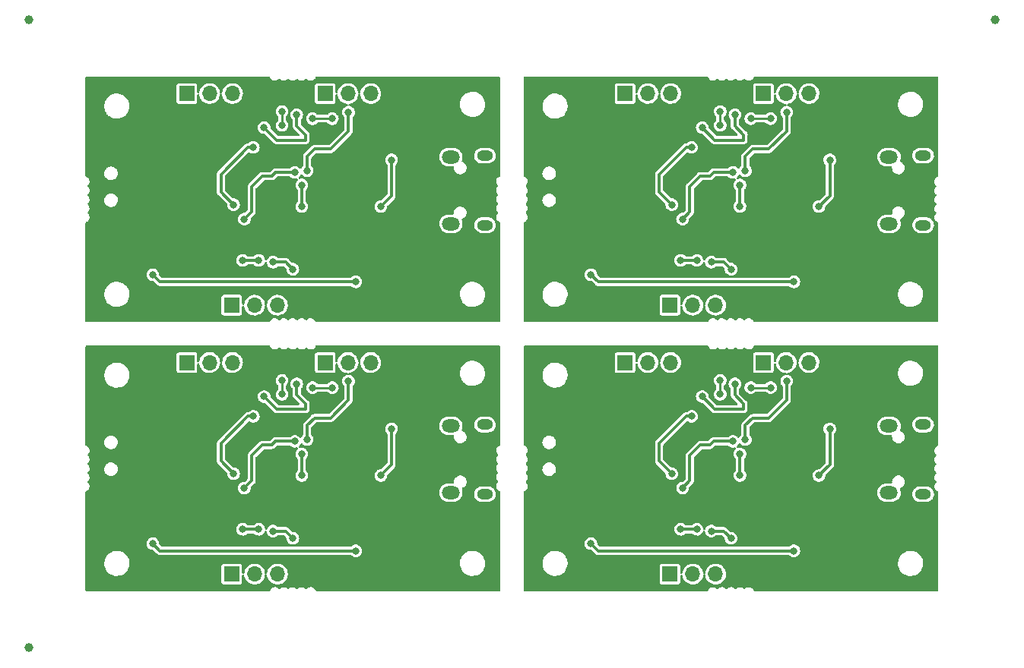
<source format=gbr>
%TF.GenerationSoftware,KiCad,Pcbnew,(6.0.7)*%
%TF.CreationDate,2022-11-18T17:10:50+07:00*%
%TF.ProjectId,test,74657374-2e6b-4696-9361-645f70636258,rev?*%
%TF.SameCoordinates,Original*%
%TF.FileFunction,Copper,L2,Bot*%
%TF.FilePolarity,Positive*%
%FSLAX46Y46*%
G04 Gerber Fmt 4.6, Leading zero omitted, Abs format (unit mm)*
G04 Created by KiCad (PCBNEW (6.0.7)) date 2022-11-18 17:10:50*
%MOMM*%
%LPD*%
G01*
G04 APERTURE LIST*
%TA.AperFunction,SMDPad,CuDef*%
%ADD10C,1.000000*%
%TD*%
%TA.AperFunction,ComponentPad*%
%ADD11R,1.700000X1.700000*%
%TD*%
%TA.AperFunction,ComponentPad*%
%ADD12O,1.700000X1.700000*%
%TD*%
%TA.AperFunction,ComponentPad*%
%ADD13O,2.000000X1.450000*%
%TD*%
%TA.AperFunction,ComponentPad*%
%ADD14O,1.800000X1.150000*%
%TD*%
%TA.AperFunction,ViaPad*%
%ADD15C,0.800000*%
%TD*%
%TA.AperFunction,Conductor*%
%ADD16C,0.300000*%
%TD*%
%TA.AperFunction,Conductor*%
%ADD17C,0.250000*%
%TD*%
G04 APERTURE END LIST*
D10*
%TO.P,REF\u002A\u002A,*%
%TO.N,*%
X17000000Y-87000000D03*
%TD*%
%TO.P,REF\u002A\u002A,*%
%TO.N,*%
X124600000Y-17000000D03*
%TD*%
%TO.P,REF\u002A\u002A,*%
%TO.N,*%
X17000000Y-17000000D03*
%TD*%
D11*
%TO.P,I2C1,1,Pin_1*%
%TO.N,Board_2-+3.3V*%
X39600000Y-78800000D03*
D12*
%TO.P,I2C1,2,Pin_2*%
%TO.N,Board_2-/MICROCONTROLLER/I2C2_SCL*%
X42140000Y-78800000D03*
%TO.P,I2C1,3,Pin_3*%
%TO.N,Board_2-/MICROCONTROLLER/I2C2_SDA*%
X44680000Y-78800000D03*
%TO.P,I2C1,4,Pin_4*%
%TO.N,Board_2-GND*%
X47220000Y-78800000D03*
%TD*%
D11*
%TO.P,USART1,1,Pin_1*%
%TO.N,Board_1-+3.3V*%
X83400000Y-25200000D03*
D12*
%TO.P,USART1,2,Pin_2*%
%TO.N,Board_1-/MICROCONTROLLER/USART1_TX*%
X85940000Y-25200000D03*
%TO.P,USART1,3,Pin_3*%
%TO.N,Board_1-/MICROCONTROLLER/USART1_RX*%
X88480000Y-25200000D03*
%TO.P,USART1,4,Pin_4*%
%TO.N,Board_1-GND*%
X91020000Y-25200000D03*
%TD*%
D13*
%TO.P,J2,6,Shield*%
%TO.N,Board_2-unconnected-(J2-Pad6)*%
X63995000Y-69725000D03*
D14*
X67795000Y-69875000D03*
X67795000Y-62125000D03*
D13*
X63995000Y-62275000D03*
%TD*%
D11*
%TO.P,I2C1,1,Pin_1*%
%TO.N,Board_1-+3.3V*%
X88400000Y-48800000D03*
D12*
%TO.P,I2C1,2,Pin_2*%
%TO.N,Board_1-/MICROCONTROLLER/I2C2_SCL*%
X90940000Y-48800000D03*
%TO.P,I2C1,3,Pin_3*%
%TO.N,Board_1-/MICROCONTROLLER/I2C2_SDA*%
X93480000Y-48800000D03*
%TO.P,I2C1,4,Pin_4*%
%TO.N,Board_1-GND*%
X96020000Y-48800000D03*
%TD*%
D11*
%TO.P,J3,1,Pin_1*%
%TO.N,Board_0-+3.3V*%
X50000000Y-25200000D03*
D12*
%TO.P,J3,2,Pin_2*%
%TO.N,Board_0-/MICROCONTROLLER/SWDIO*%
X52540000Y-25200000D03*
%TO.P,J3,3,Pin_3*%
%TO.N,Board_0-/MICROCONTROLLER/SWDCK*%
X55080000Y-25200000D03*
%TO.P,J3,4,Pin_4*%
%TO.N,Board_0-GND*%
X57620000Y-25200000D03*
%TD*%
D11*
%TO.P,USART1,1,Pin_1*%
%TO.N,Board_3-+3.3V*%
X83400000Y-55200000D03*
D12*
%TO.P,USART1,2,Pin_2*%
%TO.N,Board_3-/MICROCONTROLLER/USART1_TX*%
X85940000Y-55200000D03*
%TO.P,USART1,3,Pin_3*%
%TO.N,Board_3-/MICROCONTROLLER/USART1_RX*%
X88480000Y-55200000D03*
%TO.P,USART1,4,Pin_4*%
%TO.N,Board_3-GND*%
X91020000Y-55200000D03*
%TD*%
D11*
%TO.P,J3,1,Pin_1*%
%TO.N,Board_3-+3.3V*%
X98800000Y-55200000D03*
D12*
%TO.P,J3,2,Pin_2*%
%TO.N,Board_3-/MICROCONTROLLER/SWDIO*%
X101340000Y-55200000D03*
%TO.P,J3,3,Pin_3*%
%TO.N,Board_3-/MICROCONTROLLER/SWDCK*%
X103880000Y-55200000D03*
%TO.P,J3,4,Pin_4*%
%TO.N,Board_3-GND*%
X106420000Y-55200000D03*
%TD*%
D11*
%TO.P,USART1,1,Pin_1*%
%TO.N,Board_0-+3.3V*%
X34600000Y-25200000D03*
D12*
%TO.P,USART1,2,Pin_2*%
%TO.N,Board_0-/MICROCONTROLLER/USART1_TX*%
X37140000Y-25200000D03*
%TO.P,USART1,3,Pin_3*%
%TO.N,Board_0-/MICROCONTROLLER/USART1_RX*%
X39680000Y-25200000D03*
%TO.P,USART1,4,Pin_4*%
%TO.N,Board_0-GND*%
X42220000Y-25200000D03*
%TD*%
D11*
%TO.P,I2C1,1,Pin_1*%
%TO.N,Board_3-+3.3V*%
X88400000Y-78800000D03*
D12*
%TO.P,I2C1,2,Pin_2*%
%TO.N,Board_3-/MICROCONTROLLER/I2C2_SCL*%
X90940000Y-78800000D03*
%TO.P,I2C1,3,Pin_3*%
%TO.N,Board_3-/MICROCONTROLLER/I2C2_SDA*%
X93480000Y-78800000D03*
%TO.P,I2C1,4,Pin_4*%
%TO.N,Board_3-GND*%
X96020000Y-78800000D03*
%TD*%
D11*
%TO.P,I2C1,1,Pin_1*%
%TO.N,Board_0-+3.3V*%
X39600000Y-48800000D03*
D12*
%TO.P,I2C1,2,Pin_2*%
%TO.N,Board_0-/MICROCONTROLLER/I2C2_SCL*%
X42140000Y-48800000D03*
%TO.P,I2C1,3,Pin_3*%
%TO.N,Board_0-/MICROCONTROLLER/I2C2_SDA*%
X44680000Y-48800000D03*
%TO.P,I2C1,4,Pin_4*%
%TO.N,Board_0-GND*%
X47220000Y-48800000D03*
%TD*%
D11*
%TO.P,USART1,1,Pin_1*%
%TO.N,Board_2-+3.3V*%
X34600000Y-55200000D03*
D12*
%TO.P,USART1,2,Pin_2*%
%TO.N,Board_2-/MICROCONTROLLER/USART1_TX*%
X37140000Y-55200000D03*
%TO.P,USART1,3,Pin_3*%
%TO.N,Board_2-/MICROCONTROLLER/USART1_RX*%
X39680000Y-55200000D03*
%TO.P,USART1,4,Pin_4*%
%TO.N,Board_2-GND*%
X42220000Y-55200000D03*
%TD*%
D11*
%TO.P,J3,1,Pin_1*%
%TO.N,Board_2-+3.3V*%
X50000000Y-55200000D03*
D12*
%TO.P,J3,2,Pin_2*%
%TO.N,Board_2-/MICROCONTROLLER/SWDIO*%
X52540000Y-55200000D03*
%TO.P,J3,3,Pin_3*%
%TO.N,Board_2-/MICROCONTROLLER/SWDCK*%
X55080000Y-55200000D03*
%TO.P,J3,4,Pin_4*%
%TO.N,Board_2-GND*%
X57620000Y-55200000D03*
%TD*%
D14*
%TO.P,J2,6,Shield*%
%TO.N,Board_3-unconnected-(J2-Pad6)*%
X116595000Y-62125000D03*
D13*
X112795000Y-69725000D03*
D14*
X116595000Y-69875000D03*
D13*
X112795000Y-62275000D03*
%TD*%
D14*
%TO.P,J2,6,Shield*%
%TO.N,Board_1-unconnected-(J2-Pad6)*%
X116595000Y-32125000D03*
D13*
X112795000Y-39725000D03*
D14*
X116595000Y-39875000D03*
D13*
X112795000Y-32275000D03*
%TD*%
D11*
%TO.P,J3,1,Pin_1*%
%TO.N,Board_1-+3.3V*%
X98800000Y-25200000D03*
D12*
%TO.P,J3,2,Pin_2*%
%TO.N,Board_1-/MICROCONTROLLER/SWDIO*%
X101340000Y-25200000D03*
%TO.P,J3,3,Pin_3*%
%TO.N,Board_1-/MICROCONTROLLER/SWDCK*%
X103880000Y-25200000D03*
%TO.P,J3,4,Pin_4*%
%TO.N,Board_1-GND*%
X106420000Y-25200000D03*
%TD*%
D14*
%TO.P,J2,6,Shield*%
%TO.N,Board_0-unconnected-(J2-Pad6)*%
X67795000Y-32125000D03*
D13*
X63995000Y-32275000D03*
D14*
X67795000Y-39875000D03*
D13*
X63995000Y-39725000D03*
%TD*%
D15*
%TO.N,Board_3-VBUS*%
X102200000Y-76200000D03*
X79600000Y-75400000D03*
%TO.N,Board_3-GND*%
X93400000Y-62800000D03*
X98200000Y-63000000D03*
X97800000Y-73000000D03*
X109400000Y-55200000D03*
X93600000Y-66600000D03*
X86200000Y-63000000D03*
X82800000Y-66800000D03*
X94600000Y-55200000D03*
X115600000Y-60000000D03*
X77600000Y-59800000D03*
X75000000Y-71600000D03*
X75000000Y-74000000D03*
X114200000Y-74000000D03*
X110400000Y-62400000D03*
X110000000Y-79400000D03*
X102200000Y-72800000D03*
X104200000Y-79400000D03*
X78800000Y-71800000D03*
X98800000Y-79000000D03*
X79800000Y-78000000D03*
X111200000Y-54400000D03*
X86200000Y-72000000D03*
X89438007Y-59149500D03*
X111000000Y-56200000D03*
%TO.N,Board_3-/MICROCONTROLLER/USART1_RX*%
X94000000Y-58749500D03*
X94000000Y-57200000D03*
%TO.N,Board_3-/MICROCONTROLLER/SWDIO*%
X96800000Y-63800000D03*
X101400000Y-57275500D03*
%TO.N,Board_3-/MICROCONTROLLER/SWDCK*%
X97400000Y-58000000D03*
X99600000Y-58000000D03*
%TO.N,Board_3-/MICROCONTROLLER/NRST*%
X96200000Y-65400000D03*
X96200000Y-67800000D03*
%TO.N,Board_3-/MICROCONTROLLER/BOOT0*%
X89800000Y-69200000D03*
X95400000Y-64000000D03*
%TO.N,Board_3-+3.3V*%
X88600000Y-67600000D03*
X93000000Y-74000000D03*
X95200000Y-74800000D03*
X92000000Y-59000000D03*
X105000000Y-67800000D03*
X91400000Y-73800000D03*
X90800000Y-61200000D03*
X89600000Y-73800000D03*
X106200000Y-62600000D03*
X95633914Y-57573960D03*
%TO.N,Board_2-VBUS*%
X53400000Y-76200000D03*
X30800000Y-75400000D03*
%TO.N,Board_2-GND*%
X44600000Y-62800000D03*
X49400000Y-63000000D03*
X49000000Y-73000000D03*
X60600000Y-55200000D03*
X44800000Y-66600000D03*
X37400000Y-63000000D03*
X34000000Y-66800000D03*
X45800000Y-55200000D03*
X66800000Y-60000000D03*
X28800000Y-59800000D03*
X26200000Y-71600000D03*
X26200000Y-74000000D03*
X65400000Y-74000000D03*
X61600000Y-62400000D03*
X61200000Y-79400000D03*
X53400000Y-72800000D03*
X55400000Y-79400000D03*
X30000000Y-71800000D03*
X50000000Y-79000000D03*
X31000000Y-78000000D03*
X62400000Y-54400000D03*
X37400000Y-72000000D03*
X40638007Y-59149500D03*
X62200000Y-56200000D03*
%TO.N,Board_2-/MICROCONTROLLER/USART1_RX*%
X45200000Y-58749500D03*
X45200000Y-57200000D03*
%TO.N,Board_2-/MICROCONTROLLER/SWDIO*%
X48000000Y-63800000D03*
X52600000Y-57275500D03*
%TO.N,Board_2-/MICROCONTROLLER/SWDCK*%
X48600000Y-58000000D03*
X50800000Y-58000000D03*
%TO.N,Board_2-/MICROCONTROLLER/NRST*%
X47400000Y-65400000D03*
X47400000Y-67800000D03*
%TO.N,Board_2-/MICROCONTROLLER/BOOT0*%
X41000000Y-69200000D03*
X46600000Y-64000000D03*
%TO.N,Board_2-+3.3V*%
X39800000Y-67600000D03*
X44200000Y-74000000D03*
X46400000Y-74800000D03*
X43200000Y-59000000D03*
X56200000Y-67800000D03*
X42600000Y-73800000D03*
X42000000Y-61200000D03*
X40800000Y-73800000D03*
X57400000Y-62600000D03*
X46833914Y-57573960D03*
%TO.N,Board_1-VBUS*%
X102200000Y-46200000D03*
X79600000Y-45400000D03*
%TO.N,Board_1-GND*%
X93400000Y-32800000D03*
X98200000Y-33000000D03*
X97800000Y-43000000D03*
X109400000Y-25200000D03*
X93600000Y-36600000D03*
X86200000Y-33000000D03*
X82800000Y-36800000D03*
X94600000Y-25200000D03*
X115600000Y-30000000D03*
X77600000Y-29800000D03*
X75000000Y-41600000D03*
X75000000Y-44000000D03*
X114200000Y-44000000D03*
X110400000Y-32400000D03*
X110000000Y-49400000D03*
X102200000Y-42800000D03*
X104200000Y-49400000D03*
X78800000Y-41800000D03*
X98800000Y-49000000D03*
X79800000Y-48000000D03*
X111200000Y-24400000D03*
X86200000Y-42000000D03*
X89438007Y-29149500D03*
X111000000Y-26200000D03*
%TO.N,Board_1-/MICROCONTROLLER/USART1_RX*%
X94000000Y-28749500D03*
X94000000Y-27200000D03*
%TO.N,Board_1-/MICROCONTROLLER/SWDIO*%
X96800000Y-33800000D03*
X101400000Y-27275500D03*
%TO.N,Board_1-/MICROCONTROLLER/SWDCK*%
X97400000Y-28000000D03*
X99600000Y-28000000D03*
%TO.N,Board_1-/MICROCONTROLLER/NRST*%
X96200000Y-35400000D03*
X96200000Y-37800000D03*
%TO.N,Board_1-/MICROCONTROLLER/BOOT0*%
X89800000Y-39200000D03*
X95400000Y-34000000D03*
%TO.N,Board_1-+3.3V*%
X88600000Y-37600000D03*
X93000000Y-44000000D03*
X95200000Y-44800000D03*
X92000000Y-29000000D03*
X105000000Y-37800000D03*
X91400000Y-43800000D03*
X90800000Y-31200000D03*
X89600000Y-43800000D03*
X106200000Y-32600000D03*
X95633914Y-27573960D03*
%TO.N,Board_0-VBUS*%
X53400000Y-46200000D03*
X30800000Y-45400000D03*
%TO.N,Board_0-GND*%
X44600000Y-32800000D03*
X49400000Y-33000000D03*
X49000000Y-43000000D03*
X60600000Y-25200000D03*
X44800000Y-36600000D03*
X37400000Y-33000000D03*
X34000000Y-36800000D03*
X45800000Y-25200000D03*
X66800000Y-30000000D03*
X28800000Y-29800000D03*
X26200000Y-41600000D03*
X26200000Y-44000000D03*
X65400000Y-44000000D03*
X61600000Y-32400000D03*
X61200000Y-49400000D03*
X53400000Y-42800000D03*
X55400000Y-49400000D03*
X30000000Y-41800000D03*
X50000000Y-49000000D03*
X31000000Y-48000000D03*
X62400000Y-24400000D03*
X37400000Y-42000000D03*
X40638007Y-29149500D03*
X62200000Y-26200000D03*
%TO.N,Board_0-/MICROCONTROLLER/USART1_RX*%
X45200000Y-28749500D03*
X45200000Y-27200000D03*
%TO.N,Board_0-/MICROCONTROLLER/SWDIO*%
X48000000Y-33800000D03*
X52600000Y-27275500D03*
%TO.N,Board_0-/MICROCONTROLLER/SWDCK*%
X48600000Y-28000000D03*
X50800000Y-28000000D03*
%TO.N,Board_0-/MICROCONTROLLER/NRST*%
X47400000Y-35400000D03*
X47400000Y-37800000D03*
%TO.N,Board_0-/MICROCONTROLLER/BOOT0*%
X41000000Y-39200000D03*
X46600000Y-34000000D03*
%TO.N,Board_0-+3.3V*%
X39800000Y-37600000D03*
X44200000Y-44000000D03*
X46400000Y-44800000D03*
X43200000Y-29000000D03*
X56200000Y-37800000D03*
X42600000Y-43800000D03*
X42000000Y-31200000D03*
X40800000Y-43800000D03*
X57400000Y-32600000D03*
X46833914Y-27573960D03*
%TD*%
D16*
%TO.N,Board_3-VBUS*%
X102200000Y-76200000D02*
X80400000Y-76200000D01*
X80400000Y-76200000D02*
X79600000Y-75400000D01*
D17*
%TO.N,Board_3-/MICROCONTROLLER/USART1_RX*%
X94000000Y-57200000D02*
X94000000Y-58749500D01*
D16*
%TO.N,Board_3-/MICROCONTROLLER/SWDIO*%
X99400000Y-61400000D02*
X101400000Y-59400000D01*
X101400000Y-59400000D02*
X101400000Y-57275500D01*
X96800000Y-63800000D02*
X96800000Y-62200000D01*
X97600000Y-61400000D02*
X99400000Y-61400000D01*
X96800000Y-62200000D02*
X97600000Y-61400000D01*
D17*
%TO.N,Board_3-/MICROCONTROLLER/SWDCK*%
X99600000Y-58000000D02*
X97400000Y-58000000D01*
D16*
%TO.N,Board_3-/MICROCONTROLLER/NRST*%
X96200000Y-67800000D02*
X96200000Y-65400000D01*
%TO.N,Board_3-/MICROCONTROLLER/BOOT0*%
X95400000Y-64000000D02*
X93260661Y-64000000D01*
X90600000Y-65600000D02*
X90600000Y-68400000D01*
X92860661Y-64400000D02*
X91800000Y-64400000D01*
X90600000Y-68400000D02*
X89800000Y-69200000D01*
X91800000Y-64400000D02*
X90600000Y-65600000D01*
X93260661Y-64000000D02*
X92860661Y-64400000D01*
%TO.N,Board_3-+3.3V*%
X88600000Y-67600000D02*
X87200000Y-66200000D01*
X95633914Y-58833914D02*
X95633914Y-57573960D01*
X96600000Y-59800000D02*
X95633914Y-58833914D01*
X92000000Y-59000000D02*
X93400000Y-60400000D01*
X93400000Y-60400000D02*
X96600000Y-60400000D01*
X106200000Y-66600000D02*
X106200000Y-62600000D01*
X105000000Y-67800000D02*
X106200000Y-66600000D01*
X94400000Y-74000000D02*
X95200000Y-74800000D01*
X96600000Y-60400000D02*
X96600000Y-59800000D01*
X93000000Y-74000000D02*
X94400000Y-74000000D01*
X87200000Y-66200000D02*
X87200000Y-64200000D01*
X89600000Y-73800000D02*
X91400000Y-73800000D01*
X87200000Y-64200000D02*
X90200000Y-61200000D01*
X90200000Y-61200000D02*
X90800000Y-61200000D01*
%TO.N,Board_2-VBUS*%
X53400000Y-76200000D02*
X31600000Y-76200000D01*
X31600000Y-76200000D02*
X30800000Y-75400000D01*
D17*
%TO.N,Board_2-/MICROCONTROLLER/USART1_RX*%
X45200000Y-57200000D02*
X45200000Y-58749500D01*
D16*
%TO.N,Board_2-/MICROCONTROLLER/SWDIO*%
X50600000Y-61400000D02*
X52600000Y-59400000D01*
X52600000Y-59400000D02*
X52600000Y-57275500D01*
X48000000Y-63800000D02*
X48000000Y-62200000D01*
X48800000Y-61400000D02*
X50600000Y-61400000D01*
X48000000Y-62200000D02*
X48800000Y-61400000D01*
D17*
%TO.N,Board_2-/MICROCONTROLLER/SWDCK*%
X50800000Y-58000000D02*
X48600000Y-58000000D01*
D16*
%TO.N,Board_2-/MICROCONTROLLER/NRST*%
X47400000Y-67800000D02*
X47400000Y-65400000D01*
%TO.N,Board_2-/MICROCONTROLLER/BOOT0*%
X46600000Y-64000000D02*
X44460661Y-64000000D01*
X41800000Y-65600000D02*
X41800000Y-68400000D01*
X44060661Y-64400000D02*
X43000000Y-64400000D01*
X41800000Y-68400000D02*
X41000000Y-69200000D01*
X43000000Y-64400000D02*
X41800000Y-65600000D01*
X44460661Y-64000000D02*
X44060661Y-64400000D01*
%TO.N,Board_2-+3.3V*%
X39800000Y-67600000D02*
X38400000Y-66200000D01*
X46833914Y-58833914D02*
X46833914Y-57573960D01*
X47800000Y-59800000D02*
X46833914Y-58833914D01*
X43200000Y-59000000D02*
X44600000Y-60400000D01*
X44600000Y-60400000D02*
X47800000Y-60400000D01*
X57400000Y-66600000D02*
X57400000Y-62600000D01*
X56200000Y-67800000D02*
X57400000Y-66600000D01*
X45600000Y-74000000D02*
X46400000Y-74800000D01*
X47800000Y-60400000D02*
X47800000Y-59800000D01*
X44200000Y-74000000D02*
X45600000Y-74000000D01*
X38400000Y-66200000D02*
X38400000Y-64200000D01*
X40800000Y-73800000D02*
X42600000Y-73800000D01*
X38400000Y-64200000D02*
X41400000Y-61200000D01*
X41400000Y-61200000D02*
X42000000Y-61200000D01*
%TO.N,Board_1-VBUS*%
X102200000Y-46200000D02*
X80400000Y-46200000D01*
X80400000Y-46200000D02*
X79600000Y-45400000D01*
D17*
%TO.N,Board_1-/MICROCONTROLLER/USART1_RX*%
X94000000Y-27200000D02*
X94000000Y-28749500D01*
D16*
%TO.N,Board_1-/MICROCONTROLLER/SWDIO*%
X99400000Y-31400000D02*
X101400000Y-29400000D01*
X101400000Y-29400000D02*
X101400000Y-27275500D01*
X96800000Y-33800000D02*
X96800000Y-32200000D01*
X97600000Y-31400000D02*
X99400000Y-31400000D01*
X96800000Y-32200000D02*
X97600000Y-31400000D01*
D17*
%TO.N,Board_1-/MICROCONTROLLER/SWDCK*%
X99600000Y-28000000D02*
X97400000Y-28000000D01*
D16*
%TO.N,Board_1-/MICROCONTROLLER/NRST*%
X96200000Y-37800000D02*
X96200000Y-35400000D01*
%TO.N,Board_1-/MICROCONTROLLER/BOOT0*%
X95400000Y-34000000D02*
X93260661Y-34000000D01*
X90600000Y-35600000D02*
X90600000Y-38400000D01*
X92860661Y-34400000D02*
X91800000Y-34400000D01*
X90600000Y-38400000D02*
X89800000Y-39200000D01*
X91800000Y-34400000D02*
X90600000Y-35600000D01*
X93260661Y-34000000D02*
X92860661Y-34400000D01*
%TO.N,Board_1-+3.3V*%
X88600000Y-37600000D02*
X87200000Y-36200000D01*
X95633914Y-28833914D02*
X95633914Y-27573960D01*
X96600000Y-29800000D02*
X95633914Y-28833914D01*
X92000000Y-29000000D02*
X93400000Y-30400000D01*
X93400000Y-30400000D02*
X96600000Y-30400000D01*
X106200000Y-36600000D02*
X106200000Y-32600000D01*
X105000000Y-37800000D02*
X106200000Y-36600000D01*
X94400000Y-44000000D02*
X95200000Y-44800000D01*
X96600000Y-30400000D02*
X96600000Y-29800000D01*
X93000000Y-44000000D02*
X94400000Y-44000000D01*
X87200000Y-36200000D02*
X87200000Y-34200000D01*
X89600000Y-43800000D02*
X91400000Y-43800000D01*
X87200000Y-34200000D02*
X90200000Y-31200000D01*
X90200000Y-31200000D02*
X90800000Y-31200000D01*
%TO.N,Board_0-VBUS*%
X53400000Y-46200000D02*
X31600000Y-46200000D01*
X31600000Y-46200000D02*
X30800000Y-45400000D01*
D17*
%TO.N,Board_0-/MICROCONTROLLER/USART1_RX*%
X45200000Y-27200000D02*
X45200000Y-28749500D01*
D16*
%TO.N,Board_0-/MICROCONTROLLER/SWDIO*%
X50600000Y-31400000D02*
X52600000Y-29400000D01*
X52600000Y-29400000D02*
X52600000Y-27275500D01*
X48000000Y-33800000D02*
X48000000Y-32200000D01*
X48800000Y-31400000D02*
X50600000Y-31400000D01*
X48000000Y-32200000D02*
X48800000Y-31400000D01*
D17*
%TO.N,Board_0-/MICROCONTROLLER/SWDCK*%
X50800000Y-28000000D02*
X48600000Y-28000000D01*
D16*
%TO.N,Board_0-/MICROCONTROLLER/NRST*%
X47400000Y-37800000D02*
X47400000Y-35400000D01*
%TO.N,Board_0-/MICROCONTROLLER/BOOT0*%
X46600000Y-34000000D02*
X44460661Y-34000000D01*
X41800000Y-35600000D02*
X41800000Y-38400000D01*
X44060661Y-34400000D02*
X43000000Y-34400000D01*
X41800000Y-38400000D02*
X41000000Y-39200000D01*
X43000000Y-34400000D02*
X41800000Y-35600000D01*
X44460661Y-34000000D02*
X44060661Y-34400000D01*
%TO.N,Board_0-+3.3V*%
X39800000Y-37600000D02*
X38400000Y-36200000D01*
X46833914Y-28833914D02*
X46833914Y-27573960D01*
X47800000Y-29800000D02*
X46833914Y-28833914D01*
X43200000Y-29000000D02*
X44600000Y-30400000D01*
X44600000Y-30400000D02*
X47800000Y-30400000D01*
X57400000Y-36600000D02*
X57400000Y-32600000D01*
X56200000Y-37800000D02*
X57400000Y-36600000D01*
X45600000Y-44000000D02*
X46400000Y-44800000D01*
X47800000Y-30400000D02*
X47800000Y-29800000D01*
X44200000Y-44000000D02*
X45600000Y-44000000D01*
X38400000Y-36200000D02*
X38400000Y-34200000D01*
X40800000Y-43800000D02*
X42600000Y-43800000D01*
X38400000Y-34200000D02*
X41400000Y-31200000D01*
X41400000Y-31200000D02*
X42000000Y-31200000D01*
%TD*%
%TA.AperFunction,Conductor*%
%TO.N,Board_2-GND*%
G36*
X43826724Y-53320185D02*
G01*
X43872479Y-53372989D01*
X43874060Y-53376928D01*
X43875233Y-53382743D01*
X43943707Y-53517132D01*
X44001872Y-53580386D01*
X44040076Y-53621932D01*
X44045799Y-53628156D01*
X44173986Y-53707635D01*
X44182101Y-53709993D01*
X44182104Y-53709994D01*
X44257334Y-53731850D01*
X44318825Y-53749715D01*
X44326324Y-53750266D01*
X44327240Y-53750333D01*
X44327242Y-53750333D01*
X44329515Y-53750500D01*
X44437785Y-53750500D01*
X44512955Y-53740203D01*
X44541060Y-53736353D01*
X44541061Y-53736353D01*
X44549432Y-53735206D01*
X44687855Y-53675305D01*
X44805070Y-53580386D01*
X44809966Y-53573496D01*
X44812380Y-53570926D01*
X44872621Y-53535531D01*
X44942435Y-53538325D01*
X44994048Y-53571878D01*
X45040075Y-53621932D01*
X45040078Y-53621935D01*
X45045799Y-53628156D01*
X45173986Y-53707635D01*
X45182101Y-53709993D01*
X45182104Y-53709994D01*
X45257334Y-53731850D01*
X45318825Y-53749715D01*
X45326324Y-53750266D01*
X45327240Y-53750333D01*
X45327242Y-53750333D01*
X45329515Y-53750500D01*
X45437785Y-53750500D01*
X45512955Y-53740203D01*
X45541060Y-53736353D01*
X45541061Y-53736353D01*
X45549432Y-53735206D01*
X45687855Y-53675305D01*
X45805070Y-53580386D01*
X45809966Y-53573496D01*
X45812380Y-53570926D01*
X45872621Y-53535531D01*
X45942435Y-53538325D01*
X45994048Y-53571878D01*
X46040075Y-53621932D01*
X46040078Y-53621935D01*
X46045799Y-53628156D01*
X46173986Y-53707635D01*
X46182101Y-53709993D01*
X46182104Y-53709994D01*
X46257334Y-53731850D01*
X46318825Y-53749715D01*
X46326324Y-53750266D01*
X46327240Y-53750333D01*
X46327242Y-53750333D01*
X46329515Y-53750500D01*
X46437785Y-53750500D01*
X46512955Y-53740203D01*
X46541060Y-53736353D01*
X46541061Y-53736353D01*
X46549432Y-53735206D01*
X46687855Y-53675305D01*
X46805070Y-53580386D01*
X46809966Y-53573496D01*
X46812380Y-53570926D01*
X46872621Y-53535531D01*
X46942435Y-53538325D01*
X46994048Y-53571878D01*
X47040075Y-53621932D01*
X47040078Y-53621935D01*
X47045799Y-53628156D01*
X47173986Y-53707635D01*
X47182101Y-53709993D01*
X47182104Y-53709994D01*
X47257334Y-53731850D01*
X47318825Y-53749715D01*
X47326324Y-53750266D01*
X47327240Y-53750333D01*
X47327242Y-53750333D01*
X47329515Y-53750500D01*
X47437785Y-53750500D01*
X47512955Y-53740203D01*
X47541060Y-53736353D01*
X47541061Y-53736353D01*
X47549432Y-53735206D01*
X47687855Y-53675305D01*
X47805070Y-53580386D01*
X47809966Y-53573496D01*
X47812380Y-53570926D01*
X47872621Y-53535531D01*
X47942435Y-53538325D01*
X47994048Y-53571878D01*
X48040075Y-53621932D01*
X48040078Y-53621935D01*
X48045799Y-53628156D01*
X48173986Y-53707635D01*
X48182101Y-53709993D01*
X48182104Y-53709994D01*
X48257334Y-53731850D01*
X48318825Y-53749715D01*
X48326324Y-53750266D01*
X48327240Y-53750333D01*
X48327242Y-53750333D01*
X48329515Y-53750500D01*
X48437785Y-53750500D01*
X48512955Y-53740203D01*
X48541060Y-53736353D01*
X48541061Y-53736353D01*
X48549432Y-53735206D01*
X48687855Y-53675305D01*
X48805070Y-53580386D01*
X48892442Y-53457442D01*
X48919424Y-53382497D01*
X48960653Y-53326088D01*
X49025834Y-53300925D01*
X49036093Y-53300500D01*
X69375500Y-53300500D01*
X69442539Y-53320185D01*
X69488294Y-53372989D01*
X69499500Y-53424500D01*
X69499500Y-64362166D01*
X69479815Y-64429205D01*
X69424748Y-64475967D01*
X69312145Y-64524695D01*
X69305576Y-64530014D01*
X69305575Y-64530015D01*
X69277651Y-64552628D01*
X69194930Y-64619614D01*
X69107558Y-64742558D01*
X69083376Y-64809725D01*
X69063682Y-64864429D01*
X69056467Y-64884468D01*
X69055848Y-64892898D01*
X69046454Y-65020818D01*
X69045420Y-65034891D01*
X69047091Y-65043178D01*
X69047091Y-65043179D01*
X69055165Y-65083220D01*
X69075233Y-65182743D01*
X69143707Y-65317132D01*
X69233498Y-65414778D01*
X69235620Y-65417086D01*
X69266508Y-65479758D01*
X69258609Y-65549179D01*
X69222381Y-65597384D01*
X69201500Y-65614293D01*
X69201497Y-65614296D01*
X69194930Y-65619614D01*
X69107558Y-65742558D01*
X69104694Y-65750514D01*
X69063075Y-65866115D01*
X69056467Y-65884468D01*
X69055848Y-65892898D01*
X69046999Y-66013397D01*
X69045420Y-66034891D01*
X69075233Y-66182743D01*
X69109240Y-66249486D01*
X69120723Y-66272022D01*
X69143707Y-66317132D01*
X69232228Y-66413397D01*
X69235620Y-66417086D01*
X69266508Y-66479758D01*
X69258609Y-66549179D01*
X69222381Y-66597384D01*
X69201500Y-66614293D01*
X69201497Y-66614296D01*
X69194930Y-66619614D01*
X69107558Y-66742558D01*
X69056467Y-66884468D01*
X69045420Y-67034891D01*
X69075233Y-67182743D01*
X69143707Y-67317132D01*
X69149429Y-67323355D01*
X69149430Y-67323356D01*
X69158619Y-67333349D01*
X69195537Y-67373496D01*
X69235620Y-67417086D01*
X69266508Y-67479758D01*
X69258609Y-67549179D01*
X69222381Y-67597384D01*
X69201500Y-67614293D01*
X69201497Y-67614296D01*
X69194930Y-67619614D01*
X69107558Y-67742558D01*
X69083376Y-67809725D01*
X69069416Y-67848502D01*
X69056467Y-67884468D01*
X69055848Y-67892898D01*
X69046300Y-68022914D01*
X69045420Y-68034891D01*
X69075233Y-68182743D01*
X69079071Y-68190275D01*
X69135825Y-68301662D01*
X69143707Y-68317132D01*
X69149429Y-68323355D01*
X69149430Y-68323356D01*
X69157310Y-68331925D01*
X69210375Y-68389632D01*
X69235620Y-68417086D01*
X69266508Y-68479758D01*
X69258609Y-68549179D01*
X69222381Y-68597384D01*
X69201500Y-68614293D01*
X69201497Y-68614296D01*
X69194930Y-68619614D01*
X69107558Y-68742558D01*
X69104694Y-68750514D01*
X69060414Y-68873506D01*
X69056467Y-68884468D01*
X69055848Y-68892898D01*
X69046694Y-69017550D01*
X69045420Y-69034891D01*
X69047091Y-69043178D01*
X69047091Y-69043179D01*
X69055099Y-69082892D01*
X69075233Y-69182743D01*
X69091556Y-69214778D01*
X69137131Y-69304225D01*
X69143707Y-69317132D01*
X69245799Y-69428156D01*
X69373986Y-69507635D01*
X69382103Y-69509993D01*
X69382107Y-69509995D01*
X69410095Y-69518126D01*
X69468981Y-69555732D01*
X69498187Y-69619205D01*
X69499500Y-69637202D01*
X69499500Y-80575500D01*
X69479815Y-80642539D01*
X69427011Y-80688294D01*
X69375500Y-80699500D01*
X49040314Y-80699500D01*
X48973275Y-80679815D01*
X48927520Y-80627011D01*
X48925940Y-80623076D01*
X48924767Y-80617257D01*
X48890761Y-80550516D01*
X48860133Y-80490404D01*
X48860132Y-80490403D01*
X48856293Y-80482868D01*
X48793237Y-80414295D01*
X48759922Y-80378065D01*
X48759920Y-80378063D01*
X48754201Y-80371844D01*
X48626014Y-80292365D01*
X48617899Y-80290007D01*
X48617896Y-80290006D01*
X48527167Y-80263647D01*
X48481175Y-80250285D01*
X48473676Y-80249734D01*
X48472760Y-80249667D01*
X48472758Y-80249667D01*
X48470485Y-80249500D01*
X48362215Y-80249500D01*
X48287045Y-80259797D01*
X48258940Y-80263647D01*
X48258939Y-80263647D01*
X48250568Y-80264794D01*
X48112145Y-80324695D01*
X47994930Y-80419614D01*
X47990034Y-80426504D01*
X47987620Y-80429074D01*
X47927379Y-80464469D01*
X47857565Y-80461675D01*
X47805952Y-80428122D01*
X47759925Y-80378068D01*
X47759922Y-80378065D01*
X47754201Y-80371844D01*
X47626014Y-80292365D01*
X47617899Y-80290007D01*
X47617896Y-80290006D01*
X47527167Y-80263647D01*
X47481175Y-80250285D01*
X47473676Y-80249734D01*
X47472760Y-80249667D01*
X47472758Y-80249667D01*
X47470485Y-80249500D01*
X47362215Y-80249500D01*
X47287045Y-80259797D01*
X47258940Y-80263647D01*
X47258939Y-80263647D01*
X47250568Y-80264794D01*
X47112145Y-80324695D01*
X46994930Y-80419614D01*
X46990034Y-80426504D01*
X46987620Y-80429074D01*
X46927379Y-80464469D01*
X46857565Y-80461675D01*
X46805952Y-80428122D01*
X46759925Y-80378068D01*
X46759922Y-80378065D01*
X46754201Y-80371844D01*
X46626014Y-80292365D01*
X46617899Y-80290007D01*
X46617896Y-80290006D01*
X46527167Y-80263647D01*
X46481175Y-80250285D01*
X46473676Y-80249734D01*
X46472760Y-80249667D01*
X46472758Y-80249667D01*
X46470485Y-80249500D01*
X46362215Y-80249500D01*
X46287045Y-80259797D01*
X46258940Y-80263647D01*
X46258939Y-80263647D01*
X46250568Y-80264794D01*
X46112145Y-80324695D01*
X45994930Y-80419614D01*
X45990034Y-80426504D01*
X45987620Y-80429074D01*
X45927379Y-80464469D01*
X45857565Y-80461675D01*
X45805952Y-80428122D01*
X45759925Y-80378068D01*
X45759922Y-80378065D01*
X45754201Y-80371844D01*
X45626014Y-80292365D01*
X45617899Y-80290007D01*
X45617896Y-80290006D01*
X45527167Y-80263647D01*
X45481175Y-80250285D01*
X45473676Y-80249734D01*
X45472760Y-80249667D01*
X45472758Y-80249667D01*
X45470485Y-80249500D01*
X45362215Y-80249500D01*
X45287045Y-80259797D01*
X45258940Y-80263647D01*
X45258939Y-80263647D01*
X45250568Y-80264794D01*
X45112145Y-80324695D01*
X44994930Y-80419614D01*
X44990034Y-80426504D01*
X44987620Y-80429074D01*
X44927379Y-80464469D01*
X44857565Y-80461675D01*
X44805952Y-80428122D01*
X44759925Y-80378068D01*
X44759922Y-80378065D01*
X44754201Y-80371844D01*
X44626014Y-80292365D01*
X44617899Y-80290007D01*
X44617896Y-80290006D01*
X44527167Y-80263647D01*
X44481175Y-80250285D01*
X44473676Y-80249734D01*
X44472760Y-80249667D01*
X44472758Y-80249667D01*
X44470485Y-80249500D01*
X44362215Y-80249500D01*
X44287045Y-80259797D01*
X44258940Y-80263647D01*
X44258939Y-80263647D01*
X44250568Y-80264794D01*
X44112145Y-80324695D01*
X43994930Y-80419614D01*
X43907558Y-80542558D01*
X43904693Y-80550516D01*
X43880576Y-80617503D01*
X43839347Y-80673912D01*
X43774166Y-80699075D01*
X43763907Y-80699500D01*
X23424500Y-80699500D01*
X23357461Y-80679815D01*
X23311706Y-80627011D01*
X23300500Y-80575500D01*
X23300500Y-79694646D01*
X38449500Y-79694646D01*
X38452618Y-79720846D01*
X38498061Y-79823153D01*
X38577287Y-79902241D01*
X38587758Y-79906870D01*
X38587759Y-79906871D01*
X38671147Y-79943737D01*
X38671149Y-79943738D01*
X38679673Y-79947506D01*
X38705354Y-79950500D01*
X40494646Y-79950500D01*
X40498300Y-79950065D01*
X40498302Y-79950065D01*
X40503266Y-79949474D01*
X40520846Y-79947382D01*
X40623153Y-79901939D01*
X40702241Y-79822713D01*
X40747506Y-79720327D01*
X40750500Y-79694646D01*
X40750500Y-78980300D01*
X40770185Y-78913261D01*
X40822989Y-78867506D01*
X40892147Y-78857562D01*
X40955703Y-78886587D01*
X40993477Y-78945365D01*
X40998234Y-78972190D01*
X40998423Y-78975072D01*
X40998425Y-78975082D01*
X40998796Y-78980749D01*
X41050845Y-79185690D01*
X41053219Y-79190841D01*
X41053221Y-79190845D01*
X41091981Y-79274922D01*
X41139369Y-79377714D01*
X41261405Y-79550391D01*
X41412865Y-79697937D01*
X41417588Y-79701093D01*
X41417592Y-79701096D01*
X41488663Y-79748584D01*
X41588677Y-79815411D01*
X41782953Y-79898878D01*
X41818277Y-79906871D01*
X41983638Y-79944289D01*
X41983642Y-79944290D01*
X41989186Y-79945544D01*
X42115315Y-79950500D01*
X42194789Y-79953623D01*
X42194791Y-79953623D01*
X42200470Y-79953846D01*
X42206090Y-79953031D01*
X42206092Y-79953031D01*
X42404103Y-79924320D01*
X42404104Y-79924320D01*
X42409730Y-79923504D01*
X42428588Y-79917103D01*
X42604565Y-79857367D01*
X42604568Y-79857366D01*
X42609955Y-79855537D01*
X42614916Y-79852759D01*
X42614922Y-79852756D01*
X42721530Y-79793052D01*
X42794442Y-79752219D01*
X42832165Y-79720846D01*
X42952645Y-79620644D01*
X42957012Y-79617012D01*
X42960644Y-79612645D01*
X43088584Y-79458813D01*
X43088585Y-79458811D01*
X43092219Y-79454442D01*
X43138078Y-79372556D01*
X43192756Y-79274922D01*
X43192759Y-79274916D01*
X43195537Y-79269955D01*
X43226009Y-79180189D01*
X43261675Y-79075118D01*
X43263504Y-79069730D01*
X43273552Y-79000431D01*
X43287820Y-78902033D01*
X43316921Y-78838512D01*
X43370225Y-78804346D01*
X43450974Y-78804346D01*
X43504347Y-78838736D01*
X43533296Y-78902327D01*
X43534271Y-78911707D01*
X43538796Y-78980749D01*
X43590845Y-79185690D01*
X43593219Y-79190841D01*
X43593221Y-79190845D01*
X43631981Y-79274922D01*
X43679369Y-79377714D01*
X43801405Y-79550391D01*
X43952865Y-79697937D01*
X43957588Y-79701093D01*
X43957592Y-79701096D01*
X44028663Y-79748584D01*
X44128677Y-79815411D01*
X44322953Y-79898878D01*
X44358277Y-79906871D01*
X44523638Y-79944289D01*
X44523642Y-79944290D01*
X44529186Y-79945544D01*
X44655315Y-79950500D01*
X44734789Y-79953623D01*
X44734791Y-79953623D01*
X44740470Y-79953846D01*
X44746090Y-79953031D01*
X44746092Y-79953031D01*
X44944103Y-79924320D01*
X44944104Y-79924320D01*
X44949730Y-79923504D01*
X44968588Y-79917103D01*
X45144565Y-79857367D01*
X45144568Y-79857366D01*
X45149955Y-79855537D01*
X45154916Y-79852759D01*
X45154922Y-79852756D01*
X45261530Y-79793052D01*
X45334442Y-79752219D01*
X45372165Y-79720846D01*
X45492645Y-79620644D01*
X45497012Y-79617012D01*
X45500644Y-79612645D01*
X45628584Y-79458813D01*
X45628585Y-79458811D01*
X45632219Y-79454442D01*
X45678078Y-79372556D01*
X45732756Y-79274922D01*
X45732759Y-79274916D01*
X45735537Y-79269955D01*
X45766009Y-79180189D01*
X45801675Y-79075118D01*
X45803504Y-79069730D01*
X45833846Y-78860470D01*
X45835429Y-78800000D01*
X45816081Y-78589440D01*
X45758686Y-78385931D01*
X45665165Y-78196290D01*
X45538651Y-78026867D01*
X45534481Y-78023012D01*
X45534478Y-78023009D01*
X45470319Y-77963702D01*
X45383381Y-77883337D01*
X45377574Y-77879673D01*
X45209363Y-77773539D01*
X45209361Y-77773538D01*
X45204554Y-77770505D01*
X45008160Y-77692152D01*
X45002579Y-77691042D01*
X45002576Y-77691041D01*
X44877744Y-77666211D01*
X44800775Y-77650901D01*
X44795088Y-77650827D01*
X44795083Y-77650826D01*
X44595034Y-77648207D01*
X44595029Y-77648207D01*
X44589346Y-77648133D01*
X44583742Y-77649096D01*
X44583741Y-77649096D01*
X44386550Y-77682979D01*
X44386547Y-77682980D01*
X44380953Y-77683941D01*
X44182575Y-77757127D01*
X44177697Y-77760029D01*
X44177695Y-77760030D01*
X44005740Y-77862332D01*
X44005737Y-77862334D01*
X44000856Y-77865238D01*
X43841881Y-78004655D01*
X43838362Y-78009119D01*
X43838359Y-78009122D01*
X43820782Y-78031419D01*
X43710976Y-78170708D01*
X43612523Y-78357836D01*
X43610837Y-78363267D01*
X43610835Y-78363271D01*
X43559952Y-78527141D01*
X43549820Y-78559773D01*
X43532851Y-78703140D01*
X43505425Y-78767398D01*
X43450974Y-78804346D01*
X43370225Y-78804346D01*
X43370667Y-78804063D01*
X43318057Y-78772081D01*
X43287453Y-78709271D01*
X43286232Y-78699909D01*
X43276601Y-78595100D01*
X43276081Y-78589440D01*
X43218686Y-78385931D01*
X43125165Y-78196290D01*
X42998651Y-78026867D01*
X42994481Y-78023012D01*
X42994478Y-78023009D01*
X42930319Y-77963702D01*
X42843381Y-77883337D01*
X42837574Y-77879673D01*
X42669363Y-77773539D01*
X42669361Y-77773538D01*
X42664554Y-77770505D01*
X42468160Y-77692152D01*
X42462579Y-77691042D01*
X42462576Y-77691041D01*
X42337744Y-77666211D01*
X42260775Y-77650901D01*
X42255088Y-77650827D01*
X42255083Y-77650826D01*
X42055034Y-77648207D01*
X42055029Y-77648207D01*
X42049346Y-77648133D01*
X42043742Y-77649096D01*
X42043741Y-77649096D01*
X41846550Y-77682979D01*
X41846547Y-77682980D01*
X41840953Y-77683941D01*
X41642575Y-77757127D01*
X41637697Y-77760029D01*
X41637695Y-77760030D01*
X41465740Y-77862332D01*
X41465737Y-77862334D01*
X41460856Y-77865238D01*
X41301881Y-78004655D01*
X41298362Y-78009119D01*
X41298359Y-78009122D01*
X41280782Y-78031419D01*
X41170976Y-78170708D01*
X41072523Y-78357836D01*
X41070837Y-78363267D01*
X41070835Y-78363271D01*
X41019952Y-78527141D01*
X41009820Y-78559773D01*
X41009152Y-78565418D01*
X41009151Y-78565422D01*
X40997640Y-78662681D01*
X40970213Y-78726942D01*
X40912397Y-78766173D01*
X40842549Y-78767919D01*
X40782845Y-78731625D01*
X40752241Y-78668814D01*
X40750500Y-78648106D01*
X40750500Y-77905354D01*
X40747382Y-77879154D01*
X40701939Y-77776847D01*
X40622713Y-77697759D01*
X40612242Y-77693130D01*
X40612241Y-77693129D01*
X40528853Y-77656263D01*
X40528851Y-77656262D01*
X40520327Y-77652494D01*
X40494646Y-77649500D01*
X38705354Y-77649500D01*
X38701700Y-77649935D01*
X38701698Y-77649935D01*
X38696734Y-77650526D01*
X38679154Y-77652618D01*
X38576847Y-77698061D01*
X38497759Y-77777287D01*
X38493130Y-77787758D01*
X38493129Y-77787759D01*
X38458876Y-77865238D01*
X38452494Y-77879673D01*
X38449500Y-77905354D01*
X38449500Y-79694646D01*
X23300500Y-79694646D01*
X23300500Y-77533789D01*
X25395996Y-77533789D01*
X25404913Y-77771295D01*
X25405990Y-77776430D01*
X25405991Y-77776435D01*
X25452639Y-77998758D01*
X25453719Y-78003904D01*
X25455648Y-78008788D01*
X25455649Y-78008792D01*
X25464585Y-78031419D01*
X25541020Y-78224963D01*
X25543741Y-78229447D01*
X25543743Y-78229451D01*
X25635604Y-78380833D01*
X25664319Y-78428153D01*
X25667766Y-78432125D01*
X25809188Y-78595100D01*
X25820090Y-78607664D01*
X26003880Y-78758362D01*
X26008441Y-78760958D01*
X26008442Y-78760959D01*
X26205875Y-78873345D01*
X26205880Y-78873347D01*
X26210433Y-78875939D01*
X26433844Y-78957034D01*
X26667725Y-78999326D01*
X26692619Y-79000500D01*
X26859680Y-79000500D01*
X26862296Y-79000278D01*
X26862297Y-79000278D01*
X27031590Y-78985913D01*
X27036823Y-78985469D01*
X27266874Y-78925760D01*
X27483576Y-78828143D01*
X27680732Y-78695409D01*
X27852705Y-78531355D01*
X27994579Y-78340670D01*
X27996958Y-78335991D01*
X28099913Y-78133493D01*
X28099915Y-78133488D01*
X28102295Y-78128807D01*
X28172775Y-77901824D01*
X28174714Y-77887197D01*
X28203315Y-77671412D01*
X28203315Y-77671408D01*
X28204004Y-77666211D01*
X28199032Y-77533789D01*
X64995996Y-77533789D01*
X65004913Y-77771295D01*
X65005990Y-77776430D01*
X65005991Y-77776435D01*
X65052639Y-77998758D01*
X65053719Y-78003904D01*
X65055648Y-78008788D01*
X65055649Y-78008792D01*
X65064585Y-78031419D01*
X65141020Y-78224963D01*
X65143741Y-78229447D01*
X65143743Y-78229451D01*
X65235604Y-78380833D01*
X65264319Y-78428153D01*
X65267766Y-78432125D01*
X65409188Y-78595100D01*
X65420090Y-78607664D01*
X65603880Y-78758362D01*
X65608441Y-78760958D01*
X65608442Y-78760959D01*
X65805875Y-78873345D01*
X65805880Y-78873347D01*
X65810433Y-78875939D01*
X66033844Y-78957034D01*
X66267725Y-78999326D01*
X66292619Y-79000500D01*
X66459680Y-79000500D01*
X66462296Y-79000278D01*
X66462297Y-79000278D01*
X66631590Y-78985913D01*
X66636823Y-78985469D01*
X66866874Y-78925760D01*
X67083576Y-78828143D01*
X67280732Y-78695409D01*
X67452705Y-78531355D01*
X67594579Y-78340670D01*
X67596958Y-78335991D01*
X67699913Y-78133493D01*
X67699915Y-78133488D01*
X67702295Y-78128807D01*
X67772775Y-77901824D01*
X67774714Y-77887197D01*
X67803315Y-77671412D01*
X67803315Y-77671408D01*
X67804004Y-77666211D01*
X67795087Y-77428705D01*
X67767700Y-77298176D01*
X67747361Y-77201242D01*
X67747360Y-77201239D01*
X67746281Y-77196096D01*
X67658980Y-76975037D01*
X67611760Y-76897220D01*
X67538408Y-76776341D01*
X67535681Y-76771847D01*
X67409840Y-76626827D01*
X67383356Y-76596307D01*
X67383355Y-76596306D01*
X67379910Y-76592336D01*
X67196120Y-76441638D01*
X67191558Y-76439041D01*
X66994125Y-76326655D01*
X66994120Y-76326653D01*
X66989567Y-76324061D01*
X66766156Y-76242966D01*
X66532275Y-76200674D01*
X66507381Y-76199500D01*
X66340320Y-76199500D01*
X66337704Y-76199722D01*
X66337703Y-76199722D01*
X66228627Y-76208977D01*
X66163177Y-76214531D01*
X65933126Y-76274240D01*
X65716424Y-76371857D01*
X65519268Y-76504591D01*
X65347295Y-76668645D01*
X65205421Y-76859330D01*
X65203042Y-76864008D01*
X65203042Y-76864009D01*
X65148875Y-76970549D01*
X65097705Y-77071193D01*
X65027225Y-77298176D01*
X64995996Y-77533789D01*
X28199032Y-77533789D01*
X28195087Y-77428705D01*
X28167700Y-77298176D01*
X28147361Y-77201242D01*
X28147360Y-77201239D01*
X28146281Y-77196096D01*
X28058980Y-76975037D01*
X28011760Y-76897220D01*
X27938408Y-76776341D01*
X27935681Y-76771847D01*
X27809840Y-76626827D01*
X27783356Y-76596307D01*
X27783355Y-76596306D01*
X27779910Y-76592336D01*
X27596120Y-76441638D01*
X27591558Y-76439041D01*
X27394125Y-76326655D01*
X27394120Y-76326653D01*
X27389567Y-76324061D01*
X27166156Y-76242966D01*
X26932275Y-76200674D01*
X26907381Y-76199500D01*
X26740320Y-76199500D01*
X26737704Y-76199722D01*
X26737703Y-76199722D01*
X26628627Y-76208977D01*
X26563177Y-76214531D01*
X26333126Y-76274240D01*
X26116424Y-76371857D01*
X25919268Y-76504591D01*
X25747295Y-76668645D01*
X25605421Y-76859330D01*
X25603042Y-76864008D01*
X25603042Y-76864009D01*
X25548875Y-76970549D01*
X25497705Y-77071193D01*
X25427225Y-77298176D01*
X25395996Y-77533789D01*
X23300500Y-77533789D01*
X23300500Y-75392611D01*
X30094394Y-75392611D01*
X30095214Y-75400039D01*
X30095214Y-75400041D01*
X30096841Y-75414778D01*
X30112999Y-75561135D01*
X30115565Y-75568147D01*
X30115566Y-75568151D01*
X30135012Y-75621288D01*
X30171266Y-75720356D01*
X30175433Y-75726558D01*
X30175435Y-75726561D01*
X30236421Y-75817317D01*
X30265830Y-75861083D01*
X30271360Y-75866115D01*
X30385702Y-75970159D01*
X30385706Y-75970162D01*
X30391233Y-75975191D01*
X30540235Y-76056092D01*
X30635585Y-76081107D01*
X30697005Y-76097220D01*
X30697007Y-76097220D01*
X30704233Y-76099116D01*
X30814313Y-76100845D01*
X30881034Y-76121580D01*
X30900046Y-76137149D01*
X31257333Y-76494436D01*
X31267031Y-76505349D01*
X31288128Y-76532110D01*
X31295753Y-76537380D01*
X31295754Y-76537381D01*
X31336400Y-76565473D01*
X31339568Y-76567737D01*
X31379356Y-76597125D01*
X31379364Y-76597129D01*
X31386817Y-76602634D01*
X31393631Y-76605027D01*
X31399569Y-76609131D01*
X31439634Y-76621802D01*
X31455522Y-76626827D01*
X31459212Y-76628058D01*
X31514631Y-76647520D01*
X31521733Y-76647799D01*
X31521995Y-76647851D01*
X31528730Y-76649980D01*
X31535337Y-76650500D01*
X31588059Y-76650500D01*
X31592926Y-76650596D01*
X31649994Y-76652838D01*
X31657075Y-76650960D01*
X31665438Y-76650500D01*
X52806227Y-76650500D01*
X52873266Y-76670185D01*
X52889680Y-76682786D01*
X52985698Y-76770155D01*
X52985700Y-76770157D01*
X52991233Y-76775191D01*
X53140235Y-76856092D01*
X53235585Y-76881107D01*
X53297005Y-76897220D01*
X53297007Y-76897220D01*
X53304233Y-76899116D01*
X53387178Y-76900419D01*
X53466290Y-76901662D01*
X53466293Y-76901662D01*
X53473760Y-76901779D01*
X53596209Y-76873735D01*
X53631738Y-76865598D01*
X53631739Y-76865598D01*
X53639029Y-76863928D01*
X53714111Y-76826166D01*
X53783820Y-76791106D01*
X53783822Y-76791105D01*
X53790498Y-76787747D01*
X53796180Y-76782894D01*
X53796183Y-76782892D01*
X53913741Y-76682487D01*
X53919423Y-76677634D01*
X54018361Y-76539947D01*
X54081601Y-76382634D01*
X54090192Y-76322272D01*
X54104918Y-76218800D01*
X54104918Y-76218794D01*
X54105490Y-76214778D01*
X54105645Y-76200000D01*
X54096155Y-76121580D01*
X54086175Y-76039105D01*
X54086174Y-76039101D01*
X54085276Y-76031680D01*
X54025345Y-75873077D01*
X54017102Y-75861083D01*
X53933549Y-75739513D01*
X53933546Y-75739510D01*
X53929312Y-75733349D01*
X53802721Y-75620560D01*
X53788347Y-75612949D01*
X53659489Y-75544723D01*
X53652881Y-75541224D01*
X53488441Y-75499919D01*
X53402248Y-75499468D01*
X53326368Y-75499070D01*
X53326367Y-75499070D01*
X53318895Y-75499031D01*
X53307449Y-75501779D01*
X53161295Y-75536868D01*
X53161293Y-75536869D01*
X53154032Y-75538612D01*
X53147399Y-75542035D01*
X53147395Y-75542037D01*
X53096801Y-75568151D01*
X53003369Y-75616375D01*
X52997737Y-75621288D01*
X52885794Y-75718942D01*
X52822336Y-75748178D01*
X52804280Y-75749500D01*
X46474323Y-75749500D01*
X46468215Y-75747707D01*
X46455006Y-75749500D01*
X31837965Y-75749500D01*
X31770926Y-75729815D01*
X31750284Y-75713181D01*
X31541736Y-75504633D01*
X31508251Y-75443310D01*
X31506269Y-75414786D01*
X31505490Y-75414778D01*
X31505602Y-75404065D01*
X31505645Y-75400000D01*
X31502034Y-75370159D01*
X31486175Y-75239105D01*
X31486174Y-75239101D01*
X31485276Y-75231680D01*
X31450613Y-75139947D01*
X31427989Y-75080073D01*
X31427987Y-75080070D01*
X31425345Y-75073077D01*
X31343304Y-74953707D01*
X31333549Y-74939513D01*
X31333546Y-74939510D01*
X31329312Y-74933349D01*
X31202721Y-74820560D01*
X31188347Y-74812949D01*
X31059489Y-74744723D01*
X31052881Y-74741224D01*
X30888441Y-74699919D01*
X30802248Y-74699468D01*
X30726368Y-74699070D01*
X30726367Y-74699070D01*
X30718895Y-74699031D01*
X30707449Y-74701779D01*
X30561295Y-74736868D01*
X30561293Y-74736869D01*
X30554032Y-74738612D01*
X30547399Y-74742035D01*
X30547395Y-74742037D01*
X30517468Y-74757484D01*
X30403369Y-74816375D01*
X30275604Y-74927831D01*
X30178113Y-75066547D01*
X30116524Y-75224513D01*
X30115548Y-75231923D01*
X30115548Y-75231925D01*
X30111047Y-75266115D01*
X30094394Y-75392611D01*
X23300500Y-75392611D01*
X23300500Y-73792611D01*
X40094394Y-73792611D01*
X40112999Y-73961135D01*
X40115565Y-73968147D01*
X40115566Y-73968151D01*
X40137298Y-74027536D01*
X40171266Y-74120356D01*
X40175433Y-74126558D01*
X40175435Y-74126561D01*
X40236249Y-74217061D01*
X40265830Y-74261083D01*
X40271360Y-74266115D01*
X40385702Y-74370159D01*
X40385706Y-74370162D01*
X40391233Y-74375191D01*
X40540235Y-74456092D01*
X40635585Y-74481107D01*
X40697005Y-74497220D01*
X40697007Y-74497220D01*
X40704233Y-74499116D01*
X40787178Y-74500419D01*
X40866290Y-74501662D01*
X40866293Y-74501662D01*
X40873760Y-74501779D01*
X41011709Y-74470185D01*
X41031738Y-74465598D01*
X41031739Y-74465598D01*
X41039029Y-74463928D01*
X41114111Y-74426166D01*
X41183820Y-74391106D01*
X41183822Y-74391105D01*
X41190498Y-74387747D01*
X41196180Y-74382894D01*
X41196183Y-74382892D01*
X41316407Y-74280210D01*
X41380168Y-74251639D01*
X41396939Y-74250500D01*
X42006227Y-74250500D01*
X42073266Y-74270185D01*
X42089680Y-74282786D01*
X42185698Y-74370155D01*
X42185700Y-74370157D01*
X42191233Y-74375191D01*
X42340235Y-74456092D01*
X42435585Y-74481107D01*
X42497005Y-74497220D01*
X42497007Y-74497220D01*
X42504233Y-74499116D01*
X42587178Y-74500419D01*
X42666290Y-74501662D01*
X42666293Y-74501662D01*
X42673760Y-74501779D01*
X42811709Y-74470185D01*
X42831738Y-74465598D01*
X42831739Y-74465598D01*
X42839029Y-74463928D01*
X42914111Y-74426166D01*
X42983820Y-74391106D01*
X42983822Y-74391105D01*
X42990498Y-74387747D01*
X42996180Y-74382894D01*
X42996183Y-74382892D01*
X43113741Y-74282487D01*
X43119423Y-74277634D01*
X43218361Y-74139947D01*
X43221148Y-74133015D01*
X43221152Y-74133007D01*
X43263552Y-74027536D01*
X43306821Y-73972676D01*
X43372881Y-73949919D01*
X43440757Y-73966489D01*
X43488900Y-74017125D01*
X43501854Y-74060179D01*
X43512999Y-74161135D01*
X43515565Y-74168147D01*
X43515566Y-74168151D01*
X43557408Y-74282487D01*
X43571266Y-74320356D01*
X43575433Y-74326558D01*
X43575435Y-74326561D01*
X43618808Y-74391106D01*
X43665830Y-74461083D01*
X43671360Y-74466115D01*
X43785702Y-74570159D01*
X43785706Y-74570162D01*
X43791233Y-74575191D01*
X43940235Y-74656092D01*
X44035585Y-74681107D01*
X44097005Y-74697220D01*
X44097007Y-74697220D01*
X44104233Y-74699116D01*
X44187178Y-74700419D01*
X44266290Y-74701662D01*
X44266293Y-74701662D01*
X44273760Y-74701779D01*
X44396209Y-74673735D01*
X44431738Y-74665598D01*
X44431739Y-74665598D01*
X44439029Y-74663928D01*
X44517059Y-74624683D01*
X44583820Y-74591106D01*
X44583822Y-74591105D01*
X44590498Y-74587747D01*
X44596180Y-74582894D01*
X44596183Y-74582892D01*
X44716407Y-74480210D01*
X44780168Y-74451639D01*
X44796939Y-74450500D01*
X45362035Y-74450500D01*
X45429074Y-74470185D01*
X45449716Y-74486819D01*
X45659058Y-74696161D01*
X45692543Y-74757484D01*
X45695370Y-74785139D01*
X45695369Y-74785203D01*
X45694394Y-74792611D01*
X45695214Y-74800039D01*
X45695214Y-74800040D01*
X45708190Y-74917571D01*
X45712999Y-74961135D01*
X45715565Y-74968147D01*
X45715566Y-74968151D01*
X45751708Y-75066912D01*
X45771266Y-75120356D01*
X45775433Y-75126558D01*
X45775435Y-75126561D01*
X45788510Y-75146018D01*
X45865830Y-75261083D01*
X45871360Y-75266115D01*
X45985702Y-75370159D01*
X45985706Y-75370162D01*
X45991233Y-75375191D01*
X46140235Y-75456092D01*
X46235585Y-75481107D01*
X46297005Y-75497220D01*
X46297007Y-75497220D01*
X46304233Y-75499116D01*
X46456954Y-75501515D01*
X46459975Y-75502454D01*
X46461359Y-75502180D01*
X46466289Y-75501662D01*
X46473760Y-75501779D01*
X46596209Y-75473735D01*
X46631738Y-75465598D01*
X46631739Y-75465598D01*
X46639029Y-75463928D01*
X46736753Y-75414778D01*
X46783820Y-75391106D01*
X46783822Y-75391105D01*
X46790498Y-75387747D01*
X46796180Y-75382894D01*
X46796183Y-75382892D01*
X46913741Y-75282487D01*
X46919423Y-75277634D01*
X47018361Y-75139947D01*
X47081601Y-74982634D01*
X47088615Y-74933349D01*
X47104918Y-74818800D01*
X47104918Y-74818794D01*
X47105490Y-74814778D01*
X47105645Y-74800000D01*
X47098631Y-74742037D01*
X47086175Y-74639105D01*
X47086174Y-74639101D01*
X47085276Y-74631680D01*
X47036191Y-74501779D01*
X47027989Y-74480073D01*
X47027987Y-74480070D01*
X47025345Y-74473077D01*
X47014976Y-74457990D01*
X46933549Y-74339513D01*
X46933546Y-74339510D01*
X46929312Y-74333349D01*
X46866779Y-74277634D01*
X46808303Y-74225533D01*
X46808301Y-74225532D01*
X46802721Y-74220560D01*
X46652881Y-74141224D01*
X46488441Y-74099919D01*
X46387207Y-74099389D01*
X46320271Y-74079354D01*
X46300175Y-74063072D01*
X45942667Y-73705564D01*
X45932969Y-73694651D01*
X45917611Y-73675170D01*
X45911872Y-73667890D01*
X45863554Y-73634495D01*
X45860454Y-73632281D01*
X45813184Y-73597366D01*
X45806368Y-73594973D01*
X45800431Y-73590869D01*
X45744481Y-73573174D01*
X45740791Y-73571943D01*
X45694116Y-73555552D01*
X45694112Y-73555551D01*
X45685369Y-73552481D01*
X45678265Y-73552202D01*
X45678014Y-73552153D01*
X45671270Y-73550020D01*
X45664663Y-73549500D01*
X45611932Y-73549500D01*
X45607063Y-73549404D01*
X45559273Y-73547526D01*
X45559272Y-73547526D01*
X45550006Y-73547162D01*
X45542922Y-73549040D01*
X45534562Y-73549500D01*
X44794667Y-73549500D01*
X44727628Y-73529815D01*
X44712178Y-73518083D01*
X44608303Y-73425533D01*
X44608301Y-73425532D01*
X44602721Y-73420560D01*
X44588347Y-73412949D01*
X44527801Y-73380892D01*
X44452881Y-73341224D01*
X44288441Y-73299919D01*
X44202248Y-73299468D01*
X44126368Y-73299070D01*
X44126367Y-73299070D01*
X44118895Y-73299031D01*
X44097235Y-73304231D01*
X43961295Y-73336868D01*
X43961293Y-73336869D01*
X43954032Y-73338612D01*
X43947399Y-73342035D01*
X43947395Y-73342037D01*
X43880465Y-73376583D01*
X43803369Y-73416375D01*
X43797737Y-73421288D01*
X43752861Y-73460436D01*
X43675604Y-73527831D01*
X43578113Y-73666547D01*
X43575400Y-73673506D01*
X43537183Y-73771526D01*
X43494490Y-73826835D01*
X43428673Y-73850283D01*
X43360626Y-73834425D01*
X43311956Y-73784296D01*
X43298551Y-73741379D01*
X43286175Y-73639105D01*
X43286174Y-73639101D01*
X43285276Y-73631680D01*
X43256510Y-73555552D01*
X43227989Y-73480073D01*
X43227987Y-73480070D01*
X43225345Y-73473077D01*
X43184020Y-73412949D01*
X43133549Y-73339513D01*
X43133546Y-73339510D01*
X43129312Y-73333349D01*
X43002721Y-73220560D01*
X42988347Y-73212949D01*
X42859489Y-73144723D01*
X42852881Y-73141224D01*
X42688441Y-73099919D01*
X42602248Y-73099468D01*
X42526368Y-73099070D01*
X42526367Y-73099070D01*
X42518895Y-73099031D01*
X42497235Y-73104231D01*
X42361295Y-73136868D01*
X42361293Y-73136869D01*
X42354032Y-73138612D01*
X42347399Y-73142035D01*
X42347395Y-73142037D01*
X42280465Y-73176583D01*
X42203369Y-73216375D01*
X42086779Y-73318083D01*
X42085794Y-73318942D01*
X42022336Y-73348178D01*
X42004280Y-73349500D01*
X41394667Y-73349500D01*
X41327628Y-73329815D01*
X41312178Y-73318083D01*
X41208303Y-73225533D01*
X41208301Y-73225532D01*
X41202721Y-73220560D01*
X41188347Y-73212949D01*
X41059489Y-73144723D01*
X41052881Y-73141224D01*
X40888441Y-73099919D01*
X40802248Y-73099468D01*
X40726368Y-73099070D01*
X40726367Y-73099070D01*
X40718895Y-73099031D01*
X40697235Y-73104231D01*
X40561295Y-73136868D01*
X40561293Y-73136869D01*
X40554032Y-73138612D01*
X40547399Y-73142035D01*
X40547395Y-73142037D01*
X40480465Y-73176583D01*
X40403369Y-73216375D01*
X40397737Y-73221288D01*
X40285794Y-73318942D01*
X40275604Y-73327831D01*
X40178113Y-73466547D01*
X40116524Y-73624513D01*
X40094394Y-73792611D01*
X23300500Y-73792611D01*
X23300500Y-69637834D01*
X23320185Y-69570795D01*
X23375252Y-69524033D01*
X23487855Y-69475305D01*
X23511489Y-69456167D01*
X23593736Y-69389564D01*
X23605070Y-69380386D01*
X23692442Y-69257442D01*
X23715783Y-69192611D01*
X40294394Y-69192611D01*
X40295214Y-69200039D01*
X40295214Y-69200041D01*
X40298872Y-69233171D01*
X40312999Y-69361135D01*
X40315565Y-69368147D01*
X40315566Y-69368151D01*
X40356008Y-69478661D01*
X40371266Y-69520356D01*
X40375433Y-69526558D01*
X40375435Y-69526561D01*
X40405159Y-69570795D01*
X40465830Y-69661083D01*
X40471360Y-69666115D01*
X40585702Y-69770159D01*
X40585706Y-69770162D01*
X40591233Y-69775191D01*
X40740235Y-69856092D01*
X40835585Y-69881107D01*
X40897005Y-69897220D01*
X40897007Y-69897220D01*
X40904233Y-69899116D01*
X40987178Y-69900419D01*
X41066290Y-69901662D01*
X41066293Y-69901662D01*
X41073760Y-69901779D01*
X41196209Y-69873735D01*
X41231738Y-69865598D01*
X41231739Y-69865598D01*
X41239029Y-69863928D01*
X41327937Y-69819212D01*
X41383820Y-69791106D01*
X41383822Y-69791105D01*
X41390498Y-69787747D01*
X41396180Y-69782894D01*
X41396183Y-69782892D01*
X41472388Y-69717806D01*
X62689563Y-69717806D01*
X62690112Y-69723839D01*
X62690112Y-69723843D01*
X62699395Y-69825840D01*
X62707790Y-69918089D01*
X62709501Y-69923902D01*
X62709501Y-69923903D01*
X62711944Y-69932203D01*
X62764572Y-70111018D01*
X62857746Y-70289243D01*
X62951919Y-70406370D01*
X62979137Y-70440222D01*
X62983763Y-70445976D01*
X63137823Y-70575248D01*
X63314058Y-70672134D01*
X63319840Y-70673968D01*
X63319842Y-70673969D01*
X63499976Y-70731111D01*
X63499978Y-70731111D01*
X63505755Y-70732944D01*
X63560287Y-70739061D01*
X63658815Y-70750113D01*
X63658821Y-70750113D01*
X63662268Y-70750500D01*
X64320606Y-70750500D01*
X64323621Y-70750204D01*
X64323629Y-70750204D01*
X64464115Y-70736429D01*
X64464117Y-70736429D01*
X64470151Y-70735837D01*
X64662679Y-70677710D01*
X64840249Y-70583294D01*
X64996099Y-70456186D01*
X65124292Y-70301227D01*
X65131203Y-70288446D01*
X65217059Y-70129658D01*
X65217060Y-70129656D01*
X65219945Y-70124320D01*
X65279415Y-69932203D01*
X65290594Y-69825840D01*
X66590711Y-69825840D01*
X66600667Y-70015801D01*
X66651181Y-70199193D01*
X66739898Y-70367460D01*
X66744229Y-70372585D01*
X66744231Y-70372588D01*
X66858345Y-70507624D01*
X66862678Y-70512751D01*
X66868012Y-70516829D01*
X67008456Y-70624207D01*
X67008459Y-70624209D01*
X67013793Y-70628287D01*
X67019882Y-70631126D01*
X67019883Y-70631127D01*
X67180109Y-70705841D01*
X67186193Y-70708678D01*
X67192738Y-70710141D01*
X67192741Y-70710142D01*
X67284890Y-70730740D01*
X67371834Y-70750174D01*
X67377665Y-70750500D01*
X68167517Y-70750500D01*
X68309109Y-70735118D01*
X68489396Y-70674445D01*
X68652447Y-70576474D01*
X68779649Y-70456186D01*
X68785781Y-70450387D01*
X68790658Y-70445775D01*
X68840396Y-70372588D01*
X68893804Y-70294000D01*
X68893806Y-70293997D01*
X68897578Y-70288446D01*
X68900070Y-70282216D01*
X68900072Y-70282212D01*
X68965727Y-70118062D01*
X68968221Y-70111827D01*
X68969318Y-70105202D01*
X68998192Y-69930788D01*
X68998192Y-69930786D01*
X68999289Y-69924160D01*
X68989333Y-69734199D01*
X68938819Y-69550807D01*
X68870873Y-69421935D01*
X68853234Y-69388480D01*
X68853233Y-69388479D01*
X68850102Y-69382540D01*
X68842460Y-69373496D01*
X68731655Y-69242376D01*
X68731653Y-69242374D01*
X68727322Y-69237249D01*
X68667902Y-69191819D01*
X68581544Y-69125793D01*
X68581541Y-69125791D01*
X68576207Y-69121713D01*
X68544874Y-69107102D01*
X68409891Y-69044159D01*
X68403807Y-69041322D01*
X68397262Y-69039859D01*
X68397259Y-69039858D01*
X68285522Y-69014882D01*
X68218166Y-68999826D01*
X68212335Y-68999500D01*
X67422483Y-68999500D01*
X67280891Y-69014882D01*
X67274524Y-69017025D01*
X67274523Y-69017025D01*
X67221435Y-69034891D01*
X67100604Y-69075555D01*
X66937553Y-69173526D01*
X66799342Y-69304225D01*
X66795569Y-69309777D01*
X66795568Y-69309778D01*
X66719017Y-69422421D01*
X66692422Y-69461554D01*
X66689930Y-69467784D01*
X66689928Y-69467788D01*
X66656723Y-69550807D01*
X66621779Y-69638173D01*
X66620683Y-69644796D01*
X66620682Y-69644798D01*
X66606954Y-69727726D01*
X66590711Y-69825840D01*
X65290594Y-69825840D01*
X65300437Y-69732194D01*
X65295914Y-69682487D01*
X65284378Y-69555732D01*
X65282210Y-69531911D01*
X65270996Y-69493807D01*
X65227141Y-69344802D01*
X65227141Y-69344801D01*
X65225428Y-69338982D01*
X65222617Y-69333606D01*
X65220346Y-69327984D01*
X65221705Y-69327435D01*
X65209512Y-69266039D01*
X65235113Y-69201029D01*
X65284618Y-69165100D01*
X65284029Y-69163928D01*
X65428820Y-69091106D01*
X65428822Y-69091105D01*
X65435498Y-69087747D01*
X65441180Y-69082894D01*
X65441183Y-69082892D01*
X65558741Y-68982487D01*
X65564423Y-68977634D01*
X65663361Y-68839947D01*
X65726601Y-68682634D01*
X65729310Y-68663600D01*
X65749918Y-68518800D01*
X65749918Y-68518794D01*
X65750490Y-68514778D01*
X65750645Y-68500000D01*
X65749169Y-68487803D01*
X65731175Y-68339105D01*
X65731174Y-68339101D01*
X65730276Y-68331680D01*
X65700365Y-68252522D01*
X65672989Y-68180073D01*
X65672987Y-68180070D01*
X65670345Y-68173077D01*
X65647575Y-68139947D01*
X65578549Y-68039513D01*
X65578546Y-68039510D01*
X65574312Y-68033349D01*
X65501136Y-67968151D01*
X65453303Y-67925533D01*
X65453301Y-67925532D01*
X65447721Y-67920560D01*
X65434078Y-67913336D01*
X65315177Y-67850382D01*
X65297881Y-67841224D01*
X65133441Y-67799919D01*
X65047248Y-67799468D01*
X64971368Y-67799070D01*
X64971367Y-67799070D01*
X64963895Y-67799031D01*
X64942927Y-67804065D01*
X64806295Y-67836868D01*
X64806293Y-67836869D01*
X64799032Y-67838612D01*
X64792399Y-67842035D01*
X64792395Y-67842037D01*
X64775999Y-67850500D01*
X64648369Y-67916375D01*
X64642737Y-67921288D01*
X64572415Y-67982634D01*
X64520604Y-68027831D01*
X64423113Y-68166547D01*
X64361524Y-68324513D01*
X64360548Y-68331923D01*
X64360548Y-68331925D01*
X64353468Y-68385707D01*
X64339394Y-68492611D01*
X64340214Y-68500039D01*
X64340214Y-68500041D01*
X64341393Y-68510715D01*
X64345068Y-68544001D01*
X64347043Y-68561893D01*
X64334834Y-68630687D01*
X64287370Y-68681960D01*
X64223792Y-68699500D01*
X63669394Y-68699500D01*
X63666379Y-68699796D01*
X63666371Y-68699796D01*
X63525885Y-68713571D01*
X63525883Y-68713571D01*
X63519849Y-68714163D01*
X63327321Y-68772290D01*
X63321970Y-68775135D01*
X63321968Y-68775136D01*
X63227163Y-68825545D01*
X63149751Y-68866706D01*
X62993901Y-68993814D01*
X62865708Y-69148773D01*
X62862822Y-69154110D01*
X62862821Y-69154112D01*
X62778752Y-69309596D01*
X62770055Y-69325680D01*
X62710585Y-69517797D01*
X62689563Y-69717806D01*
X41472388Y-69717806D01*
X41513741Y-69682487D01*
X41519423Y-69677634D01*
X41618361Y-69539947D01*
X41681601Y-69382634D01*
X41685461Y-69355511D01*
X41704918Y-69218800D01*
X41704918Y-69218794D01*
X41705490Y-69214778D01*
X41705645Y-69200000D01*
X41705157Y-69195965D01*
X41704934Y-69191914D01*
X41706666Y-69191819D01*
X41716960Y-69129895D01*
X41740916Y-69096187D01*
X42094436Y-68742667D01*
X42105349Y-68732969D01*
X42124830Y-68717611D01*
X42132110Y-68711872D01*
X42140457Y-68699796D01*
X42165473Y-68663600D01*
X42167737Y-68660432D01*
X42197125Y-68620644D01*
X42197129Y-68620636D01*
X42202634Y-68613183D01*
X42205027Y-68606369D01*
X42209131Y-68600431D01*
X42226827Y-68544478D01*
X42228059Y-68540784D01*
X42247520Y-68485369D01*
X42247799Y-68478267D01*
X42247851Y-68478005D01*
X42249980Y-68471270D01*
X42250500Y-68464663D01*
X42250500Y-68411941D01*
X42250596Y-68407073D01*
X42251708Y-68378760D01*
X42252838Y-68350006D01*
X42250960Y-68342925D01*
X42250500Y-68334562D01*
X42250500Y-65837965D01*
X42270185Y-65770926D01*
X42286819Y-65750284D01*
X43150284Y-64886819D01*
X43211607Y-64853334D01*
X43237965Y-64850500D01*
X44026558Y-64850500D01*
X44041132Y-64851359D01*
X44065766Y-64854275D01*
X44065769Y-64854275D01*
X44074971Y-64855364D01*
X44111635Y-64848668D01*
X44132683Y-64844824D01*
X44136525Y-64844184D01*
X44169678Y-64839199D01*
X44194623Y-64835449D01*
X44201136Y-64832321D01*
X44208234Y-64831025D01*
X44236437Y-64816375D01*
X44260324Y-64803967D01*
X44263807Y-64802227D01*
X44316740Y-64776809D01*
X44321960Y-64771984D01*
X44322181Y-64771835D01*
X44328449Y-64768579D01*
X44333489Y-64764275D01*
X44370758Y-64727006D01*
X44374268Y-64723631D01*
X44409410Y-64691147D01*
X44409412Y-64691144D01*
X44416217Y-64684854D01*
X44419898Y-64678516D01*
X44425489Y-64672275D01*
X44610945Y-64486819D01*
X44672268Y-64453334D01*
X44698626Y-64450500D01*
X46006227Y-64450500D01*
X46073266Y-64470185D01*
X46089680Y-64482786D01*
X46185698Y-64570155D01*
X46185700Y-64570157D01*
X46191233Y-64575191D01*
X46340235Y-64656092D01*
X46430136Y-64679677D01*
X46497005Y-64697220D01*
X46497007Y-64697220D01*
X46504233Y-64699116D01*
X46587178Y-64700419D01*
X46666290Y-64701662D01*
X46666293Y-64701662D01*
X46673760Y-64701779D01*
X46817642Y-64668826D01*
X46887382Y-64673048D01*
X46943770Y-64714305D01*
X46968902Y-64779498D01*
X46954798Y-64847929D01*
X46926837Y-64883138D01*
X46875604Y-64927831D01*
X46778113Y-65066547D01*
X46716524Y-65224513D01*
X46715548Y-65231923D01*
X46715548Y-65231925D01*
X46708905Y-65282389D01*
X46694394Y-65392611D01*
X46695214Y-65400039D01*
X46695214Y-65400041D01*
X46706434Y-65501671D01*
X46712999Y-65561135D01*
X46715565Y-65568147D01*
X46715566Y-65568151D01*
X46757547Y-65682868D01*
X46771266Y-65720356D01*
X46775433Y-65726558D01*
X46775435Y-65726561D01*
X46791531Y-65750514D01*
X46865830Y-65861083D01*
X46889353Y-65882487D01*
X46908954Y-65900323D01*
X46945290Y-65960001D01*
X46949500Y-65992037D01*
X46949500Y-67206989D01*
X46929815Y-67274028D01*
X46907015Y-67300430D01*
X46890564Y-67314781D01*
X46881241Y-67322914D01*
X46875604Y-67327831D01*
X46778113Y-67466547D01*
X46716524Y-67624513D01*
X46694394Y-67792611D01*
X46695214Y-67800039D01*
X46695214Y-67800041D01*
X46708133Y-67917061D01*
X46712999Y-67961135D01*
X46715565Y-67968147D01*
X46715566Y-67968151D01*
X46755632Y-68077634D01*
X46771266Y-68120356D01*
X46775433Y-68126558D01*
X46775435Y-68126561D01*
X46818249Y-68190275D01*
X46865830Y-68261083D01*
X46871360Y-68266115D01*
X46985702Y-68370159D01*
X46985706Y-68370162D01*
X46991233Y-68375191D01*
X47140235Y-68456092D01*
X47213471Y-68475305D01*
X47297005Y-68497220D01*
X47297007Y-68497220D01*
X47304233Y-68499116D01*
X47387178Y-68500419D01*
X47466290Y-68501662D01*
X47466293Y-68501662D01*
X47473760Y-68501779D01*
X47606972Y-68471270D01*
X47631738Y-68465598D01*
X47631739Y-68465598D01*
X47639029Y-68463928D01*
X47752073Y-68407073D01*
X47783820Y-68391106D01*
X47783822Y-68391105D01*
X47790498Y-68387747D01*
X47796180Y-68382894D01*
X47796183Y-68382892D01*
X47913741Y-68282487D01*
X47919423Y-68277634D01*
X48018361Y-68139947D01*
X48081601Y-67982634D01*
X48082654Y-67975237D01*
X48104918Y-67818800D01*
X48104918Y-67818794D01*
X48105490Y-67814778D01*
X48105645Y-67800000D01*
X48104751Y-67792611D01*
X55494394Y-67792611D01*
X55495214Y-67800039D01*
X55495214Y-67800041D01*
X55508133Y-67917061D01*
X55512999Y-67961135D01*
X55515565Y-67968147D01*
X55515566Y-67968151D01*
X55555632Y-68077634D01*
X55571266Y-68120356D01*
X55575433Y-68126558D01*
X55575435Y-68126561D01*
X55618249Y-68190275D01*
X55665830Y-68261083D01*
X55671360Y-68266115D01*
X55785702Y-68370159D01*
X55785706Y-68370162D01*
X55791233Y-68375191D01*
X55940235Y-68456092D01*
X56013471Y-68475305D01*
X56097005Y-68497220D01*
X56097007Y-68497220D01*
X56104233Y-68499116D01*
X56187178Y-68500419D01*
X56266290Y-68501662D01*
X56266293Y-68501662D01*
X56273760Y-68501779D01*
X56406972Y-68471270D01*
X56431738Y-68465598D01*
X56431739Y-68465598D01*
X56439029Y-68463928D01*
X56552073Y-68407073D01*
X56583820Y-68391106D01*
X56583822Y-68391105D01*
X56590498Y-68387747D01*
X56596180Y-68382894D01*
X56596183Y-68382892D01*
X56713741Y-68282487D01*
X56719423Y-68277634D01*
X56818361Y-68139947D01*
X56881601Y-67982634D01*
X56882654Y-67975237D01*
X56904918Y-67818800D01*
X56904918Y-67818794D01*
X56905490Y-67814778D01*
X56905645Y-67800000D01*
X56905157Y-67795965D01*
X56904934Y-67791914D01*
X56906666Y-67791819D01*
X56916960Y-67729895D01*
X56940916Y-67696187D01*
X57694436Y-66942667D01*
X57705349Y-66932969D01*
X57724830Y-66917611D01*
X57732110Y-66911872D01*
X57765505Y-66863554D01*
X57767719Y-66860454D01*
X57802634Y-66813184D01*
X57805027Y-66806368D01*
X57809131Y-66800431D01*
X57826826Y-66744481D01*
X57828057Y-66740791D01*
X57844448Y-66694116D01*
X57844449Y-66694112D01*
X57847519Y-66685369D01*
X57847798Y-66678265D01*
X57847847Y-66678014D01*
X57849980Y-66671270D01*
X57850500Y-66664663D01*
X57850500Y-66611932D01*
X57850596Y-66607063D01*
X57852474Y-66559268D01*
X57852838Y-66550006D01*
X57850960Y-66542924D01*
X57850500Y-66534565D01*
X57850500Y-63193665D01*
X57870185Y-63126626D01*
X57893968Y-63099375D01*
X57913741Y-63082487D01*
X57919423Y-63077634D01*
X58018361Y-62939947D01*
X58081601Y-62782634D01*
X58083662Y-62768151D01*
X58104918Y-62618800D01*
X58104918Y-62618794D01*
X58105490Y-62614778D01*
X58105645Y-62600000D01*
X58088952Y-62462054D01*
X58086175Y-62439105D01*
X58086174Y-62439101D01*
X58085276Y-62431680D01*
X58058881Y-62361827D01*
X58027989Y-62280073D01*
X58027987Y-62280070D01*
X58025345Y-62273077D01*
X58021722Y-62267806D01*
X62689563Y-62267806D01*
X62690112Y-62273839D01*
X62690112Y-62273843D01*
X62700374Y-62386603D01*
X62707790Y-62468089D01*
X62709501Y-62473902D01*
X62709501Y-62473903D01*
X62753261Y-62622588D01*
X62764572Y-62661018D01*
X62857746Y-62839243D01*
X62983763Y-62995976D01*
X63137823Y-63125248D01*
X63314058Y-63222134D01*
X63319840Y-63223968D01*
X63319842Y-63223969D01*
X63499976Y-63281111D01*
X63499978Y-63281111D01*
X63505755Y-63282944D01*
X63560287Y-63289061D01*
X63658815Y-63300113D01*
X63658821Y-63300113D01*
X63662268Y-63300500D01*
X64223291Y-63300500D01*
X64290330Y-63320185D01*
X64336085Y-63372989D01*
X64346230Y-63440685D01*
X64339394Y-63492611D01*
X64340214Y-63500039D01*
X64340214Y-63500041D01*
X64347923Y-63569866D01*
X64357999Y-63661135D01*
X64360565Y-63668147D01*
X64360566Y-63668151D01*
X64384025Y-63732255D01*
X64416266Y-63820356D01*
X64420433Y-63826558D01*
X64420435Y-63826561D01*
X64465595Y-63893766D01*
X64510830Y-63961083D01*
X64516360Y-63966115D01*
X64630702Y-64070159D01*
X64630706Y-64070162D01*
X64636233Y-64075191D01*
X64785235Y-64156092D01*
X64880585Y-64181107D01*
X64942005Y-64197220D01*
X64942007Y-64197220D01*
X64949233Y-64199116D01*
X65032178Y-64200419D01*
X65111290Y-64201662D01*
X65111293Y-64201662D01*
X65118760Y-64201779D01*
X65241209Y-64173735D01*
X65276738Y-64165598D01*
X65276739Y-64165598D01*
X65284029Y-64163928D01*
X65382045Y-64114631D01*
X65428820Y-64091106D01*
X65428822Y-64091105D01*
X65435498Y-64087747D01*
X65441180Y-64082894D01*
X65441183Y-64082892D01*
X65558741Y-63982487D01*
X65564423Y-63977634D01*
X65663361Y-63839947D01*
X65726601Y-63682634D01*
X65727654Y-63675237D01*
X65749918Y-63518800D01*
X65749918Y-63518794D01*
X65750490Y-63514778D01*
X65750645Y-63500000D01*
X65747180Y-63471368D01*
X65731175Y-63339105D01*
X65731174Y-63339101D01*
X65730276Y-63331680D01*
X65704373Y-63263130D01*
X65672989Y-63180073D01*
X65672987Y-63180070D01*
X65670345Y-63173077D01*
X65637473Y-63125248D01*
X65578549Y-63039513D01*
X65578546Y-63039510D01*
X65574312Y-63033349D01*
X65490504Y-62958678D01*
X65453303Y-62925533D01*
X65453301Y-62925532D01*
X65447721Y-62920560D01*
X65434078Y-62913336D01*
X65304484Y-62844720D01*
X65304483Y-62844720D01*
X65297881Y-62841224D01*
X65290636Y-62839404D01*
X65288919Y-62838745D01*
X65233387Y-62796343D01*
X65209595Y-62730648D01*
X65218788Y-62676459D01*
X65219945Y-62674320D01*
X65279415Y-62482203D01*
X65300437Y-62282194D01*
X65299647Y-62273506D01*
X65286389Y-62127831D01*
X65282210Y-62081911D01*
X65280423Y-62075840D01*
X66590711Y-62075840D01*
X66600667Y-62265801D01*
X66651181Y-62449193D01*
X66654313Y-62455133D01*
X66732836Y-62604065D01*
X66739898Y-62617460D01*
X66744229Y-62622585D01*
X66744231Y-62622588D01*
X66835549Y-62730648D01*
X66862678Y-62762751D01*
X66868012Y-62766829D01*
X67008456Y-62874207D01*
X67008459Y-62874209D01*
X67013793Y-62878287D01*
X67019882Y-62881126D01*
X67019883Y-62881127D01*
X67131156Y-62933014D01*
X67186193Y-62958678D01*
X67192738Y-62960141D01*
X67192741Y-62960142D01*
X67284890Y-62980740D01*
X67371834Y-63000174D01*
X67377665Y-63000500D01*
X68167517Y-63000500D01*
X68309109Y-62985118D01*
X68489396Y-62924445D01*
X68652447Y-62826474D01*
X68790658Y-62695775D01*
X68805239Y-62674320D01*
X68893804Y-62544000D01*
X68893806Y-62543997D01*
X68897578Y-62538446D01*
X68900070Y-62532216D01*
X68900072Y-62532212D01*
X68958311Y-62386603D01*
X68968221Y-62361827D01*
X68981404Y-62282194D01*
X68998192Y-62180788D01*
X68998192Y-62180786D01*
X68999289Y-62174160D01*
X68989333Y-61984199D01*
X68938819Y-61800807D01*
X68850102Y-61632540D01*
X68780457Y-61550125D01*
X68731655Y-61492376D01*
X68731653Y-61492374D01*
X68727322Y-61487249D01*
X68641756Y-61421829D01*
X68581544Y-61375793D01*
X68581541Y-61375791D01*
X68576207Y-61371713D01*
X68484643Y-61329016D01*
X68409891Y-61294159D01*
X68403807Y-61291322D01*
X68397262Y-61289859D01*
X68397259Y-61289858D01*
X68285522Y-61264882D01*
X68218166Y-61249826D01*
X68212335Y-61249500D01*
X67422483Y-61249500D01*
X67280891Y-61264882D01*
X67100604Y-61325555D01*
X66937553Y-61423526D01*
X66932676Y-61428138D01*
X66805406Y-61548491D01*
X66799342Y-61554225D01*
X66795569Y-61559777D01*
X66795568Y-61559778D01*
X66697480Y-61704112D01*
X66692422Y-61711554D01*
X66689930Y-61717784D01*
X66689928Y-61717788D01*
X66661947Y-61787747D01*
X66621779Y-61888173D01*
X66620683Y-61894796D01*
X66620682Y-61894798D01*
X66592043Y-62067797D01*
X66590711Y-62075840D01*
X65280423Y-62075840D01*
X65278473Y-62069212D01*
X65227141Y-61894802D01*
X65227141Y-61894801D01*
X65225428Y-61888982D01*
X65132254Y-61710757D01*
X65038081Y-61593630D01*
X65010037Y-61558750D01*
X65010036Y-61558749D01*
X65006237Y-61554024D01*
X64852177Y-61424752D01*
X64675942Y-61327866D01*
X64670160Y-61326032D01*
X64670158Y-61326031D01*
X64490024Y-61268889D01*
X64490022Y-61268889D01*
X64484245Y-61267056D01*
X64429713Y-61260939D01*
X64331185Y-61249887D01*
X64331179Y-61249887D01*
X64327732Y-61249500D01*
X63669394Y-61249500D01*
X63666379Y-61249796D01*
X63666371Y-61249796D01*
X63525885Y-61263571D01*
X63525883Y-61263571D01*
X63519849Y-61264163D01*
X63327321Y-61322290D01*
X63321970Y-61325135D01*
X63321968Y-61325136D01*
X63226697Y-61375793D01*
X63149751Y-61416706D01*
X62993901Y-61543814D01*
X62865708Y-61698773D01*
X62862822Y-61704110D01*
X62862821Y-61704112D01*
X62781629Y-61854275D01*
X62770055Y-61875680D01*
X62710585Y-62067797D01*
X62689563Y-62267806D01*
X58021722Y-62267806D01*
X58010745Y-62251834D01*
X57933549Y-62139513D01*
X57933546Y-62139510D01*
X57929312Y-62133349D01*
X57864766Y-62075840D01*
X57808303Y-62025533D01*
X57808301Y-62025532D01*
X57802721Y-62020560D01*
X57788347Y-62012949D01*
X57659489Y-61944723D01*
X57652881Y-61941224D01*
X57488441Y-61899919D01*
X57402248Y-61899468D01*
X57326368Y-61899070D01*
X57326367Y-61899070D01*
X57318895Y-61899031D01*
X57307449Y-61901779D01*
X57161295Y-61936868D01*
X57161293Y-61936869D01*
X57154032Y-61938612D01*
X57147399Y-61942035D01*
X57147395Y-61942037D01*
X57080465Y-61976583D01*
X57003369Y-62016375D01*
X56997737Y-62021288D01*
X56882466Y-62121845D01*
X56875604Y-62127831D01*
X56778113Y-62266547D01*
X56716524Y-62424513D01*
X56694394Y-62592611D01*
X56695214Y-62600039D01*
X56695214Y-62600041D01*
X56702776Y-62668536D01*
X56712999Y-62761135D01*
X56715565Y-62768147D01*
X56715566Y-62768151D01*
X56743311Y-62843966D01*
X56771266Y-62920356D01*
X56775433Y-62926558D01*
X56775435Y-62926561D01*
X56797017Y-62958678D01*
X56865830Y-63061083D01*
X56889353Y-63082487D01*
X56908954Y-63100323D01*
X56945290Y-63160001D01*
X56949500Y-63192037D01*
X56949500Y-66362035D01*
X56929815Y-66429074D01*
X56913181Y-66449716D01*
X56299699Y-67063198D01*
X56238376Y-67096683D01*
X56211369Y-67099515D01*
X56126368Y-67099070D01*
X56126367Y-67099070D01*
X56118895Y-67099031D01*
X56111631Y-67100775D01*
X55961295Y-67136868D01*
X55961293Y-67136869D01*
X55954032Y-67138612D01*
X55947399Y-67142035D01*
X55947395Y-67142037D01*
X55884587Y-67174455D01*
X55803369Y-67216375D01*
X55797737Y-67221288D01*
X55684610Y-67319975D01*
X55675604Y-67327831D01*
X55578113Y-67466547D01*
X55516524Y-67624513D01*
X55494394Y-67792611D01*
X48104751Y-67792611D01*
X48086175Y-67639105D01*
X48086174Y-67639101D01*
X48085276Y-67631680D01*
X48054102Y-67549179D01*
X48027989Y-67480073D01*
X48027987Y-67480070D01*
X48025345Y-67473077D01*
X48001997Y-67439105D01*
X47933549Y-67339513D01*
X47933546Y-67339510D01*
X47929312Y-67333349D01*
X47892011Y-67300115D01*
X47855052Y-67240821D01*
X47850500Y-67207532D01*
X47850500Y-65993665D01*
X47870185Y-65926626D01*
X47893968Y-65899375D01*
X47913741Y-65882487D01*
X47919423Y-65877634D01*
X48018361Y-65739947D01*
X48081601Y-65582634D01*
X48086141Y-65550734D01*
X48104918Y-65418800D01*
X48104918Y-65418794D01*
X48105490Y-65414778D01*
X48105645Y-65400000D01*
X48104677Y-65392001D01*
X48086175Y-65239105D01*
X48086174Y-65239101D01*
X48085276Y-65231680D01*
X48063653Y-65174455D01*
X48027989Y-65080073D01*
X48027987Y-65080070D01*
X48025345Y-65073077D01*
X48004613Y-65042912D01*
X47933549Y-64939513D01*
X47933546Y-64939510D01*
X47929312Y-64933349D01*
X47877088Y-64886819D01*
X47808303Y-64825533D01*
X47808301Y-64825532D01*
X47802721Y-64820560D01*
X47782649Y-64809932D01*
X47720841Y-64777207D01*
X47652881Y-64741224D01*
X47488441Y-64699919D01*
X47402248Y-64699468D01*
X47326368Y-64699070D01*
X47326367Y-64699070D01*
X47318895Y-64699031D01*
X47307449Y-64701779D01*
X47183075Y-64731639D01*
X47113292Y-64728148D01*
X47056475Y-64687485D01*
X47030661Y-64622559D01*
X47044047Y-64553983D01*
X47073595Y-64516775D01*
X47113741Y-64482487D01*
X47119423Y-64477634D01*
X47218361Y-64339947D01*
X47221149Y-64333011D01*
X47221152Y-64333006D01*
X47243477Y-64277473D01*
X47286746Y-64222613D01*
X47352806Y-64199856D01*
X47420682Y-64216426D01*
X47456234Y-64249687D01*
X47456776Y-64249219D01*
X47461147Y-64254282D01*
X47461453Y-64254569D01*
X47465830Y-64261083D01*
X47471360Y-64266115D01*
X47585702Y-64370159D01*
X47585706Y-64370162D01*
X47591233Y-64375191D01*
X47740235Y-64456092D01*
X47835585Y-64481107D01*
X47897005Y-64497220D01*
X47897007Y-64497220D01*
X47904233Y-64499116D01*
X47987178Y-64500419D01*
X48066290Y-64501662D01*
X48066293Y-64501662D01*
X48073760Y-64501779D01*
X48222363Y-64467745D01*
X48231738Y-64465598D01*
X48231739Y-64465598D01*
X48239029Y-64463928D01*
X48363555Y-64401298D01*
X48383820Y-64391106D01*
X48383822Y-64391105D01*
X48390498Y-64387747D01*
X48396180Y-64382894D01*
X48396183Y-64382892D01*
X48513741Y-64282487D01*
X48519423Y-64277634D01*
X48618361Y-64139947D01*
X48681601Y-63982634D01*
X48682654Y-63975237D01*
X48704918Y-63818800D01*
X48704918Y-63818794D01*
X48705490Y-63814778D01*
X48705645Y-63800000D01*
X48696645Y-63725627D01*
X48686175Y-63639105D01*
X48686174Y-63639101D01*
X48685276Y-63631680D01*
X48671807Y-63596036D01*
X48627989Y-63480073D01*
X48627987Y-63480070D01*
X48625345Y-63473077D01*
X48616657Y-63460436D01*
X48533549Y-63339513D01*
X48533546Y-63339510D01*
X48529312Y-63333349D01*
X48492011Y-63300115D01*
X48455052Y-63240821D01*
X48450500Y-63207532D01*
X48450500Y-62437965D01*
X48470185Y-62370926D01*
X48486819Y-62350284D01*
X48950284Y-61886819D01*
X49011607Y-61853334D01*
X49037965Y-61850500D01*
X50565897Y-61850500D01*
X50580471Y-61851359D01*
X50605105Y-61854275D01*
X50605108Y-61854275D01*
X50614310Y-61855364D01*
X50650974Y-61848668D01*
X50672022Y-61844824D01*
X50675864Y-61844184D01*
X50709017Y-61839199D01*
X50733962Y-61835449D01*
X50740475Y-61832321D01*
X50747573Y-61831025D01*
X50793285Y-61807280D01*
X50799663Y-61803967D01*
X50803146Y-61802227D01*
X50818473Y-61794867D01*
X50856079Y-61776809D01*
X50861299Y-61771984D01*
X50861520Y-61771835D01*
X50867788Y-61768579D01*
X50872828Y-61764275D01*
X50910097Y-61727006D01*
X50913607Y-61723631D01*
X50948749Y-61691147D01*
X50948751Y-61691144D01*
X50955556Y-61684854D01*
X50959237Y-61678516D01*
X50964828Y-61672275D01*
X52894436Y-59742667D01*
X52905349Y-59732969D01*
X52916553Y-59724136D01*
X52932110Y-59711872D01*
X52965505Y-59663554D01*
X52967719Y-59660454D01*
X53002634Y-59613184D01*
X53005027Y-59606368D01*
X53009131Y-59600431D01*
X53026826Y-59544481D01*
X53028057Y-59540791D01*
X53044448Y-59494116D01*
X53044449Y-59494112D01*
X53047519Y-59485369D01*
X53047798Y-59478265D01*
X53047847Y-59478014D01*
X53049980Y-59471270D01*
X53050500Y-59464663D01*
X53050500Y-59411932D01*
X53050596Y-59407063D01*
X53052474Y-59359273D01*
X53052474Y-59359272D01*
X53052838Y-59350006D01*
X53050960Y-59342922D01*
X53050500Y-59334562D01*
X53050500Y-57869165D01*
X53070185Y-57802126D01*
X53093968Y-57774875D01*
X53113741Y-57757987D01*
X53119423Y-57753134D01*
X53218361Y-57615447D01*
X53281601Y-57458134D01*
X53286241Y-57425533D01*
X53304918Y-57294300D01*
X53304918Y-57294294D01*
X53305490Y-57290278D01*
X53305645Y-57275500D01*
X53301455Y-57240872D01*
X53286175Y-57114605D01*
X53286174Y-57114601D01*
X53285276Y-57107180D01*
X53251408Y-57017550D01*
X53227989Y-56955573D01*
X53227987Y-56955570D01*
X53225345Y-56948577D01*
X53214978Y-56933493D01*
X53133549Y-56815013D01*
X53133546Y-56815010D01*
X53129312Y-56808849D01*
X53081277Y-56766051D01*
X53008303Y-56701033D01*
X53008301Y-56701032D01*
X53002721Y-56696060D01*
X52988347Y-56688449D01*
X52869518Y-56625533D01*
X52852881Y-56616724D01*
X52845629Y-56614902D01*
X52845628Y-56614902D01*
X52752103Y-56591410D01*
X52705737Y-56579764D01*
X52645514Y-56544341D01*
X52614001Y-56481981D01*
X52621205Y-56412484D01*
X52664839Y-56357914D01*
X52718152Y-56336783D01*
X52804103Y-56324320D01*
X52804104Y-56324320D01*
X52809730Y-56323504D01*
X52828588Y-56317103D01*
X53004565Y-56257367D01*
X53004568Y-56257366D01*
X53009955Y-56255537D01*
X53014916Y-56252759D01*
X53014922Y-56252756D01*
X53124822Y-56191208D01*
X53194442Y-56152219D01*
X53232165Y-56120846D01*
X53352645Y-56020644D01*
X53357012Y-56017012D01*
X53395655Y-55970549D01*
X53488584Y-55858813D01*
X53488585Y-55858811D01*
X53492219Y-55854442D01*
X53538475Y-55771847D01*
X53592756Y-55674922D01*
X53592759Y-55674916D01*
X53595537Y-55669955D01*
X53597556Y-55664009D01*
X53661675Y-55475118D01*
X53663504Y-55469730D01*
X53676471Y-55380300D01*
X53687820Y-55302033D01*
X53716921Y-55238512D01*
X53770225Y-55204346D01*
X53850974Y-55204346D01*
X53904347Y-55238736D01*
X53933296Y-55302327D01*
X53934271Y-55311707D01*
X53938796Y-55380749D01*
X53990845Y-55585690D01*
X53993219Y-55590841D01*
X53993221Y-55590845D01*
X54031030Y-55672859D01*
X54079369Y-55777714D01*
X54201405Y-55950391D01*
X54352865Y-56097937D01*
X54357588Y-56101093D01*
X54357592Y-56101096D01*
X54428663Y-56148584D01*
X54528677Y-56215411D01*
X54722953Y-56298878D01*
X54758277Y-56306871D01*
X54923638Y-56344289D01*
X54923642Y-56344290D01*
X54929186Y-56345544D01*
X55055315Y-56350500D01*
X55134789Y-56353623D01*
X55134791Y-56353623D01*
X55140470Y-56353846D01*
X55146090Y-56353031D01*
X55146092Y-56353031D01*
X55278798Y-56333789D01*
X64995996Y-56333789D01*
X65000771Y-56460969D01*
X65003815Y-56542037D01*
X65004913Y-56571295D01*
X65005990Y-56576430D01*
X65005991Y-56576435D01*
X65046877Y-56771295D01*
X65053719Y-56803904D01*
X65141020Y-57024963D01*
X65143741Y-57029447D01*
X65143743Y-57029451D01*
X65211233Y-57140670D01*
X65264319Y-57228153D01*
X65318228Y-57290278D01*
X65385803Y-57368151D01*
X65420090Y-57407664D01*
X65603880Y-57558362D01*
X65608441Y-57560958D01*
X65608442Y-57560959D01*
X65805875Y-57673345D01*
X65805880Y-57673347D01*
X65810433Y-57675939D01*
X66033844Y-57757034D01*
X66267725Y-57799326D01*
X66292619Y-57800500D01*
X66459680Y-57800500D01*
X66462296Y-57800278D01*
X66462297Y-57800278D01*
X66631590Y-57785913D01*
X66636823Y-57785469D01*
X66866874Y-57725760D01*
X67083576Y-57628143D01*
X67280732Y-57495409D01*
X67452705Y-57331355D01*
X67594579Y-57140670D01*
X67598228Y-57133493D01*
X67699913Y-56933493D01*
X67699915Y-56933488D01*
X67702295Y-56928807D01*
X67707091Y-56913363D01*
X67771215Y-56706848D01*
X67772775Y-56701824D01*
X67784010Y-56617061D01*
X67803315Y-56471412D01*
X67803315Y-56471408D01*
X67804004Y-56466211D01*
X67795087Y-56228705D01*
X67793923Y-56223153D01*
X67747361Y-56001242D01*
X67747360Y-56001239D01*
X67746281Y-55996096D01*
X67737965Y-55975037D01*
X67688379Y-55849479D01*
X67658980Y-55775037D01*
X67591607Y-55664009D01*
X67538408Y-55576341D01*
X67535681Y-55571847D01*
X67379910Y-55392336D01*
X67196120Y-55241638D01*
X67191022Y-55238736D01*
X66994125Y-55126655D01*
X66994120Y-55126653D01*
X66989567Y-55124061D01*
X66766156Y-55042966D01*
X66532275Y-55000674D01*
X66507381Y-54999500D01*
X66340320Y-54999500D01*
X66337704Y-54999722D01*
X66337703Y-54999722D01*
X66326484Y-55000674D01*
X66163177Y-55014531D01*
X65933126Y-55074240D01*
X65716424Y-55171857D01*
X65519268Y-55304591D01*
X65347295Y-55468645D01*
X65205421Y-55659330D01*
X65203042Y-55664008D01*
X65203042Y-55664009D01*
X65101358Y-55864009D01*
X65097705Y-55871193D01*
X65096146Y-55876213D01*
X65096145Y-55876216D01*
X65063944Y-55979920D01*
X65027225Y-56098176D01*
X65026534Y-56103386D01*
X65026534Y-56103388D01*
X64997602Y-56321675D01*
X64995996Y-56333789D01*
X55278798Y-56333789D01*
X55344103Y-56324320D01*
X55344104Y-56324320D01*
X55349730Y-56323504D01*
X55368588Y-56317103D01*
X55544565Y-56257367D01*
X55544568Y-56257366D01*
X55549955Y-56255537D01*
X55554916Y-56252759D01*
X55554922Y-56252756D01*
X55664822Y-56191208D01*
X55734442Y-56152219D01*
X55772165Y-56120846D01*
X55892645Y-56020644D01*
X55897012Y-56017012D01*
X55935655Y-55970549D01*
X56028584Y-55858813D01*
X56028585Y-55858811D01*
X56032219Y-55854442D01*
X56078475Y-55771847D01*
X56132756Y-55674922D01*
X56132759Y-55674916D01*
X56135537Y-55669955D01*
X56137556Y-55664009D01*
X56201675Y-55475118D01*
X56203504Y-55469730D01*
X56233846Y-55260470D01*
X56235429Y-55200000D01*
X56216081Y-54989440D01*
X56158686Y-54785931D01*
X56065165Y-54596290D01*
X55938651Y-54426867D01*
X55934481Y-54423012D01*
X55934478Y-54423009D01*
X55870319Y-54363702D01*
X55783381Y-54283337D01*
X55777574Y-54279673D01*
X55609363Y-54173539D01*
X55609361Y-54173538D01*
X55604554Y-54170505D01*
X55408160Y-54092152D01*
X55402579Y-54091042D01*
X55402576Y-54091041D01*
X55304468Y-54071527D01*
X55200775Y-54050901D01*
X55195088Y-54050827D01*
X55195083Y-54050826D01*
X54995034Y-54048207D01*
X54995029Y-54048207D01*
X54989346Y-54048133D01*
X54983742Y-54049096D01*
X54983741Y-54049096D01*
X54786550Y-54082979D01*
X54786547Y-54082980D01*
X54780953Y-54083941D01*
X54582575Y-54157127D01*
X54577697Y-54160029D01*
X54577695Y-54160030D01*
X54405740Y-54262332D01*
X54405737Y-54262334D01*
X54400856Y-54265238D01*
X54241881Y-54404655D01*
X54238362Y-54409119D01*
X54238359Y-54409122D01*
X54220782Y-54431419D01*
X54110976Y-54570708D01*
X54012523Y-54757836D01*
X53949820Y-54959773D01*
X53932851Y-55103140D01*
X53905425Y-55167398D01*
X53850974Y-55204346D01*
X53770225Y-55204346D01*
X53770667Y-55204063D01*
X53718057Y-55172081D01*
X53687453Y-55109271D01*
X53686232Y-55099909D01*
X53676601Y-54995100D01*
X53676081Y-54989440D01*
X53618686Y-54785931D01*
X53525165Y-54596290D01*
X53398651Y-54426867D01*
X53394481Y-54423012D01*
X53394478Y-54423009D01*
X53330319Y-54363702D01*
X53243381Y-54283337D01*
X53237574Y-54279673D01*
X53069363Y-54173539D01*
X53069361Y-54173538D01*
X53064554Y-54170505D01*
X52868160Y-54092152D01*
X52862579Y-54091042D01*
X52862576Y-54091041D01*
X52764468Y-54071527D01*
X52660775Y-54050901D01*
X52655088Y-54050827D01*
X52655083Y-54050826D01*
X52455034Y-54048207D01*
X52455029Y-54048207D01*
X52449346Y-54048133D01*
X52443742Y-54049096D01*
X52443741Y-54049096D01*
X52246550Y-54082979D01*
X52246547Y-54082980D01*
X52240953Y-54083941D01*
X52042575Y-54157127D01*
X52037697Y-54160029D01*
X52037695Y-54160030D01*
X51865740Y-54262332D01*
X51865737Y-54262334D01*
X51860856Y-54265238D01*
X51701881Y-54404655D01*
X51698362Y-54409119D01*
X51698359Y-54409122D01*
X51680782Y-54431419D01*
X51570976Y-54570708D01*
X51472523Y-54757836D01*
X51409820Y-54959773D01*
X51409152Y-54965418D01*
X51409151Y-54965422D01*
X51397640Y-55062681D01*
X51370213Y-55126942D01*
X51312397Y-55166173D01*
X51242549Y-55167919D01*
X51182845Y-55131625D01*
X51152241Y-55068814D01*
X51150500Y-55048106D01*
X51150500Y-54305354D01*
X51147382Y-54279154D01*
X51101939Y-54176847D01*
X51022713Y-54097759D01*
X51012242Y-54093130D01*
X51012241Y-54093129D01*
X50928853Y-54056263D01*
X50928851Y-54056262D01*
X50920327Y-54052494D01*
X50894646Y-54049500D01*
X49105354Y-54049500D01*
X49101700Y-54049935D01*
X49101698Y-54049935D01*
X49096734Y-54050526D01*
X49079154Y-54052618D01*
X48976847Y-54098061D01*
X48897759Y-54177287D01*
X48893130Y-54187758D01*
X48893129Y-54187759D01*
X48858876Y-54265238D01*
X48852494Y-54279673D01*
X48849500Y-54305354D01*
X48849500Y-56094646D01*
X48852618Y-56120846D01*
X48898061Y-56223153D01*
X48977287Y-56302241D01*
X48987758Y-56306870D01*
X48987759Y-56306871D01*
X49071147Y-56343737D01*
X49071149Y-56343738D01*
X49079673Y-56347506D01*
X49105354Y-56350500D01*
X50894646Y-56350500D01*
X50898300Y-56350065D01*
X50898302Y-56350065D01*
X50903266Y-56349474D01*
X50920846Y-56347382D01*
X51023153Y-56301939D01*
X51102241Y-56222713D01*
X51106871Y-56212241D01*
X51143737Y-56128853D01*
X51143738Y-56128851D01*
X51147506Y-56120327D01*
X51150500Y-56094646D01*
X51150500Y-55380300D01*
X51170185Y-55313261D01*
X51222989Y-55267506D01*
X51292147Y-55257562D01*
X51355703Y-55286587D01*
X51393477Y-55345365D01*
X51398234Y-55372190D01*
X51398423Y-55375072D01*
X51398425Y-55375082D01*
X51398796Y-55380749D01*
X51450845Y-55585690D01*
X51453219Y-55590841D01*
X51453221Y-55590845D01*
X51491030Y-55672859D01*
X51539369Y-55777714D01*
X51661405Y-55950391D01*
X51812865Y-56097937D01*
X51817588Y-56101093D01*
X51817592Y-56101096D01*
X51888663Y-56148584D01*
X51988677Y-56215411D01*
X52182953Y-56298878D01*
X52218277Y-56306871D01*
X52383638Y-56344289D01*
X52383642Y-56344290D01*
X52389186Y-56345544D01*
X52423578Y-56346895D01*
X52424510Y-56346932D01*
X52490725Y-56369233D01*
X52534372Y-56423793D01*
X52541592Y-56493288D01*
X52510095Y-56555655D01*
X52448590Y-56591410D01*
X52361295Y-56612368D01*
X52361293Y-56612369D01*
X52354032Y-56614112D01*
X52347399Y-56617535D01*
X52347395Y-56617537D01*
X52280465Y-56652083D01*
X52203369Y-56691875D01*
X52197737Y-56696788D01*
X52106436Y-56776435D01*
X52075604Y-56803331D01*
X51978113Y-56942047D01*
X51916524Y-57100013D01*
X51915548Y-57107423D01*
X51915548Y-57107425D01*
X51910617Y-57144879D01*
X51894394Y-57268111D01*
X51895214Y-57275539D01*
X51895214Y-57275541D01*
X51902404Y-57340670D01*
X51912999Y-57436635D01*
X51915565Y-57443647D01*
X51915566Y-57443651D01*
X51948437Y-57533474D01*
X51971266Y-57595856D01*
X51975433Y-57602058D01*
X51975435Y-57602061D01*
X52015096Y-57661083D01*
X52065830Y-57736583D01*
X52092619Y-57760959D01*
X52108954Y-57775823D01*
X52145290Y-57835501D01*
X52149500Y-57867537D01*
X52149500Y-59162035D01*
X52129815Y-59229074D01*
X52113181Y-59249716D01*
X50449716Y-60913181D01*
X50388393Y-60946666D01*
X50362035Y-60949500D01*
X48834103Y-60949500D01*
X48819529Y-60948641D01*
X48794893Y-60945725D01*
X48794892Y-60945725D01*
X48785690Y-60944636D01*
X48776574Y-60946301D01*
X48776567Y-60946301D01*
X48727938Y-60955182D01*
X48724102Y-60955821D01*
X48711004Y-60957791D01*
X48675202Y-60963173D01*
X48675201Y-60963173D01*
X48666038Y-60964551D01*
X48659528Y-60967677D01*
X48652427Y-60968974D01*
X48644201Y-60973247D01*
X48600322Y-60996039D01*
X48596840Y-60997779D01*
X48552277Y-61019178D01*
X48552275Y-61019179D01*
X48543921Y-61023191D01*
X48538701Y-61028017D01*
X48538488Y-61028160D01*
X48532212Y-61031420D01*
X48527172Y-61035725D01*
X48489903Y-61072994D01*
X48486393Y-61076369D01*
X48451251Y-61108853D01*
X48451249Y-61108856D01*
X48444444Y-61115146D01*
X48440763Y-61121484D01*
X48435172Y-61127725D01*
X47705564Y-61857333D01*
X47694651Y-61867031D01*
X47667890Y-61888128D01*
X47662620Y-61895753D01*
X47634510Y-61936426D01*
X47632281Y-61939546D01*
X47597366Y-61986816D01*
X47594973Y-61993632D01*
X47590869Y-61999569D01*
X47584000Y-62021288D01*
X47573175Y-62055516D01*
X47571943Y-62059209D01*
X47555552Y-62105884D01*
X47555551Y-62105888D01*
X47552481Y-62114631D01*
X47552202Y-62121735D01*
X47552153Y-62121986D01*
X47550020Y-62128730D01*
X47549500Y-62135337D01*
X47549500Y-62188068D01*
X47549404Y-62192937D01*
X47547162Y-62249994D01*
X47549040Y-62257078D01*
X47549500Y-62265438D01*
X47549500Y-63206989D01*
X47529815Y-63274028D01*
X47507015Y-63300430D01*
X47475604Y-63327831D01*
X47378113Y-63466547D01*
X47370841Y-63485199D01*
X47356512Y-63521950D01*
X47313819Y-63577259D01*
X47248002Y-63600707D01*
X47179955Y-63584849D01*
X47138790Y-63547140D01*
X47133547Y-63539511D01*
X47129312Y-63533349D01*
X47069517Y-63480073D01*
X47008303Y-63425533D01*
X47008301Y-63425532D01*
X47002721Y-63420560D01*
X46988347Y-63412949D01*
X46869159Y-63349843D01*
X46852881Y-63341224D01*
X46688441Y-63299919D01*
X46602248Y-63299468D01*
X46526368Y-63299070D01*
X46526367Y-63299070D01*
X46518895Y-63299031D01*
X46497235Y-63304231D01*
X46361295Y-63336868D01*
X46361293Y-63336869D01*
X46354032Y-63338612D01*
X46347399Y-63342035D01*
X46347395Y-63342037D01*
X46298810Y-63367114D01*
X46203369Y-63416375D01*
X46085957Y-63518800D01*
X46085794Y-63518942D01*
X46022336Y-63548178D01*
X46004280Y-63549500D01*
X44494763Y-63549500D01*
X44480189Y-63548641D01*
X44455555Y-63545725D01*
X44455552Y-63545725D01*
X44446350Y-63544636D01*
X44388626Y-63555179D01*
X44384785Y-63555818D01*
X44326699Y-63564551D01*
X44320186Y-63567679D01*
X44313088Y-63568975D01*
X44304862Y-63573248D01*
X44260992Y-63596036D01*
X44257518Y-63597771D01*
X44204582Y-63623191D01*
X44199360Y-63628018D01*
X44199147Y-63628161D01*
X44192872Y-63631421D01*
X44187833Y-63635725D01*
X44150564Y-63672994D01*
X44147054Y-63676369D01*
X44111912Y-63708853D01*
X44111910Y-63708856D01*
X44105105Y-63715146D01*
X44101424Y-63721484D01*
X44095833Y-63727725D01*
X43910377Y-63913181D01*
X43849054Y-63946666D01*
X43822696Y-63949500D01*
X43034102Y-63949500D01*
X43019528Y-63948641D01*
X42994894Y-63945725D01*
X42994891Y-63945725D01*
X42985689Y-63944636D01*
X42927965Y-63955179D01*
X42924124Y-63955818D01*
X42866038Y-63964551D01*
X42859525Y-63967679D01*
X42852427Y-63968975D01*
X42844201Y-63973248D01*
X42800331Y-63996036D01*
X42796857Y-63997771D01*
X42743921Y-64023191D01*
X42738699Y-64028018D01*
X42738486Y-64028161D01*
X42732211Y-64031421D01*
X42727172Y-64035725D01*
X42689903Y-64072994D01*
X42686393Y-64076369D01*
X42651251Y-64108853D01*
X42651249Y-64108856D01*
X42644444Y-64115146D01*
X42640763Y-64121484D01*
X42635172Y-64127725D01*
X41505564Y-65257333D01*
X41494651Y-65267031D01*
X41467890Y-65288128D01*
X41447845Y-65317132D01*
X41434510Y-65336426D01*
X41432281Y-65339546D01*
X41397366Y-65386816D01*
X41394973Y-65393632D01*
X41390869Y-65399569D01*
X41388074Y-65408408D01*
X41373175Y-65455516D01*
X41371943Y-65459209D01*
X41355552Y-65505884D01*
X41355551Y-65505888D01*
X41352481Y-65514631D01*
X41352202Y-65521735D01*
X41352153Y-65521986D01*
X41350020Y-65528730D01*
X41349500Y-65535337D01*
X41349500Y-65588068D01*
X41349404Y-65592937D01*
X41347162Y-65649994D01*
X41349040Y-65657078D01*
X41349500Y-65665438D01*
X41349500Y-68162035D01*
X41329815Y-68229074D01*
X41313181Y-68249716D01*
X41099699Y-68463198D01*
X41038376Y-68496683D01*
X41011369Y-68499515D01*
X40926368Y-68499070D01*
X40926367Y-68499070D01*
X40918895Y-68499031D01*
X40911631Y-68500775D01*
X40761295Y-68536868D01*
X40761293Y-68536869D01*
X40754032Y-68538612D01*
X40747399Y-68542035D01*
X40747395Y-68542037D01*
X40689646Y-68571844D01*
X40603369Y-68616375D01*
X40597737Y-68621288D01*
X40489264Y-68715915D01*
X40475604Y-68727831D01*
X40378113Y-68866547D01*
X40316524Y-69024513D01*
X40315548Y-69031923D01*
X40315548Y-69031925D01*
X40308838Y-69082892D01*
X40294394Y-69192611D01*
X23715783Y-69192611D01*
X23729643Y-69154112D01*
X23740670Y-69123485D01*
X23740670Y-69123483D01*
X23743533Y-69115532D01*
X23752054Y-68999500D01*
X23753961Y-68973539D01*
X23753961Y-68973538D01*
X23754580Y-68965109D01*
X23724767Y-68817257D01*
X23673131Y-68715915D01*
X23660133Y-68690404D01*
X23660132Y-68690403D01*
X23656293Y-68682868D01*
X23637086Y-68661980D01*
X23608310Y-68630687D01*
X23564380Y-68582913D01*
X23533492Y-68520242D01*
X23541391Y-68450821D01*
X23577619Y-68402616D01*
X23598500Y-68385707D01*
X23598503Y-68385704D01*
X23605070Y-68380386D01*
X23692442Y-68257442D01*
X23726791Y-68162035D01*
X23740670Y-68123485D01*
X23740670Y-68123483D01*
X23743533Y-68115532D01*
X23749455Y-68034891D01*
X23753961Y-67973539D01*
X23753961Y-67973538D01*
X23754580Y-67965109D01*
X23750731Y-67946018D01*
X23729600Y-67841224D01*
X23724767Y-67817257D01*
X23677233Y-67723965D01*
X23660133Y-67690404D01*
X23660132Y-67690403D01*
X23656293Y-67682868D01*
X23648550Y-67674447D01*
X23609223Y-67631680D01*
X23564380Y-67582913D01*
X23533492Y-67520242D01*
X23541391Y-67450821D01*
X23577619Y-67402616D01*
X23598500Y-67385707D01*
X23598503Y-67385704D01*
X23605070Y-67380386D01*
X23692442Y-67257442D01*
X23734414Y-67140862D01*
X25390497Y-67140862D01*
X25420134Y-67313340D01*
X25422957Y-67319973D01*
X25422957Y-67319975D01*
X25448662Y-67380386D01*
X25488654Y-67474373D01*
X25492921Y-67480171D01*
X25492922Y-67480173D01*
X25581106Y-67600000D01*
X25592383Y-67615324D01*
X25597874Y-67619989D01*
X25597875Y-67619990D01*
X25720261Y-67723965D01*
X25720264Y-67723967D01*
X25725755Y-67728632D01*
X25732172Y-67731909D01*
X25732174Y-67731910D01*
X25739530Y-67735666D01*
X25881616Y-67808219D01*
X25888612Y-67809931D01*
X25888615Y-67809932D01*
X25924857Y-67818800D01*
X26051606Y-67849815D01*
X26057114Y-67850157D01*
X26057116Y-67850157D01*
X26060744Y-67850382D01*
X26060748Y-67850382D01*
X26062648Y-67850500D01*
X26188822Y-67850500D01*
X26318828Y-67835343D01*
X26325595Y-67832887D01*
X26325598Y-67832886D01*
X26476557Y-67778090D01*
X26476558Y-67778089D01*
X26483331Y-67775631D01*
X26629685Y-67679677D01*
X26634637Y-67674449D01*
X26634640Y-67674447D01*
X26745087Y-67557857D01*
X26745089Y-67557855D01*
X26750040Y-67552628D01*
X26753656Y-67546403D01*
X26753658Y-67546400D01*
X26834322Y-67407525D01*
X26837939Y-67401298D01*
X26888667Y-67233807D01*
X26895511Y-67123485D01*
X26899057Y-67066332D01*
X26899057Y-67066329D01*
X26899503Y-67059138D01*
X26869866Y-66886660D01*
X26801346Y-66725627D01*
X26797078Y-66719827D01*
X26701888Y-66590479D01*
X26701886Y-66590477D01*
X26697617Y-66584676D01*
X26682513Y-66571844D01*
X26569739Y-66476035D01*
X26569736Y-66476033D01*
X26564245Y-66471368D01*
X26557828Y-66468091D01*
X26557826Y-66468090D01*
X26467388Y-66421910D01*
X26408384Y-66391781D01*
X26401388Y-66390069D01*
X26401385Y-66390068D01*
X26330237Y-66372659D01*
X26238394Y-66350185D01*
X26232886Y-66349843D01*
X26232884Y-66349843D01*
X26229256Y-66349618D01*
X26229252Y-66349618D01*
X26227352Y-66349500D01*
X26101178Y-66349500D01*
X25971172Y-66364657D01*
X25964405Y-66367113D01*
X25964402Y-66367114D01*
X25836896Y-66413397D01*
X25806669Y-66424369D01*
X25734984Y-66471368D01*
X25670559Y-66513607D01*
X25660315Y-66520323D01*
X25655363Y-66525551D01*
X25655360Y-66525553D01*
X25571296Y-66614293D01*
X25539960Y-66647372D01*
X25536344Y-66653597D01*
X25536342Y-66653600D01*
X25516470Y-66687813D01*
X25452061Y-66798702D01*
X25401333Y-66966193D01*
X25400887Y-66973385D01*
X25391272Y-67128374D01*
X25390497Y-67140862D01*
X23734414Y-67140862D01*
X23737004Y-67133668D01*
X23740670Y-67123485D01*
X23740670Y-67123483D01*
X23743533Y-67115532D01*
X23750074Y-67026461D01*
X23753961Y-66973539D01*
X23753961Y-66973538D01*
X23754580Y-66965109D01*
X23750470Y-66944723D01*
X23726438Y-66825545D01*
X23724767Y-66817257D01*
X23656293Y-66682868D01*
X23564380Y-66582913D01*
X23533492Y-66520242D01*
X23541391Y-66450821D01*
X23577619Y-66402616D01*
X23598500Y-66385707D01*
X23598503Y-66385704D01*
X23605070Y-66380386D01*
X23692442Y-66257442D01*
X23707971Y-66214310D01*
X37944636Y-66214310D01*
X37946302Y-66223431D01*
X37955176Y-66272022D01*
X37955816Y-66275864D01*
X37964551Y-66333962D01*
X37967679Y-66340475D01*
X37968975Y-66347573D01*
X37973248Y-66355799D01*
X37996033Y-66399663D01*
X37997769Y-66403137D01*
X38023191Y-66456079D01*
X38028016Y-66461299D01*
X38028165Y-66461520D01*
X38031421Y-66467788D01*
X38035725Y-66472828D01*
X38072994Y-66510097D01*
X38076369Y-66513607D01*
X38108853Y-66548749D01*
X38108856Y-66548751D01*
X38115146Y-66555556D01*
X38121484Y-66559237D01*
X38127725Y-66564828D01*
X39059058Y-67496161D01*
X39092543Y-67557484D01*
X39095370Y-67585139D01*
X39095369Y-67585203D01*
X39094394Y-67592611D01*
X39095214Y-67600039D01*
X39095214Y-67600040D01*
X39097147Y-67617550D01*
X39112999Y-67761135D01*
X39115565Y-67768147D01*
X39115566Y-67768151D01*
X39145659Y-67850382D01*
X39171266Y-67920356D01*
X39175433Y-67926558D01*
X39175435Y-67926561D01*
X39236421Y-68017317D01*
X39265830Y-68061083D01*
X39271360Y-68066115D01*
X39385702Y-68170159D01*
X39385706Y-68170162D01*
X39391233Y-68175191D01*
X39540235Y-68256092D01*
X39635585Y-68281107D01*
X39697005Y-68297220D01*
X39697007Y-68297220D01*
X39704233Y-68299116D01*
X39787178Y-68300419D01*
X39866290Y-68301662D01*
X39866293Y-68301662D01*
X39873760Y-68301779D01*
X40005688Y-68271564D01*
X40031738Y-68265598D01*
X40031739Y-68265598D01*
X40039029Y-68263928D01*
X40139499Y-68213397D01*
X40183820Y-68191106D01*
X40183822Y-68191105D01*
X40190498Y-68187747D01*
X40196180Y-68182894D01*
X40196183Y-68182892D01*
X40313741Y-68082487D01*
X40319423Y-68077634D01*
X40418361Y-67939947D01*
X40481601Y-67782634D01*
X40482654Y-67775237D01*
X40504918Y-67618800D01*
X40504918Y-67618794D01*
X40505490Y-67614778D01*
X40505645Y-67600000D01*
X40500500Y-67557484D01*
X40486175Y-67439105D01*
X40486174Y-67439101D01*
X40485276Y-67431680D01*
X40444177Y-67322914D01*
X40427989Y-67280073D01*
X40427987Y-67280070D01*
X40425345Y-67273077D01*
X40403096Y-67240704D01*
X40333549Y-67139513D01*
X40333546Y-67139510D01*
X40329312Y-67133349D01*
X40246020Y-67059138D01*
X40208303Y-67025533D01*
X40208301Y-67025532D01*
X40202721Y-67020560D01*
X40052881Y-66941224D01*
X39888441Y-66899919D01*
X39787207Y-66899389D01*
X39720271Y-66879354D01*
X39700175Y-66863072D01*
X38886819Y-66049716D01*
X38853334Y-65988393D01*
X38850500Y-65962035D01*
X38850500Y-64437965D01*
X38870185Y-64370926D01*
X38886819Y-64350284D01*
X41442184Y-61794919D01*
X41503507Y-61761434D01*
X41573199Y-61766418D01*
X41590902Y-61775801D01*
X41591233Y-61775191D01*
X41740235Y-61856092D01*
X41794553Y-61870342D01*
X41897005Y-61897220D01*
X41897007Y-61897220D01*
X41904233Y-61899116D01*
X41987178Y-61900419D01*
X42066290Y-61901662D01*
X42066293Y-61901662D01*
X42073760Y-61901779D01*
X42211024Y-61870342D01*
X42231738Y-61865598D01*
X42231739Y-61865598D01*
X42239029Y-61863928D01*
X42351661Y-61807280D01*
X42383820Y-61791106D01*
X42383822Y-61791105D01*
X42390498Y-61787747D01*
X42396180Y-61782894D01*
X42396183Y-61782892D01*
X42513741Y-61682487D01*
X42519423Y-61677634D01*
X42618361Y-61539947D01*
X42681601Y-61382634D01*
X42682654Y-61375237D01*
X42704918Y-61218800D01*
X42704918Y-61218794D01*
X42705490Y-61214778D01*
X42705645Y-61200000D01*
X42696899Y-61127725D01*
X42686175Y-61039105D01*
X42686174Y-61039101D01*
X42685276Y-61031680D01*
X42663196Y-60973247D01*
X42627989Y-60880073D01*
X42627987Y-60880070D01*
X42625345Y-60873077D01*
X42607974Y-60847802D01*
X42533549Y-60739513D01*
X42533546Y-60739510D01*
X42529312Y-60733349D01*
X42474883Y-60684854D01*
X42408303Y-60625533D01*
X42408301Y-60625532D01*
X42402721Y-60620560D01*
X42388347Y-60612949D01*
X42302910Y-60567713D01*
X42252881Y-60541224D01*
X42088441Y-60499919D01*
X42002248Y-60499468D01*
X41926368Y-60499070D01*
X41926367Y-60499070D01*
X41918895Y-60499031D01*
X41897235Y-60504231D01*
X41761295Y-60536868D01*
X41761293Y-60536869D01*
X41754032Y-60538612D01*
X41747399Y-60542035D01*
X41747395Y-60542037D01*
X41697650Y-60567713D01*
X41603369Y-60616375D01*
X41489355Y-60715835D01*
X41425899Y-60745070D01*
X41404157Y-60745379D01*
X41404159Y-60745434D01*
X41394893Y-60745725D01*
X41385690Y-60744636D01*
X41376574Y-60746301D01*
X41376567Y-60746301D01*
X41327938Y-60755182D01*
X41324102Y-60755821D01*
X41311004Y-60757791D01*
X41275202Y-60763173D01*
X41275201Y-60763173D01*
X41266038Y-60764551D01*
X41259528Y-60767677D01*
X41252427Y-60768974D01*
X41244201Y-60773247D01*
X41200322Y-60796039D01*
X41196840Y-60797779D01*
X41152277Y-60819178D01*
X41152275Y-60819179D01*
X41143921Y-60823191D01*
X41138701Y-60828017D01*
X41138488Y-60828160D01*
X41132212Y-60831420D01*
X41127172Y-60835725D01*
X41089903Y-60872994D01*
X41086393Y-60876369D01*
X41051251Y-60908853D01*
X41051249Y-60908856D01*
X41044444Y-60915146D01*
X41040763Y-60921484D01*
X41035172Y-60927725D01*
X38105564Y-63857333D01*
X38094651Y-63867031D01*
X38067890Y-63888128D01*
X38062620Y-63895753D01*
X38034510Y-63936426D01*
X38032281Y-63939546D01*
X37997366Y-63986816D01*
X37994973Y-63993632D01*
X37990869Y-63999569D01*
X37979474Y-64035599D01*
X37973175Y-64055516D01*
X37971943Y-64059209D01*
X37955552Y-64105884D01*
X37955551Y-64105888D01*
X37952481Y-64114631D01*
X37952202Y-64121735D01*
X37952153Y-64121986D01*
X37950020Y-64128730D01*
X37949500Y-64135337D01*
X37949500Y-64188068D01*
X37949404Y-64192937D01*
X37947162Y-64249994D01*
X37949040Y-64257078D01*
X37949500Y-64265438D01*
X37949500Y-66165897D01*
X37948641Y-66180471D01*
X37947481Y-66190275D01*
X37944636Y-66214310D01*
X23707971Y-66214310D01*
X23743533Y-66115532D01*
X23754580Y-65965109D01*
X23741517Y-65900323D01*
X23736716Y-65876515D01*
X23724767Y-65817257D01*
X23681843Y-65733014D01*
X23660133Y-65690404D01*
X23660132Y-65690403D01*
X23656293Y-65682868D01*
X23635977Y-65660774D01*
X23605514Y-65627646D01*
X23564380Y-65582913D01*
X23533492Y-65520242D01*
X23541391Y-65450821D01*
X23577619Y-65402616D01*
X23598500Y-65385707D01*
X23598503Y-65385704D01*
X23605070Y-65380386D01*
X23692442Y-65257442D01*
X23743533Y-65115532D01*
X23754580Y-64965109D01*
X23751002Y-64947362D01*
X23738319Y-64884468D01*
X23724767Y-64817257D01*
X23664961Y-64699880D01*
X23660133Y-64690404D01*
X23660132Y-64690403D01*
X23656293Y-64682868D01*
X23554201Y-64571844D01*
X23426014Y-64492365D01*
X23417897Y-64490007D01*
X23417893Y-64490005D01*
X23389905Y-64481874D01*
X23331019Y-64444268D01*
X23301813Y-64380795D01*
X23300500Y-64362798D01*
X23300500Y-64140862D01*
X25390497Y-64140862D01*
X25420134Y-64313340D01*
X25422957Y-64319973D01*
X25422957Y-64319975D01*
X25444311Y-64370159D01*
X25488654Y-64474373D01*
X25492921Y-64480171D01*
X25492922Y-64480173D01*
X25565475Y-64578760D01*
X25592383Y-64615324D01*
X25597874Y-64619989D01*
X25597875Y-64619990D01*
X25720261Y-64723965D01*
X25720264Y-64723967D01*
X25725755Y-64728632D01*
X25732172Y-64731909D01*
X25732174Y-64731910D01*
X25752426Y-64742251D01*
X25881616Y-64808219D01*
X25888612Y-64809931D01*
X25888615Y-64809932D01*
X25952373Y-64825533D01*
X26051606Y-64849815D01*
X26057114Y-64850157D01*
X26057116Y-64850157D01*
X26060744Y-64850382D01*
X26060748Y-64850382D01*
X26062648Y-64850500D01*
X26188822Y-64850500D01*
X26296467Y-64837950D01*
X26311675Y-64836177D01*
X26318828Y-64835343D01*
X26325595Y-64832887D01*
X26325598Y-64832886D01*
X26476557Y-64778090D01*
X26476558Y-64778089D01*
X26483331Y-64775631D01*
X26583238Y-64710129D01*
X26623656Y-64683630D01*
X26623657Y-64683629D01*
X26629685Y-64679677D01*
X26634637Y-64674449D01*
X26634640Y-64674447D01*
X26745087Y-64557857D01*
X26745089Y-64557855D01*
X26750040Y-64552628D01*
X26753656Y-64546403D01*
X26753658Y-64546400D01*
X26834322Y-64407525D01*
X26837939Y-64401298D01*
X26888667Y-64233807D01*
X26893211Y-64160568D01*
X26899057Y-64066332D01*
X26899057Y-64066329D01*
X26899503Y-64059138D01*
X26869866Y-63886660D01*
X26859589Y-63862506D01*
X26804166Y-63732255D01*
X26801346Y-63725627D01*
X26789002Y-63708853D01*
X26701888Y-63590479D01*
X26701886Y-63590477D01*
X26697617Y-63584676D01*
X26688887Y-63577259D01*
X26569739Y-63476035D01*
X26569736Y-63476033D01*
X26564245Y-63471368D01*
X26557828Y-63468091D01*
X26557826Y-63468090D01*
X26467388Y-63421910D01*
X26408384Y-63391781D01*
X26401388Y-63390069D01*
X26401385Y-63390068D01*
X26330237Y-63372659D01*
X26238394Y-63350185D01*
X26232886Y-63349843D01*
X26232884Y-63349843D01*
X26229256Y-63349618D01*
X26229252Y-63349618D01*
X26227352Y-63349500D01*
X26101178Y-63349500D01*
X25971172Y-63364657D01*
X25964405Y-63367113D01*
X25964402Y-63367114D01*
X25815157Y-63421288D01*
X25806669Y-63424369D01*
X25734984Y-63471368D01*
X25668773Y-63514778D01*
X25660315Y-63520323D01*
X25655363Y-63525551D01*
X25655360Y-63525553D01*
X25550993Y-63635725D01*
X25539960Y-63647372D01*
X25536344Y-63653597D01*
X25536342Y-63653600D01*
X25490656Y-63732255D01*
X25452061Y-63798702D01*
X25401333Y-63966193D01*
X25399236Y-64000000D01*
X25391250Y-64128730D01*
X25390497Y-64140862D01*
X23300500Y-64140862D01*
X23300500Y-58992611D01*
X42494394Y-58992611D01*
X42495214Y-59000039D01*
X42495214Y-59000041D01*
X42505755Y-59095518D01*
X42512999Y-59161135D01*
X42515565Y-59168147D01*
X42515566Y-59168151D01*
X42532124Y-59213397D01*
X42571266Y-59320356D01*
X42575433Y-59326558D01*
X42575435Y-59326561D01*
X42597417Y-59359273D01*
X42665830Y-59461083D01*
X42671360Y-59466115D01*
X42785702Y-59570159D01*
X42785706Y-59570162D01*
X42791233Y-59575191D01*
X42940235Y-59656092D01*
X43013086Y-59675204D01*
X43097005Y-59697220D01*
X43097007Y-59697220D01*
X43104233Y-59699116D01*
X43214313Y-59700845D01*
X43281034Y-59721580D01*
X43300046Y-59737149D01*
X44257333Y-60694436D01*
X44267031Y-60705349D01*
X44288128Y-60732110D01*
X44295753Y-60737380D01*
X44295754Y-60737381D01*
X44303660Y-60742845D01*
X44335804Y-60765061D01*
X44336400Y-60765473D01*
X44339568Y-60767737D01*
X44379356Y-60797125D01*
X44379364Y-60797129D01*
X44386817Y-60802634D01*
X44393631Y-60805027D01*
X44399569Y-60809131D01*
X44408408Y-60811926D01*
X44408407Y-60811926D01*
X44455548Y-60826835D01*
X44459243Y-60828068D01*
X44464981Y-60830083D01*
X44514631Y-60847519D01*
X44521733Y-60847798D01*
X44521989Y-60847847D01*
X44528730Y-60849980D01*
X44535337Y-60850500D01*
X44588068Y-60850500D01*
X44592937Y-60850596D01*
X44640727Y-60852474D01*
X44640728Y-60852474D01*
X44649994Y-60852838D01*
X44657078Y-60850960D01*
X44665438Y-60850500D01*
X47734176Y-60850500D01*
X47745946Y-60851847D01*
X47745984Y-60851364D01*
X47755221Y-60852091D01*
X47764255Y-60854185D01*
X47811920Y-60850810D01*
X47820678Y-60850500D01*
X47833850Y-60850500D01*
X47841768Y-60849310D01*
X47844667Y-60848874D01*
X47854337Y-60847807D01*
X47884824Y-60845648D01*
X47899384Y-60844617D01*
X47908034Y-60841270D01*
X47916499Y-60839378D01*
X47924792Y-60836827D01*
X47933962Y-60835449D01*
X47942316Y-60831437D01*
X47942324Y-60831435D01*
X47974679Y-60815898D01*
X47983614Y-60812031D01*
X47983886Y-60811926D01*
X48000098Y-60805654D01*
X48017081Y-60799084D01*
X48017084Y-60799083D01*
X48025726Y-60795739D01*
X48033004Y-60790002D01*
X48040538Y-60785704D01*
X48047722Y-60780822D01*
X48056079Y-60776809D01*
X48079476Y-60755182D01*
X48089247Y-60746150D01*
X48096646Y-60739830D01*
X48132110Y-60711872D01*
X48137383Y-60704243D01*
X48143327Y-60697912D01*
X48148745Y-60691150D01*
X48155556Y-60684854D01*
X48178246Y-60645789D01*
X48183460Y-60637574D01*
X48203862Y-60608055D01*
X48203863Y-60608054D01*
X48209131Y-60600431D01*
X48211926Y-60591595D01*
X48215750Y-60583789D01*
X48218942Y-60575727D01*
X48223596Y-60567713D01*
X48228925Y-60544723D01*
X48233796Y-60523712D01*
X48236365Y-60514321D01*
X48247849Y-60478011D01*
X48247851Y-60478003D01*
X48249980Y-60471270D01*
X48250500Y-60464663D01*
X48250500Y-60462220D01*
X48250540Y-60461198D01*
X48251504Y-60454027D01*
X48251364Y-60454016D01*
X48252091Y-60444779D01*
X48254185Y-60435745D01*
X48250810Y-60388080D01*
X48250500Y-60379322D01*
X48250500Y-59834103D01*
X48251359Y-59819529D01*
X48254275Y-59794895D01*
X48254275Y-59794892D01*
X48255364Y-59785690D01*
X48244824Y-59727978D01*
X48244184Y-59724136D01*
X48236827Y-59675204D01*
X48235449Y-59666038D01*
X48232321Y-59659525D01*
X48231025Y-59652427D01*
X48203967Y-59600337D01*
X48202227Y-59596854D01*
X48199700Y-59591592D01*
X48176809Y-59543921D01*
X48171984Y-59538701D01*
X48171835Y-59538480D01*
X48168579Y-59532212D01*
X48164275Y-59527172D01*
X48127006Y-59489903D01*
X48123631Y-59486393D01*
X48091147Y-59451251D01*
X48091144Y-59451249D01*
X48084854Y-59444444D01*
X48078516Y-59440763D01*
X48072275Y-59435172D01*
X47320733Y-58683630D01*
X47287248Y-58622307D01*
X47284414Y-58595949D01*
X47284414Y-58167625D01*
X47304099Y-58100586D01*
X47327882Y-58073335D01*
X47347655Y-58056447D01*
X47353337Y-58051594D01*
X47395721Y-57992611D01*
X47894394Y-57992611D01*
X47895214Y-58000039D01*
X47895214Y-58000041D01*
X47906314Y-58100586D01*
X47912999Y-58161135D01*
X47915565Y-58168147D01*
X47915566Y-58168151D01*
X47959796Y-58289013D01*
X47971266Y-58320356D01*
X47975433Y-58326558D01*
X47975435Y-58326561D01*
X48035567Y-58416047D01*
X48065830Y-58461083D01*
X48071360Y-58466115D01*
X48185702Y-58570159D01*
X48185706Y-58570162D01*
X48191233Y-58575191D01*
X48340235Y-58656092D01*
X48431645Y-58680073D01*
X48497005Y-58697220D01*
X48497007Y-58697220D01*
X48504233Y-58699116D01*
X48587178Y-58700419D01*
X48666290Y-58701662D01*
X48666293Y-58701662D01*
X48673760Y-58701779D01*
X48799082Y-58673077D01*
X48831738Y-58665598D01*
X48831739Y-58665598D01*
X48839029Y-58663928D01*
X48921783Y-58622307D01*
X48983820Y-58591106D01*
X48983822Y-58591105D01*
X48990498Y-58587747D01*
X48996180Y-58582894D01*
X48996183Y-58582892D01*
X49113741Y-58482487D01*
X49119423Y-58477634D01*
X49123785Y-58471564D01*
X49128844Y-58466062D01*
X49131210Y-58468237D01*
X49174843Y-58434202D01*
X49220475Y-58425500D01*
X50179530Y-58425500D01*
X50246569Y-58445185D01*
X50265412Y-58461543D01*
X50265830Y-58461083D01*
X50385702Y-58570159D01*
X50385706Y-58570162D01*
X50391233Y-58575191D01*
X50540235Y-58656092D01*
X50631645Y-58680073D01*
X50697005Y-58697220D01*
X50697007Y-58697220D01*
X50704233Y-58699116D01*
X50787178Y-58700419D01*
X50866290Y-58701662D01*
X50866293Y-58701662D01*
X50873760Y-58701779D01*
X50999082Y-58673077D01*
X51031738Y-58665598D01*
X51031739Y-58665598D01*
X51039029Y-58663928D01*
X51121783Y-58622307D01*
X51183820Y-58591106D01*
X51183822Y-58591105D01*
X51190498Y-58587747D01*
X51196180Y-58582894D01*
X51196183Y-58582892D01*
X51313741Y-58482487D01*
X51319423Y-58477634D01*
X51418361Y-58339947D01*
X51481601Y-58182634D01*
X51483662Y-58168151D01*
X51504918Y-58018800D01*
X51504918Y-58018794D01*
X51505490Y-58014778D01*
X51505645Y-58000000D01*
X51496400Y-57923603D01*
X51486175Y-57839105D01*
X51486174Y-57839101D01*
X51485276Y-57831680D01*
X51476254Y-57807805D01*
X51427989Y-57680073D01*
X51427987Y-57680070D01*
X51425345Y-57673077D01*
X51416657Y-57660436D01*
X51333549Y-57539513D01*
X51333546Y-57539510D01*
X51329312Y-57533349D01*
X51220763Y-57436635D01*
X51208303Y-57425533D01*
X51208301Y-57425532D01*
X51202721Y-57420560D01*
X51188566Y-57413065D01*
X51127801Y-57380892D01*
X51052881Y-57341224D01*
X50888441Y-57299919D01*
X50802248Y-57299468D01*
X50726368Y-57299070D01*
X50726367Y-57299070D01*
X50718895Y-57299031D01*
X50697235Y-57304231D01*
X50561295Y-57336868D01*
X50561293Y-57336869D01*
X50554032Y-57338612D01*
X50547399Y-57342035D01*
X50547395Y-57342037D01*
X50496801Y-57368151D01*
X50403369Y-57416375D01*
X50397737Y-57421288D01*
X50347555Y-57465064D01*
X50275604Y-57527831D01*
X50271567Y-57533575D01*
X50212244Y-57570121D01*
X50179583Y-57574500D01*
X49220383Y-57574500D01*
X49153344Y-57554815D01*
X49130692Y-57535357D01*
X49129312Y-57533349D01*
X49020763Y-57436635D01*
X49008303Y-57425533D01*
X49008301Y-57425532D01*
X49002721Y-57420560D01*
X48988566Y-57413065D01*
X48927801Y-57380892D01*
X48852881Y-57341224D01*
X48688441Y-57299919D01*
X48602248Y-57299468D01*
X48526368Y-57299070D01*
X48526367Y-57299070D01*
X48518895Y-57299031D01*
X48497235Y-57304231D01*
X48361295Y-57336868D01*
X48361293Y-57336869D01*
X48354032Y-57338612D01*
X48347399Y-57342035D01*
X48347395Y-57342037D01*
X48296801Y-57368151D01*
X48203369Y-57416375D01*
X48197737Y-57421288D01*
X48084173Y-57520356D01*
X48075604Y-57527831D01*
X47978113Y-57666547D01*
X47916524Y-57824513D01*
X47915548Y-57831923D01*
X47915548Y-57831925D01*
X47910095Y-57873345D01*
X47894394Y-57992611D01*
X47395721Y-57992611D01*
X47452275Y-57913907D01*
X47515515Y-57756594D01*
X47516741Y-57747978D01*
X47538832Y-57592760D01*
X47538832Y-57592754D01*
X47539404Y-57588738D01*
X47539559Y-57573960D01*
X47537768Y-57559159D01*
X47520089Y-57413065D01*
X47520088Y-57413061D01*
X47519190Y-57405640D01*
X47496230Y-57344879D01*
X47461903Y-57254033D01*
X47461901Y-57254030D01*
X47459259Y-57247037D01*
X47449010Y-57232125D01*
X47367463Y-57113473D01*
X47367460Y-57113470D01*
X47363226Y-57107309D01*
X47278617Y-57031925D01*
X47242217Y-56999493D01*
X47242215Y-56999492D01*
X47236635Y-56994520D01*
X47222261Y-56986909D01*
X47150674Y-56949006D01*
X47086795Y-56915184D01*
X46922355Y-56873879D01*
X46836162Y-56873428D01*
X46760282Y-56873030D01*
X46760281Y-56873030D01*
X46752809Y-56872991D01*
X46731149Y-56878191D01*
X46595209Y-56910828D01*
X46595207Y-56910829D01*
X46587946Y-56912572D01*
X46581313Y-56915995D01*
X46581309Y-56915997D01*
X46556491Y-56928807D01*
X46437283Y-56990335D01*
X46431651Y-56995248D01*
X46381377Y-57039105D01*
X46309518Y-57101791D01*
X46212027Y-57240507D01*
X46150438Y-57398473D01*
X46149462Y-57405883D01*
X46149462Y-57405885D01*
X46146392Y-57429207D01*
X46128308Y-57566571D01*
X46129128Y-57573999D01*
X46129128Y-57574001D01*
X46138057Y-57654877D01*
X46146913Y-57735095D01*
X46149479Y-57742107D01*
X46149480Y-57742111D01*
X46195380Y-57867537D01*
X46205180Y-57894316D01*
X46209347Y-57900518D01*
X46209349Y-57900521D01*
X46222424Y-57919978D01*
X46299744Y-58035043D01*
X46323267Y-58056447D01*
X46342868Y-58074283D01*
X46379204Y-58133961D01*
X46383414Y-58165997D01*
X46383414Y-58799811D01*
X46382555Y-58814385D01*
X46378550Y-58848224D01*
X46380216Y-58857345D01*
X46389090Y-58905936D01*
X46389730Y-58909778D01*
X46398465Y-58967876D01*
X46401593Y-58974389D01*
X46402889Y-58981487D01*
X46407162Y-58989713D01*
X46429947Y-59033577D01*
X46431683Y-59037051D01*
X46457105Y-59089993D01*
X46461930Y-59095213D01*
X46462079Y-59095434D01*
X46465335Y-59101702D01*
X46469639Y-59106742D01*
X46506908Y-59144011D01*
X46510283Y-59147521D01*
X46542767Y-59182663D01*
X46542770Y-59182665D01*
X46549060Y-59189470D01*
X46555398Y-59193151D01*
X46561639Y-59198742D01*
X47100716Y-59737819D01*
X47134201Y-59799142D01*
X47129217Y-59868834D01*
X47087345Y-59924767D01*
X47021881Y-59949184D01*
X47013035Y-59949500D01*
X44837965Y-59949500D01*
X44770926Y-59929815D01*
X44750284Y-59913181D01*
X43941736Y-59104633D01*
X43908251Y-59043310D01*
X43906269Y-59014786D01*
X43905490Y-59014778D01*
X43905602Y-59004065D01*
X43905645Y-59000000D01*
X43902546Y-58974389D01*
X43886175Y-58839105D01*
X43886174Y-58839101D01*
X43885276Y-58831680D01*
X43851431Y-58742111D01*
X44494394Y-58742111D01*
X44495214Y-58749539D01*
X44495214Y-58749541D01*
X44496841Y-58764278D01*
X44512999Y-58910635D01*
X44515565Y-58917647D01*
X44515566Y-58917651D01*
X44542998Y-58992611D01*
X44571266Y-59069856D01*
X44575433Y-59076058D01*
X44575435Y-59076061D01*
X44596052Y-59106742D01*
X44665830Y-59210583D01*
X44671360Y-59215615D01*
X44785702Y-59319659D01*
X44785706Y-59319662D01*
X44791233Y-59324691D01*
X44940235Y-59405592D01*
X45035585Y-59430607D01*
X45097005Y-59446720D01*
X45097007Y-59446720D01*
X45104233Y-59448616D01*
X45187178Y-59449919D01*
X45266290Y-59451162D01*
X45266293Y-59451162D01*
X45273760Y-59451279D01*
X45396209Y-59423235D01*
X45431738Y-59415098D01*
X45431739Y-59415098D01*
X45439029Y-59413428D01*
X45568788Y-59348166D01*
X45583820Y-59340606D01*
X45583822Y-59340605D01*
X45590498Y-59337247D01*
X45596180Y-59332394D01*
X45596183Y-59332392D01*
X45713741Y-59231987D01*
X45719423Y-59227134D01*
X45818361Y-59089447D01*
X45881601Y-58932134D01*
X45884783Y-58909778D01*
X45904918Y-58768300D01*
X45904918Y-58768294D01*
X45905490Y-58764278D01*
X45905645Y-58749500D01*
X45899548Y-58699116D01*
X45886175Y-58588605D01*
X45886174Y-58588601D01*
X45885276Y-58581180D01*
X45847983Y-58482487D01*
X45827989Y-58429573D01*
X45827987Y-58429570D01*
X45825345Y-58422577D01*
X45821108Y-58416412D01*
X45733549Y-58289013D01*
X45733546Y-58289010D01*
X45729312Y-58282849D01*
X45700582Y-58257252D01*
X45667011Y-58227340D01*
X45630052Y-58168045D01*
X45625500Y-58134757D01*
X45625500Y-57815017D01*
X45645185Y-57747978D01*
X45668968Y-57720727D01*
X45713741Y-57682487D01*
X45719423Y-57677634D01*
X45818361Y-57539947D01*
X45881601Y-57382634D01*
X45885718Y-57353707D01*
X45904918Y-57218800D01*
X45904918Y-57218794D01*
X45905490Y-57214778D01*
X45905645Y-57200000D01*
X45893826Y-57102334D01*
X45886175Y-57039105D01*
X45886174Y-57039101D01*
X45885276Y-57031680D01*
X45869653Y-56990335D01*
X45827989Y-56880073D01*
X45827987Y-56880070D01*
X45825345Y-56873077D01*
X45816657Y-56860436D01*
X45733549Y-56739513D01*
X45733546Y-56739510D01*
X45729312Y-56733349D01*
X45659796Y-56671412D01*
X45608303Y-56625533D01*
X45608301Y-56625532D01*
X45602721Y-56620560D01*
X45595477Y-56616724D01*
X45459489Y-56544723D01*
X45452881Y-56541224D01*
X45288441Y-56499919D01*
X45202248Y-56499468D01*
X45126368Y-56499070D01*
X45126367Y-56499070D01*
X45118895Y-56499031D01*
X45097235Y-56504231D01*
X44961295Y-56536868D01*
X44961293Y-56536869D01*
X44954032Y-56538612D01*
X44947399Y-56542035D01*
X44947395Y-56542037D01*
X44900870Y-56566051D01*
X44803369Y-56616375D01*
X44797737Y-56621288D01*
X44705417Y-56701824D01*
X44675604Y-56727831D01*
X44578113Y-56866547D01*
X44516524Y-57024513D01*
X44494394Y-57192611D01*
X44495214Y-57200039D01*
X44495214Y-57200041D01*
X44500450Y-57247466D01*
X44512999Y-57361135D01*
X44515565Y-57368147D01*
X44515566Y-57368151D01*
X44536565Y-57425533D01*
X44571266Y-57520356D01*
X44575433Y-57526558D01*
X44575435Y-57526561D01*
X44626169Y-57602061D01*
X44665830Y-57661083D01*
X44671358Y-57666113D01*
X44671364Y-57666120D01*
X44733953Y-57723071D01*
X44770290Y-57782748D01*
X44774500Y-57814785D01*
X44774500Y-58134680D01*
X44754815Y-58201719D01*
X44732015Y-58228121D01*
X44675604Y-58277331D01*
X44578113Y-58416047D01*
X44516524Y-58574013D01*
X44494394Y-58742111D01*
X43851431Y-58742111D01*
X43836191Y-58701779D01*
X43827989Y-58680073D01*
X43827987Y-58680070D01*
X43825345Y-58673077D01*
X43814976Y-58657990D01*
X43733549Y-58539513D01*
X43733546Y-58539510D01*
X43729312Y-58533349D01*
X43666779Y-58477634D01*
X43608303Y-58425533D01*
X43608301Y-58425532D01*
X43602721Y-58420560D01*
X43594198Y-58416047D01*
X43459489Y-58344723D01*
X43452881Y-58341224D01*
X43288441Y-58299919D01*
X43202248Y-58299468D01*
X43126368Y-58299070D01*
X43126367Y-58299070D01*
X43118895Y-58299031D01*
X43097235Y-58304231D01*
X42961295Y-58336868D01*
X42961293Y-58336869D01*
X42954032Y-58338612D01*
X42947399Y-58342035D01*
X42947395Y-58342037D01*
X42880465Y-58376583D01*
X42803369Y-58416375D01*
X42797737Y-58421288D01*
X42746351Y-58466115D01*
X42675604Y-58527831D01*
X42578113Y-58666547D01*
X42516524Y-58824513D01*
X42494394Y-58992611D01*
X23300500Y-58992611D01*
X23300500Y-56533789D01*
X25395996Y-56533789D01*
X25400771Y-56660969D01*
X25403302Y-56728374D01*
X25404913Y-56771295D01*
X25405990Y-56776430D01*
X25405991Y-56776435D01*
X25442110Y-56948577D01*
X25453719Y-57003904D01*
X25455648Y-57008788D01*
X25455649Y-57008792D01*
X25491742Y-57100183D01*
X25541020Y-57224963D01*
X25543741Y-57229447D01*
X25543743Y-57229451D01*
X25608926Y-57336868D01*
X25664319Y-57428153D01*
X25756123Y-57533948D01*
X25809844Y-57595856D01*
X25820090Y-57607664D01*
X25922686Y-57691787D01*
X25983456Y-57741615D01*
X26003880Y-57758362D01*
X26008441Y-57760958D01*
X26008442Y-57760959D01*
X26205875Y-57873345D01*
X26205880Y-57873347D01*
X26210433Y-57875939D01*
X26433844Y-57957034D01*
X26667725Y-57999326D01*
X26692619Y-58000500D01*
X26859680Y-58000500D01*
X26862296Y-58000278D01*
X26862297Y-58000278D01*
X27031590Y-57985913D01*
X27036823Y-57985469D01*
X27266874Y-57925760D01*
X27483576Y-57828143D01*
X27680732Y-57695409D01*
X27852705Y-57531355D01*
X27994579Y-57340670D01*
X27996958Y-57335991D01*
X28099913Y-57133493D01*
X28099915Y-57133488D01*
X28102295Y-57128807D01*
X28107057Y-57113473D01*
X28171215Y-56906848D01*
X28172775Y-56901824D01*
X28176238Y-56875700D01*
X28203315Y-56671412D01*
X28203315Y-56671408D01*
X28204004Y-56666211D01*
X28195087Y-56428705D01*
X28179381Y-56353846D01*
X28147361Y-56201242D01*
X28147360Y-56201239D01*
X28146281Y-56196096D01*
X28127518Y-56148584D01*
X28106217Y-56094646D01*
X33449500Y-56094646D01*
X33452618Y-56120846D01*
X33498061Y-56223153D01*
X33577287Y-56302241D01*
X33587758Y-56306870D01*
X33587759Y-56306871D01*
X33671147Y-56343737D01*
X33671149Y-56343738D01*
X33679673Y-56347506D01*
X33705354Y-56350500D01*
X35494646Y-56350500D01*
X35498300Y-56350065D01*
X35498302Y-56350065D01*
X35503266Y-56349474D01*
X35520846Y-56347382D01*
X35623153Y-56301939D01*
X35702241Y-56222713D01*
X35706871Y-56212241D01*
X35743737Y-56128853D01*
X35743738Y-56128851D01*
X35747506Y-56120327D01*
X35750500Y-56094646D01*
X35750500Y-55380300D01*
X35770185Y-55313261D01*
X35822989Y-55267506D01*
X35892147Y-55257562D01*
X35955703Y-55286587D01*
X35993477Y-55345365D01*
X35998234Y-55372190D01*
X35998423Y-55375072D01*
X35998425Y-55375082D01*
X35998796Y-55380749D01*
X36050845Y-55585690D01*
X36053219Y-55590841D01*
X36053221Y-55590845D01*
X36091030Y-55672859D01*
X36139369Y-55777714D01*
X36261405Y-55950391D01*
X36412865Y-56097937D01*
X36417588Y-56101093D01*
X36417592Y-56101096D01*
X36488663Y-56148584D01*
X36588677Y-56215411D01*
X36782953Y-56298878D01*
X36818277Y-56306871D01*
X36983638Y-56344289D01*
X36983642Y-56344290D01*
X36989186Y-56345544D01*
X37115315Y-56350500D01*
X37194789Y-56353623D01*
X37194791Y-56353623D01*
X37200470Y-56353846D01*
X37206090Y-56353031D01*
X37206092Y-56353031D01*
X37404103Y-56324320D01*
X37404104Y-56324320D01*
X37409730Y-56323504D01*
X37428588Y-56317103D01*
X37604565Y-56257367D01*
X37604568Y-56257366D01*
X37609955Y-56255537D01*
X37614916Y-56252759D01*
X37614922Y-56252756D01*
X37724822Y-56191208D01*
X37794442Y-56152219D01*
X37832165Y-56120846D01*
X37952645Y-56020644D01*
X37957012Y-56017012D01*
X37995655Y-55970549D01*
X38088584Y-55858813D01*
X38088585Y-55858811D01*
X38092219Y-55854442D01*
X38138475Y-55771847D01*
X38192756Y-55674922D01*
X38192759Y-55674916D01*
X38195537Y-55669955D01*
X38197556Y-55664009D01*
X38261675Y-55475118D01*
X38263504Y-55469730D01*
X38276471Y-55380300D01*
X38287820Y-55302033D01*
X38316921Y-55238512D01*
X38370225Y-55204346D01*
X38450974Y-55204346D01*
X38504347Y-55238736D01*
X38533296Y-55302327D01*
X38534271Y-55311707D01*
X38538796Y-55380749D01*
X38590845Y-55585690D01*
X38593219Y-55590841D01*
X38593221Y-55590845D01*
X38631030Y-55672859D01*
X38679369Y-55777714D01*
X38801405Y-55950391D01*
X38952865Y-56097937D01*
X38957588Y-56101093D01*
X38957592Y-56101096D01*
X39028663Y-56148584D01*
X39128677Y-56215411D01*
X39322953Y-56298878D01*
X39358277Y-56306871D01*
X39523638Y-56344289D01*
X39523642Y-56344290D01*
X39529186Y-56345544D01*
X39655315Y-56350500D01*
X39734789Y-56353623D01*
X39734791Y-56353623D01*
X39740470Y-56353846D01*
X39746090Y-56353031D01*
X39746092Y-56353031D01*
X39944103Y-56324320D01*
X39944104Y-56324320D01*
X39949730Y-56323504D01*
X39968588Y-56317103D01*
X40144565Y-56257367D01*
X40144568Y-56257366D01*
X40149955Y-56255537D01*
X40154916Y-56252759D01*
X40154922Y-56252756D01*
X40264822Y-56191208D01*
X40334442Y-56152219D01*
X40372165Y-56120846D01*
X40492645Y-56020644D01*
X40497012Y-56017012D01*
X40535655Y-55970549D01*
X40628584Y-55858813D01*
X40628585Y-55858811D01*
X40632219Y-55854442D01*
X40678475Y-55771847D01*
X40732756Y-55674922D01*
X40732759Y-55674916D01*
X40735537Y-55669955D01*
X40737556Y-55664009D01*
X40801675Y-55475118D01*
X40803504Y-55469730D01*
X40833846Y-55260470D01*
X40835429Y-55200000D01*
X40816081Y-54989440D01*
X40758686Y-54785931D01*
X40665165Y-54596290D01*
X40538651Y-54426867D01*
X40534481Y-54423012D01*
X40534478Y-54423009D01*
X40470319Y-54363702D01*
X40383381Y-54283337D01*
X40377574Y-54279673D01*
X40209363Y-54173539D01*
X40209361Y-54173538D01*
X40204554Y-54170505D01*
X40008160Y-54092152D01*
X40002579Y-54091042D01*
X40002576Y-54091041D01*
X39904468Y-54071527D01*
X39800775Y-54050901D01*
X39795088Y-54050827D01*
X39795083Y-54050826D01*
X39595034Y-54048207D01*
X39595029Y-54048207D01*
X39589346Y-54048133D01*
X39583742Y-54049096D01*
X39583741Y-54049096D01*
X39386550Y-54082979D01*
X39386547Y-54082980D01*
X39380953Y-54083941D01*
X39182575Y-54157127D01*
X39177697Y-54160029D01*
X39177695Y-54160030D01*
X39005740Y-54262332D01*
X39005737Y-54262334D01*
X39000856Y-54265238D01*
X38841881Y-54404655D01*
X38838362Y-54409119D01*
X38838359Y-54409122D01*
X38820782Y-54431419D01*
X38710976Y-54570708D01*
X38612523Y-54757836D01*
X38549820Y-54959773D01*
X38532851Y-55103140D01*
X38505425Y-55167398D01*
X38450974Y-55204346D01*
X38370225Y-55204346D01*
X38370667Y-55204063D01*
X38318057Y-55172081D01*
X38287453Y-55109271D01*
X38286232Y-55099909D01*
X38276601Y-54995100D01*
X38276081Y-54989440D01*
X38218686Y-54785931D01*
X38125165Y-54596290D01*
X37998651Y-54426867D01*
X37994481Y-54423012D01*
X37994478Y-54423009D01*
X37930319Y-54363702D01*
X37843381Y-54283337D01*
X37837574Y-54279673D01*
X37669363Y-54173539D01*
X37669361Y-54173538D01*
X37664554Y-54170505D01*
X37468160Y-54092152D01*
X37462579Y-54091042D01*
X37462576Y-54091041D01*
X37364468Y-54071527D01*
X37260775Y-54050901D01*
X37255088Y-54050827D01*
X37255083Y-54050826D01*
X37055034Y-54048207D01*
X37055029Y-54048207D01*
X37049346Y-54048133D01*
X37043742Y-54049096D01*
X37043741Y-54049096D01*
X36846550Y-54082979D01*
X36846547Y-54082980D01*
X36840953Y-54083941D01*
X36642575Y-54157127D01*
X36637697Y-54160029D01*
X36637695Y-54160030D01*
X36465740Y-54262332D01*
X36465737Y-54262334D01*
X36460856Y-54265238D01*
X36301881Y-54404655D01*
X36298362Y-54409119D01*
X36298359Y-54409122D01*
X36280782Y-54431419D01*
X36170976Y-54570708D01*
X36072523Y-54757836D01*
X36009820Y-54959773D01*
X36009152Y-54965418D01*
X36009151Y-54965422D01*
X35997640Y-55062681D01*
X35970213Y-55126942D01*
X35912397Y-55166173D01*
X35842549Y-55167919D01*
X35782845Y-55131625D01*
X35752241Y-55068814D01*
X35750500Y-55048106D01*
X35750500Y-54305354D01*
X35747382Y-54279154D01*
X35701939Y-54176847D01*
X35622713Y-54097759D01*
X35612242Y-54093130D01*
X35612241Y-54093129D01*
X35528853Y-54056263D01*
X35528851Y-54056262D01*
X35520327Y-54052494D01*
X35494646Y-54049500D01*
X33705354Y-54049500D01*
X33701700Y-54049935D01*
X33701698Y-54049935D01*
X33696734Y-54050526D01*
X33679154Y-54052618D01*
X33576847Y-54098061D01*
X33497759Y-54177287D01*
X33493130Y-54187758D01*
X33493129Y-54187759D01*
X33458876Y-54265238D01*
X33452494Y-54279673D01*
X33449500Y-54305354D01*
X33449500Y-56094646D01*
X28106217Y-56094646D01*
X28069329Y-56001242D01*
X28058980Y-55975037D01*
X28044025Y-55950391D01*
X27938408Y-55776341D01*
X27935681Y-55771847D01*
X27779910Y-55592336D01*
X27596120Y-55441638D01*
X27509509Y-55392336D01*
X27394125Y-55326655D01*
X27394120Y-55326653D01*
X27389567Y-55324061D01*
X27166156Y-55242966D01*
X26932275Y-55200674D01*
X26907381Y-55199500D01*
X26740320Y-55199500D01*
X26737704Y-55199722D01*
X26737703Y-55199722D01*
X26726484Y-55200674D01*
X26563177Y-55214531D01*
X26333126Y-55274240D01*
X26116424Y-55371857D01*
X25919268Y-55504591D01*
X25747295Y-55668645D01*
X25605421Y-55859330D01*
X25603042Y-55864008D01*
X25603042Y-55864009D01*
X25525252Y-56017012D01*
X25497705Y-56071193D01*
X25496146Y-56076213D01*
X25496145Y-56076216D01*
X25430560Y-56287437D01*
X25427225Y-56298176D01*
X25426534Y-56303386D01*
X25426534Y-56303388D01*
X25400372Y-56500775D01*
X25395996Y-56533789D01*
X23300500Y-56533789D01*
X23300500Y-53424500D01*
X23320185Y-53357461D01*
X23372989Y-53311706D01*
X23424500Y-53300500D01*
X43759685Y-53300500D01*
X43826724Y-53320185D01*
G37*
%TD.AperFunction*%
%TD*%
%TA.AperFunction,Conductor*%
%TO.N,Board_1-GND*%
G36*
X92626724Y-23320185D02*
G01*
X92672479Y-23372989D01*
X92674060Y-23376928D01*
X92675233Y-23382743D01*
X92743707Y-23517132D01*
X92801872Y-23580386D01*
X92840076Y-23621932D01*
X92845799Y-23628156D01*
X92973986Y-23707635D01*
X92982101Y-23709993D01*
X92982104Y-23709994D01*
X93057334Y-23731850D01*
X93118825Y-23749715D01*
X93126324Y-23750266D01*
X93127240Y-23750333D01*
X93127242Y-23750333D01*
X93129515Y-23750500D01*
X93237785Y-23750500D01*
X93312955Y-23740203D01*
X93341060Y-23736353D01*
X93341061Y-23736353D01*
X93349432Y-23735206D01*
X93487855Y-23675305D01*
X93605070Y-23580386D01*
X93609966Y-23573496D01*
X93612380Y-23570926D01*
X93672621Y-23535531D01*
X93742435Y-23538325D01*
X93794048Y-23571878D01*
X93840075Y-23621932D01*
X93840078Y-23621935D01*
X93845799Y-23628156D01*
X93973986Y-23707635D01*
X93982101Y-23709993D01*
X93982104Y-23709994D01*
X94057334Y-23731850D01*
X94118825Y-23749715D01*
X94126324Y-23750266D01*
X94127240Y-23750333D01*
X94127242Y-23750333D01*
X94129515Y-23750500D01*
X94237785Y-23750500D01*
X94312955Y-23740203D01*
X94341060Y-23736353D01*
X94341061Y-23736353D01*
X94349432Y-23735206D01*
X94487855Y-23675305D01*
X94605070Y-23580386D01*
X94609966Y-23573496D01*
X94612380Y-23570926D01*
X94672621Y-23535531D01*
X94742435Y-23538325D01*
X94794048Y-23571878D01*
X94840075Y-23621932D01*
X94840078Y-23621935D01*
X94845799Y-23628156D01*
X94973986Y-23707635D01*
X94982101Y-23709993D01*
X94982104Y-23709994D01*
X95057334Y-23731850D01*
X95118825Y-23749715D01*
X95126324Y-23750266D01*
X95127240Y-23750333D01*
X95127242Y-23750333D01*
X95129515Y-23750500D01*
X95237785Y-23750500D01*
X95312955Y-23740203D01*
X95341060Y-23736353D01*
X95341061Y-23736353D01*
X95349432Y-23735206D01*
X95487855Y-23675305D01*
X95605070Y-23580386D01*
X95609966Y-23573496D01*
X95612380Y-23570926D01*
X95672621Y-23535531D01*
X95742435Y-23538325D01*
X95794048Y-23571878D01*
X95840075Y-23621932D01*
X95840078Y-23621935D01*
X95845799Y-23628156D01*
X95973986Y-23707635D01*
X95982101Y-23709993D01*
X95982104Y-23709994D01*
X96057334Y-23731850D01*
X96118825Y-23749715D01*
X96126324Y-23750266D01*
X96127240Y-23750333D01*
X96127242Y-23750333D01*
X96129515Y-23750500D01*
X96237785Y-23750500D01*
X96312955Y-23740203D01*
X96341060Y-23736353D01*
X96341061Y-23736353D01*
X96349432Y-23735206D01*
X96487855Y-23675305D01*
X96605070Y-23580386D01*
X96609966Y-23573496D01*
X96612380Y-23570926D01*
X96672621Y-23535531D01*
X96742435Y-23538325D01*
X96794048Y-23571878D01*
X96840075Y-23621932D01*
X96840078Y-23621935D01*
X96845799Y-23628156D01*
X96973986Y-23707635D01*
X96982101Y-23709993D01*
X96982104Y-23709994D01*
X97057334Y-23731850D01*
X97118825Y-23749715D01*
X97126324Y-23750266D01*
X97127240Y-23750333D01*
X97127242Y-23750333D01*
X97129515Y-23750500D01*
X97237785Y-23750500D01*
X97312955Y-23740203D01*
X97341060Y-23736353D01*
X97341061Y-23736353D01*
X97349432Y-23735206D01*
X97487855Y-23675305D01*
X97605070Y-23580386D01*
X97692442Y-23457442D01*
X97719424Y-23382497D01*
X97760653Y-23326088D01*
X97825834Y-23300925D01*
X97836093Y-23300500D01*
X118175500Y-23300500D01*
X118242539Y-23320185D01*
X118288294Y-23372989D01*
X118299500Y-23424500D01*
X118299500Y-34362166D01*
X118279815Y-34429205D01*
X118224748Y-34475967D01*
X118112145Y-34524695D01*
X118105576Y-34530014D01*
X118105575Y-34530015D01*
X118077651Y-34552628D01*
X117994930Y-34619614D01*
X117907558Y-34742558D01*
X117883376Y-34809725D01*
X117863682Y-34864429D01*
X117856467Y-34884468D01*
X117855848Y-34892898D01*
X117846454Y-35020818D01*
X117845420Y-35034891D01*
X117847091Y-35043178D01*
X117847091Y-35043179D01*
X117855165Y-35083220D01*
X117875233Y-35182743D01*
X117943707Y-35317132D01*
X118033498Y-35414778D01*
X118035620Y-35417086D01*
X118066508Y-35479758D01*
X118058609Y-35549179D01*
X118022381Y-35597384D01*
X118001500Y-35614293D01*
X118001497Y-35614296D01*
X117994930Y-35619614D01*
X117907558Y-35742558D01*
X117904694Y-35750514D01*
X117863075Y-35866115D01*
X117856467Y-35884468D01*
X117855848Y-35892898D01*
X117846999Y-36013397D01*
X117845420Y-36034891D01*
X117875233Y-36182743D01*
X117909240Y-36249486D01*
X117920723Y-36272022D01*
X117943707Y-36317132D01*
X118032228Y-36413397D01*
X118035620Y-36417086D01*
X118066508Y-36479758D01*
X118058609Y-36549179D01*
X118022381Y-36597384D01*
X118001500Y-36614293D01*
X118001497Y-36614296D01*
X117994930Y-36619614D01*
X117907558Y-36742558D01*
X117856467Y-36884468D01*
X117845420Y-37034891D01*
X117875233Y-37182743D01*
X117943707Y-37317132D01*
X117949429Y-37323355D01*
X117949430Y-37323356D01*
X117958619Y-37333349D01*
X117995537Y-37373496D01*
X118035620Y-37417086D01*
X118066508Y-37479758D01*
X118058609Y-37549179D01*
X118022381Y-37597384D01*
X118001500Y-37614293D01*
X118001497Y-37614296D01*
X117994930Y-37619614D01*
X117907558Y-37742558D01*
X117883376Y-37809725D01*
X117869416Y-37848502D01*
X117856467Y-37884468D01*
X117855848Y-37892898D01*
X117846300Y-38022914D01*
X117845420Y-38034891D01*
X117875233Y-38182743D01*
X117879071Y-38190275D01*
X117935825Y-38301662D01*
X117943707Y-38317132D01*
X117949429Y-38323355D01*
X117949430Y-38323356D01*
X117957310Y-38331925D01*
X118010375Y-38389632D01*
X118035620Y-38417086D01*
X118066508Y-38479758D01*
X118058609Y-38549179D01*
X118022381Y-38597384D01*
X118001500Y-38614293D01*
X118001497Y-38614296D01*
X117994930Y-38619614D01*
X117907558Y-38742558D01*
X117904694Y-38750514D01*
X117860414Y-38873506D01*
X117856467Y-38884468D01*
X117855848Y-38892898D01*
X117846694Y-39017550D01*
X117845420Y-39034891D01*
X117847091Y-39043178D01*
X117847091Y-39043179D01*
X117855099Y-39082892D01*
X117875233Y-39182743D01*
X117891556Y-39214778D01*
X117937131Y-39304225D01*
X117943707Y-39317132D01*
X118045799Y-39428156D01*
X118173986Y-39507635D01*
X118182103Y-39509993D01*
X118182107Y-39509995D01*
X118210095Y-39518126D01*
X118268981Y-39555732D01*
X118298187Y-39619205D01*
X118299500Y-39637202D01*
X118299500Y-50575500D01*
X118279815Y-50642539D01*
X118227011Y-50688294D01*
X118175500Y-50699500D01*
X97840314Y-50699500D01*
X97773275Y-50679815D01*
X97727520Y-50627011D01*
X97725940Y-50623076D01*
X97724767Y-50617257D01*
X97690761Y-50550516D01*
X97660133Y-50490404D01*
X97660132Y-50490403D01*
X97656293Y-50482868D01*
X97593237Y-50414295D01*
X97559922Y-50378065D01*
X97559920Y-50378063D01*
X97554201Y-50371844D01*
X97426014Y-50292365D01*
X97417899Y-50290007D01*
X97417896Y-50290006D01*
X97327167Y-50263647D01*
X97281175Y-50250285D01*
X97273676Y-50249734D01*
X97272760Y-50249667D01*
X97272758Y-50249667D01*
X97270485Y-50249500D01*
X97162215Y-50249500D01*
X97087045Y-50259797D01*
X97058940Y-50263647D01*
X97058939Y-50263647D01*
X97050568Y-50264794D01*
X96912145Y-50324695D01*
X96794930Y-50419614D01*
X96790034Y-50426504D01*
X96787620Y-50429074D01*
X96727379Y-50464469D01*
X96657565Y-50461675D01*
X96605952Y-50428122D01*
X96559925Y-50378068D01*
X96559922Y-50378065D01*
X96554201Y-50371844D01*
X96426014Y-50292365D01*
X96417899Y-50290007D01*
X96417896Y-50290006D01*
X96327167Y-50263647D01*
X96281175Y-50250285D01*
X96273676Y-50249734D01*
X96272760Y-50249667D01*
X96272758Y-50249667D01*
X96270485Y-50249500D01*
X96162215Y-50249500D01*
X96087045Y-50259797D01*
X96058940Y-50263647D01*
X96058939Y-50263647D01*
X96050568Y-50264794D01*
X95912145Y-50324695D01*
X95794930Y-50419614D01*
X95790034Y-50426504D01*
X95787620Y-50429074D01*
X95727379Y-50464469D01*
X95657565Y-50461675D01*
X95605952Y-50428122D01*
X95559925Y-50378068D01*
X95559922Y-50378065D01*
X95554201Y-50371844D01*
X95426014Y-50292365D01*
X95417899Y-50290007D01*
X95417896Y-50290006D01*
X95327167Y-50263647D01*
X95281175Y-50250285D01*
X95273676Y-50249734D01*
X95272760Y-50249667D01*
X95272758Y-50249667D01*
X95270485Y-50249500D01*
X95162215Y-50249500D01*
X95087045Y-50259797D01*
X95058940Y-50263647D01*
X95058939Y-50263647D01*
X95050568Y-50264794D01*
X94912145Y-50324695D01*
X94794930Y-50419614D01*
X94790034Y-50426504D01*
X94787620Y-50429074D01*
X94727379Y-50464469D01*
X94657565Y-50461675D01*
X94605952Y-50428122D01*
X94559925Y-50378068D01*
X94559922Y-50378065D01*
X94554201Y-50371844D01*
X94426014Y-50292365D01*
X94417899Y-50290007D01*
X94417896Y-50290006D01*
X94327167Y-50263647D01*
X94281175Y-50250285D01*
X94273676Y-50249734D01*
X94272760Y-50249667D01*
X94272758Y-50249667D01*
X94270485Y-50249500D01*
X94162215Y-50249500D01*
X94087045Y-50259797D01*
X94058940Y-50263647D01*
X94058939Y-50263647D01*
X94050568Y-50264794D01*
X93912145Y-50324695D01*
X93794930Y-50419614D01*
X93790034Y-50426504D01*
X93787620Y-50429074D01*
X93727379Y-50464469D01*
X93657565Y-50461675D01*
X93605952Y-50428122D01*
X93559925Y-50378068D01*
X93559922Y-50378065D01*
X93554201Y-50371844D01*
X93426014Y-50292365D01*
X93417899Y-50290007D01*
X93417896Y-50290006D01*
X93327167Y-50263647D01*
X93281175Y-50250285D01*
X93273676Y-50249734D01*
X93272760Y-50249667D01*
X93272758Y-50249667D01*
X93270485Y-50249500D01*
X93162215Y-50249500D01*
X93087045Y-50259797D01*
X93058940Y-50263647D01*
X93058939Y-50263647D01*
X93050568Y-50264794D01*
X92912145Y-50324695D01*
X92794930Y-50419614D01*
X92707558Y-50542558D01*
X92704693Y-50550516D01*
X92680576Y-50617503D01*
X92639347Y-50673912D01*
X92574166Y-50699075D01*
X92563907Y-50699500D01*
X72224500Y-50699500D01*
X72157461Y-50679815D01*
X72111706Y-50627011D01*
X72100500Y-50575500D01*
X72100500Y-49694646D01*
X87249500Y-49694646D01*
X87252618Y-49720846D01*
X87298061Y-49823153D01*
X87377287Y-49902241D01*
X87387758Y-49906870D01*
X87387759Y-49906871D01*
X87471147Y-49943737D01*
X87471149Y-49943738D01*
X87479673Y-49947506D01*
X87505354Y-49950500D01*
X89294646Y-49950500D01*
X89298300Y-49950065D01*
X89298302Y-49950065D01*
X89303266Y-49949474D01*
X89320846Y-49947382D01*
X89423153Y-49901939D01*
X89502241Y-49822713D01*
X89547506Y-49720327D01*
X89550500Y-49694646D01*
X89550500Y-48980300D01*
X89570185Y-48913261D01*
X89622989Y-48867506D01*
X89692147Y-48857562D01*
X89755703Y-48886587D01*
X89793477Y-48945365D01*
X89798234Y-48972190D01*
X89798423Y-48975072D01*
X89798425Y-48975082D01*
X89798796Y-48980749D01*
X89850845Y-49185690D01*
X89853219Y-49190841D01*
X89853221Y-49190845D01*
X89891981Y-49274922D01*
X89939369Y-49377714D01*
X90061405Y-49550391D01*
X90212865Y-49697937D01*
X90217588Y-49701093D01*
X90217592Y-49701096D01*
X90288663Y-49748584D01*
X90388677Y-49815411D01*
X90582953Y-49898878D01*
X90618277Y-49906871D01*
X90783638Y-49944289D01*
X90783642Y-49944290D01*
X90789186Y-49945544D01*
X90915315Y-49950500D01*
X90994789Y-49953623D01*
X90994791Y-49953623D01*
X91000470Y-49953846D01*
X91006090Y-49953031D01*
X91006092Y-49953031D01*
X91204103Y-49924320D01*
X91204104Y-49924320D01*
X91209730Y-49923504D01*
X91228588Y-49917103D01*
X91404565Y-49857367D01*
X91404568Y-49857366D01*
X91409955Y-49855537D01*
X91414916Y-49852759D01*
X91414922Y-49852756D01*
X91521530Y-49793052D01*
X91594442Y-49752219D01*
X91632165Y-49720846D01*
X91752645Y-49620644D01*
X91757012Y-49617012D01*
X91760644Y-49612645D01*
X91888584Y-49458813D01*
X91888585Y-49458811D01*
X91892219Y-49454442D01*
X91938078Y-49372556D01*
X91992756Y-49274922D01*
X91992759Y-49274916D01*
X91995537Y-49269955D01*
X92026009Y-49180189D01*
X92061675Y-49075118D01*
X92063504Y-49069730D01*
X92073552Y-49000431D01*
X92087820Y-48902033D01*
X92116921Y-48838512D01*
X92170225Y-48804346D01*
X92250974Y-48804346D01*
X92304347Y-48838736D01*
X92333296Y-48902327D01*
X92334271Y-48911707D01*
X92338796Y-48980749D01*
X92390845Y-49185690D01*
X92393219Y-49190841D01*
X92393221Y-49190845D01*
X92431981Y-49274922D01*
X92479369Y-49377714D01*
X92601405Y-49550391D01*
X92752865Y-49697937D01*
X92757588Y-49701093D01*
X92757592Y-49701096D01*
X92828663Y-49748584D01*
X92928677Y-49815411D01*
X93122953Y-49898878D01*
X93158277Y-49906871D01*
X93323638Y-49944289D01*
X93323642Y-49944290D01*
X93329186Y-49945544D01*
X93455315Y-49950500D01*
X93534789Y-49953623D01*
X93534791Y-49953623D01*
X93540470Y-49953846D01*
X93546090Y-49953031D01*
X93546092Y-49953031D01*
X93744103Y-49924320D01*
X93744104Y-49924320D01*
X93749730Y-49923504D01*
X93768588Y-49917103D01*
X93944565Y-49857367D01*
X93944568Y-49857366D01*
X93949955Y-49855537D01*
X93954916Y-49852759D01*
X93954922Y-49852756D01*
X94061530Y-49793052D01*
X94134442Y-49752219D01*
X94172165Y-49720846D01*
X94292645Y-49620644D01*
X94297012Y-49617012D01*
X94300644Y-49612645D01*
X94428584Y-49458813D01*
X94428585Y-49458811D01*
X94432219Y-49454442D01*
X94478078Y-49372556D01*
X94532756Y-49274922D01*
X94532759Y-49274916D01*
X94535537Y-49269955D01*
X94566009Y-49180189D01*
X94601675Y-49075118D01*
X94603504Y-49069730D01*
X94633846Y-48860470D01*
X94635429Y-48800000D01*
X94616081Y-48589440D01*
X94558686Y-48385931D01*
X94465165Y-48196290D01*
X94338651Y-48026867D01*
X94334481Y-48023012D01*
X94334478Y-48023009D01*
X94270319Y-47963702D01*
X94183381Y-47883337D01*
X94177574Y-47879673D01*
X94009363Y-47773539D01*
X94009361Y-47773538D01*
X94004554Y-47770505D01*
X93808160Y-47692152D01*
X93802579Y-47691042D01*
X93802576Y-47691041D01*
X93677744Y-47666211D01*
X93600775Y-47650901D01*
X93595088Y-47650827D01*
X93595083Y-47650826D01*
X93395034Y-47648207D01*
X93395029Y-47648207D01*
X93389346Y-47648133D01*
X93383742Y-47649096D01*
X93383741Y-47649096D01*
X93186550Y-47682979D01*
X93186547Y-47682980D01*
X93180953Y-47683941D01*
X92982575Y-47757127D01*
X92977697Y-47760029D01*
X92977695Y-47760030D01*
X92805740Y-47862332D01*
X92805737Y-47862334D01*
X92800856Y-47865238D01*
X92641881Y-48004655D01*
X92638362Y-48009119D01*
X92638359Y-48009122D01*
X92620782Y-48031419D01*
X92510976Y-48170708D01*
X92412523Y-48357836D01*
X92410837Y-48363267D01*
X92410835Y-48363271D01*
X92359952Y-48527141D01*
X92349820Y-48559773D01*
X92332851Y-48703140D01*
X92305425Y-48767398D01*
X92250974Y-48804346D01*
X92170225Y-48804346D01*
X92170667Y-48804063D01*
X92118057Y-48772081D01*
X92087453Y-48709271D01*
X92086232Y-48699909D01*
X92076601Y-48595100D01*
X92076081Y-48589440D01*
X92018686Y-48385931D01*
X91925165Y-48196290D01*
X91798651Y-48026867D01*
X91794481Y-48023012D01*
X91794478Y-48023009D01*
X91730319Y-47963702D01*
X91643381Y-47883337D01*
X91637574Y-47879673D01*
X91469363Y-47773539D01*
X91469361Y-47773538D01*
X91464554Y-47770505D01*
X91268160Y-47692152D01*
X91262579Y-47691042D01*
X91262576Y-47691041D01*
X91137744Y-47666211D01*
X91060775Y-47650901D01*
X91055088Y-47650827D01*
X91055083Y-47650826D01*
X90855034Y-47648207D01*
X90855029Y-47648207D01*
X90849346Y-47648133D01*
X90843742Y-47649096D01*
X90843741Y-47649096D01*
X90646550Y-47682979D01*
X90646547Y-47682980D01*
X90640953Y-47683941D01*
X90442575Y-47757127D01*
X90437697Y-47760029D01*
X90437695Y-47760030D01*
X90265740Y-47862332D01*
X90265737Y-47862334D01*
X90260856Y-47865238D01*
X90101881Y-48004655D01*
X90098362Y-48009119D01*
X90098359Y-48009122D01*
X90080782Y-48031419D01*
X89970976Y-48170708D01*
X89872523Y-48357836D01*
X89870837Y-48363267D01*
X89870835Y-48363271D01*
X89819952Y-48527141D01*
X89809820Y-48559773D01*
X89809152Y-48565418D01*
X89809151Y-48565422D01*
X89797640Y-48662681D01*
X89770213Y-48726942D01*
X89712397Y-48766173D01*
X89642549Y-48767919D01*
X89582845Y-48731625D01*
X89552241Y-48668814D01*
X89550500Y-48648106D01*
X89550500Y-47905354D01*
X89547382Y-47879154D01*
X89501939Y-47776847D01*
X89422713Y-47697759D01*
X89412242Y-47693130D01*
X89412241Y-47693129D01*
X89328853Y-47656263D01*
X89328851Y-47656262D01*
X89320327Y-47652494D01*
X89294646Y-47649500D01*
X87505354Y-47649500D01*
X87501700Y-47649935D01*
X87501698Y-47649935D01*
X87496734Y-47650526D01*
X87479154Y-47652618D01*
X87376847Y-47698061D01*
X87297759Y-47777287D01*
X87293130Y-47787758D01*
X87293129Y-47787759D01*
X87258876Y-47865238D01*
X87252494Y-47879673D01*
X87249500Y-47905354D01*
X87249500Y-49694646D01*
X72100500Y-49694646D01*
X72100500Y-47533789D01*
X74195996Y-47533789D01*
X74204913Y-47771295D01*
X74205990Y-47776430D01*
X74205991Y-47776435D01*
X74252639Y-47998758D01*
X74253719Y-48003904D01*
X74255648Y-48008788D01*
X74255649Y-48008792D01*
X74264585Y-48031419D01*
X74341020Y-48224963D01*
X74343741Y-48229447D01*
X74343743Y-48229451D01*
X74435604Y-48380833D01*
X74464319Y-48428153D01*
X74467766Y-48432125D01*
X74609188Y-48595100D01*
X74620090Y-48607664D01*
X74803880Y-48758362D01*
X74808441Y-48760958D01*
X74808442Y-48760959D01*
X75005875Y-48873345D01*
X75005880Y-48873347D01*
X75010433Y-48875939D01*
X75233844Y-48957034D01*
X75467725Y-48999326D01*
X75492619Y-49000500D01*
X75659680Y-49000500D01*
X75662296Y-49000278D01*
X75662297Y-49000278D01*
X75831590Y-48985913D01*
X75836823Y-48985469D01*
X76066874Y-48925760D01*
X76283576Y-48828143D01*
X76480732Y-48695409D01*
X76652705Y-48531355D01*
X76794579Y-48340670D01*
X76796958Y-48335991D01*
X76899913Y-48133493D01*
X76899915Y-48133488D01*
X76902295Y-48128807D01*
X76972775Y-47901824D01*
X76974714Y-47887197D01*
X77003315Y-47671412D01*
X77003315Y-47671408D01*
X77004004Y-47666211D01*
X76999032Y-47533789D01*
X113795996Y-47533789D01*
X113804913Y-47771295D01*
X113805990Y-47776430D01*
X113805991Y-47776435D01*
X113852639Y-47998758D01*
X113853719Y-48003904D01*
X113855648Y-48008788D01*
X113855649Y-48008792D01*
X113864585Y-48031419D01*
X113941020Y-48224963D01*
X113943741Y-48229447D01*
X113943743Y-48229451D01*
X114035604Y-48380833D01*
X114064319Y-48428153D01*
X114067766Y-48432125D01*
X114209188Y-48595100D01*
X114220090Y-48607664D01*
X114403880Y-48758362D01*
X114408441Y-48760958D01*
X114408442Y-48760959D01*
X114605875Y-48873345D01*
X114605880Y-48873347D01*
X114610433Y-48875939D01*
X114833844Y-48957034D01*
X115067725Y-48999326D01*
X115092619Y-49000500D01*
X115259680Y-49000500D01*
X115262296Y-49000278D01*
X115262297Y-49000278D01*
X115431590Y-48985913D01*
X115436823Y-48985469D01*
X115666874Y-48925760D01*
X115883576Y-48828143D01*
X116080732Y-48695409D01*
X116252705Y-48531355D01*
X116394579Y-48340670D01*
X116396958Y-48335991D01*
X116499913Y-48133493D01*
X116499915Y-48133488D01*
X116502295Y-48128807D01*
X116572775Y-47901824D01*
X116574714Y-47887197D01*
X116603315Y-47671412D01*
X116603315Y-47671408D01*
X116604004Y-47666211D01*
X116595087Y-47428705D01*
X116567700Y-47298176D01*
X116547361Y-47201242D01*
X116547360Y-47201239D01*
X116546281Y-47196096D01*
X116458980Y-46975037D01*
X116411760Y-46897220D01*
X116338408Y-46776341D01*
X116335681Y-46771847D01*
X116209840Y-46626827D01*
X116183356Y-46596307D01*
X116183355Y-46596306D01*
X116179910Y-46592336D01*
X115996120Y-46441638D01*
X115991558Y-46439041D01*
X115794125Y-46326655D01*
X115794120Y-46326653D01*
X115789567Y-46324061D01*
X115566156Y-46242966D01*
X115332275Y-46200674D01*
X115307381Y-46199500D01*
X115140320Y-46199500D01*
X115137704Y-46199722D01*
X115137703Y-46199722D01*
X115028627Y-46208977D01*
X114963177Y-46214531D01*
X114733126Y-46274240D01*
X114516424Y-46371857D01*
X114319268Y-46504591D01*
X114147295Y-46668645D01*
X114005421Y-46859330D01*
X114003042Y-46864008D01*
X114003042Y-46864009D01*
X113948875Y-46970549D01*
X113897705Y-47071193D01*
X113827225Y-47298176D01*
X113795996Y-47533789D01*
X76999032Y-47533789D01*
X76995087Y-47428705D01*
X76967700Y-47298176D01*
X76947361Y-47201242D01*
X76947360Y-47201239D01*
X76946281Y-47196096D01*
X76858980Y-46975037D01*
X76811760Y-46897220D01*
X76738408Y-46776341D01*
X76735681Y-46771847D01*
X76609840Y-46626827D01*
X76583356Y-46596307D01*
X76583355Y-46596306D01*
X76579910Y-46592336D01*
X76396120Y-46441638D01*
X76391558Y-46439041D01*
X76194125Y-46326655D01*
X76194120Y-46326653D01*
X76189567Y-46324061D01*
X75966156Y-46242966D01*
X75732275Y-46200674D01*
X75707381Y-46199500D01*
X75540320Y-46199500D01*
X75537704Y-46199722D01*
X75537703Y-46199722D01*
X75428627Y-46208977D01*
X75363177Y-46214531D01*
X75133126Y-46274240D01*
X74916424Y-46371857D01*
X74719268Y-46504591D01*
X74547295Y-46668645D01*
X74405421Y-46859330D01*
X74403042Y-46864008D01*
X74403042Y-46864009D01*
X74348875Y-46970549D01*
X74297705Y-47071193D01*
X74227225Y-47298176D01*
X74195996Y-47533789D01*
X72100500Y-47533789D01*
X72100500Y-45392611D01*
X78894394Y-45392611D01*
X78895214Y-45400039D01*
X78895214Y-45400041D01*
X78896841Y-45414778D01*
X78912999Y-45561135D01*
X78915565Y-45568147D01*
X78915566Y-45568151D01*
X78935012Y-45621288D01*
X78971266Y-45720356D01*
X78975433Y-45726558D01*
X78975435Y-45726561D01*
X79036421Y-45817317D01*
X79065830Y-45861083D01*
X79071360Y-45866115D01*
X79185702Y-45970159D01*
X79185706Y-45970162D01*
X79191233Y-45975191D01*
X79340235Y-46056092D01*
X79435585Y-46081107D01*
X79497005Y-46097220D01*
X79497007Y-46097220D01*
X79504233Y-46099116D01*
X79614313Y-46100845D01*
X79681034Y-46121580D01*
X79700046Y-46137149D01*
X80057333Y-46494436D01*
X80067031Y-46505349D01*
X80088128Y-46532110D01*
X80095753Y-46537380D01*
X80095754Y-46537381D01*
X80136400Y-46565473D01*
X80139568Y-46567737D01*
X80179356Y-46597125D01*
X80179364Y-46597129D01*
X80186817Y-46602634D01*
X80193631Y-46605027D01*
X80199569Y-46609131D01*
X80239634Y-46621802D01*
X80255522Y-46626827D01*
X80259212Y-46628058D01*
X80314631Y-46647520D01*
X80321733Y-46647799D01*
X80321995Y-46647851D01*
X80328730Y-46649980D01*
X80335337Y-46650500D01*
X80388059Y-46650500D01*
X80392926Y-46650596D01*
X80449994Y-46652838D01*
X80457075Y-46650960D01*
X80465438Y-46650500D01*
X101606227Y-46650500D01*
X101673266Y-46670185D01*
X101689680Y-46682786D01*
X101785698Y-46770155D01*
X101785700Y-46770157D01*
X101791233Y-46775191D01*
X101940235Y-46856092D01*
X102035585Y-46881107D01*
X102097005Y-46897220D01*
X102097007Y-46897220D01*
X102104233Y-46899116D01*
X102187178Y-46900419D01*
X102266290Y-46901662D01*
X102266293Y-46901662D01*
X102273760Y-46901779D01*
X102396209Y-46873735D01*
X102431738Y-46865598D01*
X102431739Y-46865598D01*
X102439029Y-46863928D01*
X102514111Y-46826166D01*
X102583820Y-46791106D01*
X102583822Y-46791105D01*
X102590498Y-46787747D01*
X102596180Y-46782894D01*
X102596183Y-46782892D01*
X102713741Y-46682487D01*
X102719423Y-46677634D01*
X102818361Y-46539947D01*
X102881601Y-46382634D01*
X102890192Y-46322272D01*
X102904918Y-46218800D01*
X102904918Y-46218794D01*
X102905490Y-46214778D01*
X102905645Y-46200000D01*
X102896155Y-46121580D01*
X102886175Y-46039105D01*
X102886174Y-46039101D01*
X102885276Y-46031680D01*
X102825345Y-45873077D01*
X102817102Y-45861083D01*
X102733549Y-45739513D01*
X102733546Y-45739510D01*
X102729312Y-45733349D01*
X102602721Y-45620560D01*
X102588347Y-45612949D01*
X102459489Y-45544723D01*
X102452881Y-45541224D01*
X102288441Y-45499919D01*
X102202248Y-45499468D01*
X102126368Y-45499070D01*
X102126367Y-45499070D01*
X102118895Y-45499031D01*
X102107449Y-45501779D01*
X101961295Y-45536868D01*
X101961293Y-45536869D01*
X101954032Y-45538612D01*
X101947399Y-45542035D01*
X101947395Y-45542037D01*
X101896801Y-45568151D01*
X101803369Y-45616375D01*
X101797737Y-45621288D01*
X101685794Y-45718942D01*
X101622336Y-45748178D01*
X101604280Y-45749500D01*
X95274323Y-45749500D01*
X95268215Y-45747707D01*
X95255006Y-45749500D01*
X80637965Y-45749500D01*
X80570926Y-45729815D01*
X80550284Y-45713181D01*
X80341736Y-45504633D01*
X80308251Y-45443310D01*
X80306269Y-45414786D01*
X80305490Y-45414778D01*
X80305602Y-45404065D01*
X80305645Y-45400000D01*
X80302034Y-45370159D01*
X80286175Y-45239105D01*
X80286174Y-45239101D01*
X80285276Y-45231680D01*
X80250613Y-45139947D01*
X80227989Y-45080073D01*
X80227987Y-45080070D01*
X80225345Y-45073077D01*
X80143304Y-44953707D01*
X80133549Y-44939513D01*
X80133546Y-44939510D01*
X80129312Y-44933349D01*
X80002721Y-44820560D01*
X79988347Y-44812949D01*
X79859489Y-44744723D01*
X79852881Y-44741224D01*
X79688441Y-44699919D01*
X79602248Y-44699468D01*
X79526368Y-44699070D01*
X79526367Y-44699070D01*
X79518895Y-44699031D01*
X79507449Y-44701779D01*
X79361295Y-44736868D01*
X79361293Y-44736869D01*
X79354032Y-44738612D01*
X79347399Y-44742035D01*
X79347395Y-44742037D01*
X79317468Y-44757484D01*
X79203369Y-44816375D01*
X79075604Y-44927831D01*
X78978113Y-45066547D01*
X78916524Y-45224513D01*
X78915548Y-45231923D01*
X78915548Y-45231925D01*
X78911047Y-45266115D01*
X78894394Y-45392611D01*
X72100500Y-45392611D01*
X72100500Y-43792611D01*
X88894394Y-43792611D01*
X88912999Y-43961135D01*
X88915565Y-43968147D01*
X88915566Y-43968151D01*
X88937298Y-44027536D01*
X88971266Y-44120356D01*
X88975433Y-44126558D01*
X88975435Y-44126561D01*
X89036249Y-44217061D01*
X89065830Y-44261083D01*
X89071360Y-44266115D01*
X89185702Y-44370159D01*
X89185706Y-44370162D01*
X89191233Y-44375191D01*
X89340235Y-44456092D01*
X89435585Y-44481107D01*
X89497005Y-44497220D01*
X89497007Y-44497220D01*
X89504233Y-44499116D01*
X89587178Y-44500419D01*
X89666290Y-44501662D01*
X89666293Y-44501662D01*
X89673760Y-44501779D01*
X89811709Y-44470185D01*
X89831738Y-44465598D01*
X89831739Y-44465598D01*
X89839029Y-44463928D01*
X89914111Y-44426165D01*
X89983820Y-44391106D01*
X89983822Y-44391105D01*
X89990498Y-44387747D01*
X89996180Y-44382894D01*
X89996183Y-44382892D01*
X90116407Y-44280210D01*
X90180168Y-44251639D01*
X90196939Y-44250500D01*
X90806227Y-44250500D01*
X90873266Y-44270185D01*
X90889680Y-44282786D01*
X90985698Y-44370155D01*
X90985700Y-44370157D01*
X90991233Y-44375191D01*
X91140235Y-44456092D01*
X91235585Y-44481107D01*
X91297005Y-44497220D01*
X91297007Y-44497220D01*
X91304233Y-44499116D01*
X91387178Y-44500419D01*
X91466290Y-44501662D01*
X91466293Y-44501662D01*
X91473760Y-44501779D01*
X91611709Y-44470185D01*
X91631738Y-44465598D01*
X91631739Y-44465598D01*
X91639029Y-44463928D01*
X91714111Y-44426165D01*
X91783820Y-44391106D01*
X91783822Y-44391105D01*
X91790498Y-44387747D01*
X91796180Y-44382894D01*
X91796183Y-44382892D01*
X91913741Y-44282487D01*
X91919423Y-44277634D01*
X92018361Y-44139947D01*
X92021148Y-44133015D01*
X92021152Y-44133007D01*
X92063552Y-44027536D01*
X92106821Y-43972676D01*
X92172881Y-43949919D01*
X92240757Y-43966489D01*
X92288900Y-44017125D01*
X92301854Y-44060179D01*
X92312999Y-44161135D01*
X92315565Y-44168147D01*
X92315566Y-44168151D01*
X92357408Y-44282487D01*
X92371266Y-44320356D01*
X92375433Y-44326558D01*
X92375435Y-44326561D01*
X92418808Y-44391106D01*
X92465830Y-44461083D01*
X92471360Y-44466115D01*
X92585702Y-44570159D01*
X92585706Y-44570162D01*
X92591233Y-44575191D01*
X92740235Y-44656092D01*
X92835585Y-44681107D01*
X92897005Y-44697220D01*
X92897007Y-44697220D01*
X92904233Y-44699116D01*
X92987178Y-44700419D01*
X93066290Y-44701662D01*
X93066293Y-44701662D01*
X93073760Y-44701779D01*
X93196209Y-44673735D01*
X93231738Y-44665598D01*
X93231739Y-44665598D01*
X93239029Y-44663928D01*
X93317059Y-44624683D01*
X93383820Y-44591106D01*
X93383822Y-44591105D01*
X93390498Y-44587747D01*
X93396180Y-44582894D01*
X93396183Y-44582892D01*
X93516407Y-44480210D01*
X93580168Y-44451639D01*
X93596939Y-44450500D01*
X94162035Y-44450500D01*
X94229074Y-44470185D01*
X94249716Y-44486819D01*
X94459058Y-44696161D01*
X94492543Y-44757484D01*
X94495370Y-44785139D01*
X94495369Y-44785203D01*
X94494394Y-44792611D01*
X94495214Y-44800039D01*
X94495214Y-44800040D01*
X94508190Y-44917571D01*
X94512999Y-44961135D01*
X94515565Y-44968147D01*
X94515566Y-44968151D01*
X94551708Y-45066912D01*
X94571266Y-45120356D01*
X94575433Y-45126558D01*
X94575435Y-45126561D01*
X94588510Y-45146018D01*
X94665830Y-45261083D01*
X94671360Y-45266115D01*
X94785702Y-45370159D01*
X94785706Y-45370162D01*
X94791233Y-45375191D01*
X94940235Y-45456092D01*
X95035585Y-45481107D01*
X95097005Y-45497220D01*
X95097007Y-45497220D01*
X95104233Y-45499116D01*
X95256954Y-45501515D01*
X95259975Y-45502454D01*
X95261359Y-45502180D01*
X95266289Y-45501662D01*
X95273760Y-45501779D01*
X95396209Y-45473735D01*
X95431738Y-45465598D01*
X95431739Y-45465598D01*
X95439029Y-45463928D01*
X95536753Y-45414778D01*
X95583820Y-45391106D01*
X95583822Y-45391105D01*
X95590498Y-45387747D01*
X95596180Y-45382894D01*
X95596183Y-45382892D01*
X95713741Y-45282487D01*
X95719423Y-45277634D01*
X95818361Y-45139947D01*
X95881601Y-44982634D01*
X95888615Y-44933349D01*
X95904918Y-44818800D01*
X95904918Y-44818794D01*
X95905490Y-44814778D01*
X95905645Y-44800000D01*
X95898631Y-44742037D01*
X95886175Y-44639105D01*
X95886174Y-44639101D01*
X95885276Y-44631680D01*
X95836191Y-44501779D01*
X95827989Y-44480073D01*
X95827987Y-44480070D01*
X95825345Y-44473077D01*
X95814976Y-44457990D01*
X95733549Y-44339513D01*
X95733546Y-44339510D01*
X95729312Y-44333349D01*
X95666779Y-44277634D01*
X95608303Y-44225533D01*
X95608301Y-44225532D01*
X95602721Y-44220560D01*
X95452881Y-44141224D01*
X95288441Y-44099919D01*
X95187207Y-44099389D01*
X95120271Y-44079354D01*
X95100175Y-44063072D01*
X94742667Y-43705564D01*
X94732969Y-43694651D01*
X94717611Y-43675170D01*
X94711872Y-43667890D01*
X94663554Y-43634495D01*
X94660454Y-43632281D01*
X94613184Y-43597366D01*
X94606368Y-43594973D01*
X94600431Y-43590869D01*
X94544481Y-43573174D01*
X94540791Y-43571943D01*
X94494116Y-43555552D01*
X94494112Y-43555551D01*
X94485369Y-43552481D01*
X94478265Y-43552202D01*
X94478014Y-43552153D01*
X94471270Y-43550020D01*
X94464663Y-43549500D01*
X94411932Y-43549500D01*
X94407063Y-43549404D01*
X94359273Y-43547526D01*
X94359272Y-43547526D01*
X94350006Y-43547162D01*
X94342922Y-43549040D01*
X94334562Y-43549500D01*
X93594667Y-43549500D01*
X93527628Y-43529815D01*
X93512178Y-43518083D01*
X93408303Y-43425533D01*
X93408301Y-43425532D01*
X93402721Y-43420560D01*
X93388347Y-43412949D01*
X93327801Y-43380892D01*
X93252881Y-43341224D01*
X93088441Y-43299919D01*
X93002248Y-43299468D01*
X92926368Y-43299070D01*
X92926367Y-43299070D01*
X92918895Y-43299031D01*
X92897235Y-43304231D01*
X92761295Y-43336868D01*
X92761293Y-43336869D01*
X92754032Y-43338612D01*
X92747399Y-43342035D01*
X92747395Y-43342037D01*
X92680465Y-43376583D01*
X92603369Y-43416375D01*
X92597737Y-43421288D01*
X92552861Y-43460436D01*
X92475604Y-43527831D01*
X92378113Y-43666547D01*
X92375400Y-43673506D01*
X92337183Y-43771526D01*
X92294490Y-43826835D01*
X92228673Y-43850283D01*
X92160626Y-43834425D01*
X92111956Y-43784296D01*
X92098551Y-43741379D01*
X92086175Y-43639105D01*
X92086174Y-43639101D01*
X92085276Y-43631680D01*
X92056510Y-43555552D01*
X92027989Y-43480073D01*
X92027987Y-43480070D01*
X92025345Y-43473077D01*
X91984020Y-43412949D01*
X91933549Y-43339513D01*
X91933546Y-43339510D01*
X91929312Y-43333349D01*
X91802721Y-43220560D01*
X91788347Y-43212949D01*
X91659489Y-43144723D01*
X91652881Y-43141224D01*
X91488441Y-43099919D01*
X91402248Y-43099468D01*
X91326368Y-43099070D01*
X91326367Y-43099070D01*
X91318895Y-43099031D01*
X91297235Y-43104231D01*
X91161295Y-43136868D01*
X91161293Y-43136869D01*
X91154032Y-43138612D01*
X91147399Y-43142035D01*
X91147395Y-43142037D01*
X91080465Y-43176583D01*
X91003369Y-43216375D01*
X90886779Y-43318083D01*
X90885794Y-43318942D01*
X90822336Y-43348178D01*
X90804280Y-43349500D01*
X90194667Y-43349500D01*
X90127628Y-43329815D01*
X90112178Y-43318083D01*
X90008303Y-43225533D01*
X90008301Y-43225532D01*
X90002721Y-43220560D01*
X89988347Y-43212949D01*
X89859489Y-43144723D01*
X89852881Y-43141224D01*
X89688441Y-43099919D01*
X89602248Y-43099468D01*
X89526368Y-43099070D01*
X89526367Y-43099070D01*
X89518895Y-43099031D01*
X89497235Y-43104231D01*
X89361295Y-43136868D01*
X89361293Y-43136869D01*
X89354032Y-43138612D01*
X89347399Y-43142035D01*
X89347395Y-43142037D01*
X89280465Y-43176583D01*
X89203369Y-43216375D01*
X89197737Y-43221288D01*
X89085794Y-43318942D01*
X89075604Y-43327831D01*
X88978113Y-43466547D01*
X88916524Y-43624513D01*
X88894394Y-43792611D01*
X72100500Y-43792611D01*
X72100500Y-39637834D01*
X72120185Y-39570795D01*
X72175252Y-39524033D01*
X72287855Y-39475305D01*
X72311489Y-39456167D01*
X72393736Y-39389564D01*
X72405070Y-39380386D01*
X72492442Y-39257442D01*
X72515783Y-39192611D01*
X89094394Y-39192611D01*
X89095214Y-39200039D01*
X89095214Y-39200041D01*
X89098872Y-39233171D01*
X89112999Y-39361135D01*
X89115565Y-39368147D01*
X89115566Y-39368151D01*
X89156008Y-39478661D01*
X89171266Y-39520356D01*
X89175433Y-39526558D01*
X89175435Y-39526561D01*
X89205159Y-39570795D01*
X89265830Y-39661083D01*
X89271360Y-39666115D01*
X89385702Y-39770159D01*
X89385706Y-39770162D01*
X89391233Y-39775191D01*
X89540235Y-39856092D01*
X89635585Y-39881107D01*
X89697005Y-39897220D01*
X89697007Y-39897220D01*
X89704233Y-39899116D01*
X89787178Y-39900419D01*
X89866290Y-39901662D01*
X89866293Y-39901662D01*
X89873760Y-39901779D01*
X89996209Y-39873735D01*
X90031738Y-39865598D01*
X90031739Y-39865598D01*
X90039029Y-39863928D01*
X90127937Y-39819212D01*
X90183820Y-39791106D01*
X90183822Y-39791105D01*
X90190498Y-39787747D01*
X90196180Y-39782894D01*
X90196183Y-39782892D01*
X90272388Y-39717806D01*
X111489563Y-39717806D01*
X111490112Y-39723839D01*
X111490112Y-39723843D01*
X111499395Y-39825840D01*
X111507790Y-39918089D01*
X111509501Y-39923902D01*
X111509501Y-39923903D01*
X111511944Y-39932203D01*
X111564572Y-40111018D01*
X111657746Y-40289243D01*
X111751919Y-40406370D01*
X111779137Y-40440222D01*
X111783763Y-40445976D01*
X111937823Y-40575248D01*
X112114058Y-40672134D01*
X112119840Y-40673968D01*
X112119842Y-40673969D01*
X112299976Y-40731111D01*
X112299978Y-40731111D01*
X112305755Y-40732944D01*
X112360287Y-40739061D01*
X112458815Y-40750113D01*
X112458821Y-40750113D01*
X112462268Y-40750500D01*
X113120606Y-40750500D01*
X113123621Y-40750204D01*
X113123629Y-40750204D01*
X113264115Y-40736429D01*
X113264117Y-40736429D01*
X113270151Y-40735837D01*
X113462679Y-40677710D01*
X113640249Y-40583294D01*
X113796099Y-40456186D01*
X113924292Y-40301227D01*
X113931203Y-40288446D01*
X114017059Y-40129658D01*
X114017060Y-40129656D01*
X114019945Y-40124320D01*
X114079415Y-39932203D01*
X114090594Y-39825840D01*
X115390711Y-39825840D01*
X115400667Y-40015801D01*
X115451181Y-40199193D01*
X115539898Y-40367460D01*
X115544229Y-40372585D01*
X115544231Y-40372588D01*
X115658345Y-40507624D01*
X115662678Y-40512751D01*
X115668012Y-40516829D01*
X115808456Y-40624207D01*
X115808459Y-40624209D01*
X115813793Y-40628287D01*
X115819882Y-40631126D01*
X115819883Y-40631127D01*
X115980109Y-40705841D01*
X115986193Y-40708678D01*
X115992738Y-40710141D01*
X115992741Y-40710142D01*
X116084890Y-40730740D01*
X116171834Y-40750174D01*
X116177665Y-40750500D01*
X116967517Y-40750500D01*
X117109109Y-40735118D01*
X117289396Y-40674445D01*
X117452447Y-40576474D01*
X117579649Y-40456186D01*
X117585781Y-40450387D01*
X117590658Y-40445775D01*
X117640396Y-40372588D01*
X117693804Y-40294000D01*
X117693806Y-40293997D01*
X117697578Y-40288446D01*
X117700070Y-40282216D01*
X117700072Y-40282212D01*
X117765727Y-40118062D01*
X117768221Y-40111827D01*
X117769318Y-40105202D01*
X117798192Y-39930788D01*
X117798192Y-39930786D01*
X117799289Y-39924160D01*
X117789333Y-39734199D01*
X117738819Y-39550807D01*
X117670873Y-39421935D01*
X117653234Y-39388480D01*
X117653233Y-39388479D01*
X117650102Y-39382540D01*
X117642460Y-39373496D01*
X117531655Y-39242376D01*
X117531653Y-39242374D01*
X117527322Y-39237249D01*
X117467902Y-39191819D01*
X117381544Y-39125793D01*
X117381541Y-39125791D01*
X117376207Y-39121713D01*
X117344874Y-39107102D01*
X117209891Y-39044159D01*
X117203807Y-39041322D01*
X117197262Y-39039859D01*
X117197259Y-39039858D01*
X117085522Y-39014882D01*
X117018166Y-38999826D01*
X117012335Y-38999500D01*
X116222483Y-38999500D01*
X116080891Y-39014882D01*
X116074524Y-39017025D01*
X116074523Y-39017025D01*
X116021435Y-39034891D01*
X115900604Y-39075555D01*
X115737553Y-39173526D01*
X115599342Y-39304225D01*
X115595569Y-39309777D01*
X115595568Y-39309778D01*
X115519017Y-39422421D01*
X115492422Y-39461554D01*
X115489930Y-39467784D01*
X115489928Y-39467788D01*
X115456723Y-39550807D01*
X115421779Y-39638173D01*
X115420683Y-39644796D01*
X115420682Y-39644798D01*
X115406954Y-39727726D01*
X115390711Y-39825840D01*
X114090594Y-39825840D01*
X114100437Y-39732194D01*
X114095914Y-39682487D01*
X114084378Y-39555732D01*
X114082210Y-39531911D01*
X114070996Y-39493807D01*
X114027141Y-39344802D01*
X114027141Y-39344801D01*
X114025428Y-39338982D01*
X114022617Y-39333606D01*
X114020346Y-39327984D01*
X114021705Y-39327435D01*
X114009512Y-39266039D01*
X114035113Y-39201029D01*
X114084618Y-39165100D01*
X114084029Y-39163928D01*
X114228820Y-39091106D01*
X114228822Y-39091105D01*
X114235498Y-39087747D01*
X114241180Y-39082894D01*
X114241183Y-39082892D01*
X114358741Y-38982487D01*
X114364423Y-38977634D01*
X114463361Y-38839947D01*
X114526601Y-38682634D01*
X114529310Y-38663600D01*
X114549918Y-38518800D01*
X114549918Y-38518794D01*
X114550490Y-38514778D01*
X114550645Y-38500000D01*
X114549169Y-38487803D01*
X114531175Y-38339105D01*
X114531174Y-38339101D01*
X114530276Y-38331680D01*
X114500365Y-38252522D01*
X114472989Y-38180073D01*
X114472987Y-38180070D01*
X114470345Y-38173077D01*
X114447575Y-38139947D01*
X114378549Y-38039513D01*
X114378546Y-38039510D01*
X114374312Y-38033349D01*
X114301136Y-37968151D01*
X114253303Y-37925533D01*
X114253301Y-37925532D01*
X114247721Y-37920560D01*
X114234078Y-37913336D01*
X114115177Y-37850382D01*
X114097881Y-37841224D01*
X113933441Y-37799919D01*
X113847248Y-37799468D01*
X113771368Y-37799070D01*
X113771367Y-37799070D01*
X113763895Y-37799031D01*
X113742927Y-37804065D01*
X113606295Y-37836868D01*
X113606293Y-37836869D01*
X113599032Y-37838612D01*
X113592399Y-37842035D01*
X113592395Y-37842037D01*
X113575999Y-37850500D01*
X113448369Y-37916375D01*
X113442737Y-37921288D01*
X113372415Y-37982634D01*
X113320604Y-38027831D01*
X113223113Y-38166547D01*
X113161524Y-38324513D01*
X113160548Y-38331923D01*
X113160548Y-38331925D01*
X113153468Y-38385707D01*
X113139394Y-38492611D01*
X113140214Y-38500039D01*
X113140214Y-38500041D01*
X113141393Y-38510715D01*
X113145068Y-38544001D01*
X113147043Y-38561893D01*
X113134834Y-38630687D01*
X113087370Y-38681960D01*
X113023792Y-38699500D01*
X112469394Y-38699500D01*
X112466379Y-38699796D01*
X112466371Y-38699796D01*
X112325885Y-38713571D01*
X112325883Y-38713571D01*
X112319849Y-38714163D01*
X112127321Y-38772290D01*
X112121970Y-38775135D01*
X112121968Y-38775136D01*
X112027163Y-38825545D01*
X111949751Y-38866706D01*
X111793901Y-38993814D01*
X111665708Y-39148773D01*
X111662822Y-39154110D01*
X111662821Y-39154112D01*
X111578752Y-39309596D01*
X111570055Y-39325680D01*
X111510585Y-39517797D01*
X111489563Y-39717806D01*
X90272388Y-39717806D01*
X90313741Y-39682487D01*
X90319423Y-39677634D01*
X90418361Y-39539947D01*
X90481601Y-39382634D01*
X90485461Y-39355511D01*
X90504918Y-39218800D01*
X90504918Y-39218794D01*
X90505490Y-39214778D01*
X90505645Y-39200000D01*
X90505157Y-39195965D01*
X90504934Y-39191914D01*
X90506666Y-39191819D01*
X90516960Y-39129895D01*
X90540916Y-39096187D01*
X90894436Y-38742667D01*
X90905349Y-38732969D01*
X90924830Y-38717611D01*
X90932110Y-38711872D01*
X90940457Y-38699796D01*
X90965473Y-38663600D01*
X90967737Y-38660432D01*
X90997125Y-38620644D01*
X90997129Y-38620636D01*
X91002634Y-38613183D01*
X91005027Y-38606369D01*
X91009131Y-38600431D01*
X91026827Y-38544478D01*
X91028059Y-38540784D01*
X91047520Y-38485369D01*
X91047799Y-38478267D01*
X91047851Y-38478005D01*
X91049980Y-38471270D01*
X91050500Y-38464663D01*
X91050500Y-38411941D01*
X91050596Y-38407073D01*
X91051708Y-38378760D01*
X91052838Y-38350006D01*
X91050960Y-38342925D01*
X91050500Y-38334562D01*
X91050500Y-35837965D01*
X91070185Y-35770926D01*
X91086819Y-35750284D01*
X91950284Y-34886819D01*
X92011607Y-34853334D01*
X92037965Y-34850500D01*
X92826558Y-34850500D01*
X92841132Y-34851359D01*
X92865766Y-34854275D01*
X92865769Y-34854275D01*
X92874971Y-34855364D01*
X92911635Y-34848668D01*
X92932683Y-34844824D01*
X92936525Y-34844184D01*
X92969678Y-34839199D01*
X92994623Y-34835449D01*
X93001136Y-34832321D01*
X93008234Y-34831025D01*
X93036437Y-34816375D01*
X93060324Y-34803967D01*
X93063807Y-34802227D01*
X93116740Y-34776809D01*
X93121960Y-34771984D01*
X93122181Y-34771835D01*
X93128449Y-34768579D01*
X93133489Y-34764275D01*
X93170758Y-34727006D01*
X93174268Y-34723631D01*
X93209410Y-34691147D01*
X93209412Y-34691144D01*
X93216217Y-34684854D01*
X93219898Y-34678516D01*
X93225489Y-34672275D01*
X93410945Y-34486819D01*
X93472268Y-34453334D01*
X93498626Y-34450500D01*
X94806227Y-34450500D01*
X94873266Y-34470185D01*
X94889680Y-34482786D01*
X94985698Y-34570155D01*
X94985700Y-34570157D01*
X94991233Y-34575191D01*
X95140235Y-34656092D01*
X95230136Y-34679677D01*
X95297005Y-34697220D01*
X95297007Y-34697220D01*
X95304233Y-34699116D01*
X95387178Y-34700419D01*
X95466290Y-34701662D01*
X95466293Y-34701662D01*
X95473760Y-34701779D01*
X95617642Y-34668826D01*
X95687382Y-34673048D01*
X95743770Y-34714305D01*
X95768902Y-34779498D01*
X95754798Y-34847929D01*
X95726837Y-34883138D01*
X95675604Y-34927831D01*
X95578113Y-35066547D01*
X95516524Y-35224513D01*
X95515548Y-35231923D01*
X95515548Y-35231925D01*
X95508905Y-35282389D01*
X95494394Y-35392611D01*
X95495214Y-35400039D01*
X95495214Y-35400041D01*
X95506434Y-35501671D01*
X95512999Y-35561135D01*
X95515565Y-35568147D01*
X95515566Y-35568151D01*
X95557547Y-35682868D01*
X95571266Y-35720356D01*
X95575433Y-35726558D01*
X95575435Y-35726561D01*
X95591531Y-35750514D01*
X95665830Y-35861083D01*
X95689353Y-35882487D01*
X95708954Y-35900323D01*
X95745290Y-35960001D01*
X95749500Y-35992037D01*
X95749500Y-37206989D01*
X95729815Y-37274028D01*
X95707015Y-37300430D01*
X95690564Y-37314781D01*
X95681241Y-37322914D01*
X95675604Y-37327831D01*
X95578113Y-37466547D01*
X95516524Y-37624513D01*
X95494394Y-37792611D01*
X95495214Y-37800039D01*
X95495214Y-37800041D01*
X95508133Y-37917061D01*
X95512999Y-37961135D01*
X95515565Y-37968147D01*
X95515566Y-37968151D01*
X95555632Y-38077634D01*
X95571266Y-38120356D01*
X95575433Y-38126558D01*
X95575435Y-38126561D01*
X95618249Y-38190275D01*
X95665830Y-38261083D01*
X95671360Y-38266115D01*
X95785702Y-38370159D01*
X95785706Y-38370162D01*
X95791233Y-38375191D01*
X95940235Y-38456092D01*
X96013471Y-38475305D01*
X96097005Y-38497220D01*
X96097007Y-38497220D01*
X96104233Y-38499116D01*
X96187178Y-38500419D01*
X96266290Y-38501662D01*
X96266293Y-38501662D01*
X96273760Y-38501779D01*
X96406972Y-38471270D01*
X96431738Y-38465598D01*
X96431739Y-38465598D01*
X96439029Y-38463928D01*
X96552073Y-38407073D01*
X96583820Y-38391106D01*
X96583822Y-38391105D01*
X96590498Y-38387747D01*
X96596180Y-38382894D01*
X96596183Y-38382892D01*
X96713741Y-38282487D01*
X96719423Y-38277634D01*
X96818361Y-38139947D01*
X96881601Y-37982634D01*
X96882654Y-37975237D01*
X96904918Y-37818800D01*
X96904918Y-37818794D01*
X96905490Y-37814778D01*
X96905645Y-37800000D01*
X96904751Y-37792611D01*
X104294394Y-37792611D01*
X104295214Y-37800039D01*
X104295214Y-37800041D01*
X104308133Y-37917061D01*
X104312999Y-37961135D01*
X104315565Y-37968147D01*
X104315566Y-37968151D01*
X104355632Y-38077634D01*
X104371266Y-38120356D01*
X104375433Y-38126558D01*
X104375435Y-38126561D01*
X104418249Y-38190275D01*
X104465830Y-38261083D01*
X104471360Y-38266115D01*
X104585702Y-38370159D01*
X104585706Y-38370162D01*
X104591233Y-38375191D01*
X104740235Y-38456092D01*
X104813471Y-38475305D01*
X104897005Y-38497220D01*
X104897007Y-38497220D01*
X104904233Y-38499116D01*
X104987178Y-38500419D01*
X105066290Y-38501662D01*
X105066293Y-38501662D01*
X105073760Y-38501779D01*
X105206972Y-38471270D01*
X105231738Y-38465598D01*
X105231739Y-38465598D01*
X105239029Y-38463928D01*
X105352073Y-38407073D01*
X105383820Y-38391106D01*
X105383822Y-38391105D01*
X105390498Y-38387747D01*
X105396180Y-38382894D01*
X105396183Y-38382892D01*
X105513741Y-38282487D01*
X105519423Y-38277634D01*
X105618361Y-38139947D01*
X105681601Y-37982634D01*
X105682654Y-37975237D01*
X105704918Y-37818800D01*
X105704918Y-37818794D01*
X105705490Y-37814778D01*
X105705645Y-37800000D01*
X105705157Y-37795965D01*
X105704934Y-37791914D01*
X105706666Y-37791819D01*
X105716960Y-37729895D01*
X105740916Y-37696187D01*
X106494436Y-36942667D01*
X106505349Y-36932969D01*
X106524830Y-36917611D01*
X106532110Y-36911872D01*
X106565505Y-36863554D01*
X106567719Y-36860454D01*
X106602634Y-36813184D01*
X106605027Y-36806368D01*
X106609131Y-36800431D01*
X106626826Y-36744481D01*
X106628057Y-36740791D01*
X106644448Y-36694116D01*
X106644449Y-36694112D01*
X106647519Y-36685369D01*
X106647798Y-36678265D01*
X106647847Y-36678014D01*
X106649980Y-36671270D01*
X106650500Y-36664663D01*
X106650500Y-36611932D01*
X106650596Y-36607063D01*
X106652474Y-36559268D01*
X106652838Y-36550006D01*
X106650960Y-36542924D01*
X106650500Y-36534565D01*
X106650500Y-33193665D01*
X106670185Y-33126626D01*
X106693968Y-33099375D01*
X106713741Y-33082487D01*
X106719423Y-33077634D01*
X106818361Y-32939947D01*
X106881601Y-32782634D01*
X106883662Y-32768151D01*
X106904918Y-32618800D01*
X106904918Y-32618794D01*
X106905490Y-32614778D01*
X106905645Y-32600000D01*
X106888952Y-32462054D01*
X106886175Y-32439105D01*
X106886174Y-32439101D01*
X106885276Y-32431680D01*
X106858881Y-32361827D01*
X106827989Y-32280073D01*
X106827987Y-32280070D01*
X106825345Y-32273077D01*
X106821722Y-32267806D01*
X111489563Y-32267806D01*
X111490112Y-32273839D01*
X111490112Y-32273843D01*
X111500374Y-32386603D01*
X111507790Y-32468089D01*
X111509501Y-32473902D01*
X111509501Y-32473903D01*
X111553261Y-32622588D01*
X111564572Y-32661018D01*
X111657746Y-32839243D01*
X111783763Y-32995976D01*
X111937823Y-33125248D01*
X112114058Y-33222134D01*
X112119840Y-33223968D01*
X112119842Y-33223969D01*
X112299976Y-33281111D01*
X112299978Y-33281111D01*
X112305755Y-33282944D01*
X112360287Y-33289061D01*
X112458815Y-33300113D01*
X112458821Y-33300113D01*
X112462268Y-33300500D01*
X113023291Y-33300500D01*
X113090330Y-33320185D01*
X113136085Y-33372989D01*
X113146230Y-33440685D01*
X113139394Y-33492611D01*
X113140214Y-33500039D01*
X113140214Y-33500041D01*
X113147923Y-33569866D01*
X113157999Y-33661135D01*
X113160565Y-33668147D01*
X113160566Y-33668151D01*
X113184025Y-33732255D01*
X113216266Y-33820356D01*
X113220433Y-33826558D01*
X113220435Y-33826561D01*
X113265595Y-33893766D01*
X113310830Y-33961083D01*
X113316360Y-33966115D01*
X113430702Y-34070159D01*
X113430706Y-34070162D01*
X113436233Y-34075191D01*
X113585235Y-34156092D01*
X113680585Y-34181107D01*
X113742005Y-34197220D01*
X113742007Y-34197220D01*
X113749233Y-34199116D01*
X113832178Y-34200419D01*
X113911290Y-34201662D01*
X113911293Y-34201662D01*
X113918760Y-34201779D01*
X114041209Y-34173735D01*
X114076738Y-34165598D01*
X114076739Y-34165598D01*
X114084029Y-34163928D01*
X114182045Y-34114631D01*
X114228820Y-34091106D01*
X114228822Y-34091105D01*
X114235498Y-34087747D01*
X114241180Y-34082894D01*
X114241183Y-34082892D01*
X114358741Y-33982487D01*
X114364423Y-33977634D01*
X114463361Y-33839947D01*
X114526601Y-33682634D01*
X114527654Y-33675237D01*
X114549918Y-33518800D01*
X114549918Y-33518794D01*
X114550490Y-33514778D01*
X114550645Y-33500000D01*
X114547180Y-33471368D01*
X114531175Y-33339105D01*
X114531174Y-33339101D01*
X114530276Y-33331680D01*
X114504373Y-33263130D01*
X114472989Y-33180073D01*
X114472987Y-33180070D01*
X114470345Y-33173077D01*
X114437473Y-33125248D01*
X114378549Y-33039513D01*
X114378546Y-33039510D01*
X114374312Y-33033349D01*
X114290504Y-32958678D01*
X114253303Y-32925533D01*
X114253301Y-32925532D01*
X114247721Y-32920560D01*
X114234078Y-32913336D01*
X114104484Y-32844720D01*
X114104483Y-32844720D01*
X114097881Y-32841224D01*
X114090636Y-32839404D01*
X114088919Y-32838745D01*
X114033387Y-32796343D01*
X114009595Y-32730648D01*
X114018788Y-32676459D01*
X114019945Y-32674320D01*
X114079415Y-32482203D01*
X114100437Y-32282194D01*
X114099647Y-32273506D01*
X114086389Y-32127831D01*
X114082210Y-32081911D01*
X114080423Y-32075840D01*
X115390711Y-32075840D01*
X115400667Y-32265801D01*
X115451181Y-32449193D01*
X115454313Y-32455133D01*
X115532836Y-32604065D01*
X115539898Y-32617460D01*
X115544229Y-32622585D01*
X115544231Y-32622588D01*
X115635549Y-32730648D01*
X115662678Y-32762751D01*
X115668012Y-32766829D01*
X115808456Y-32874207D01*
X115808459Y-32874209D01*
X115813793Y-32878287D01*
X115819882Y-32881126D01*
X115819883Y-32881127D01*
X115931156Y-32933014D01*
X115986193Y-32958678D01*
X115992738Y-32960141D01*
X115992741Y-32960142D01*
X116084890Y-32980740D01*
X116171834Y-33000174D01*
X116177665Y-33000500D01*
X116967517Y-33000500D01*
X117109109Y-32985118D01*
X117289396Y-32924445D01*
X117452447Y-32826474D01*
X117590658Y-32695775D01*
X117605239Y-32674320D01*
X117693804Y-32544000D01*
X117693806Y-32543997D01*
X117697578Y-32538446D01*
X117700070Y-32532216D01*
X117700072Y-32532212D01*
X117758311Y-32386603D01*
X117768221Y-32361827D01*
X117781404Y-32282194D01*
X117798192Y-32180788D01*
X117798192Y-32180786D01*
X117799289Y-32174160D01*
X117789333Y-31984199D01*
X117738819Y-31800807D01*
X117650102Y-31632540D01*
X117580457Y-31550125D01*
X117531655Y-31492376D01*
X117531653Y-31492374D01*
X117527322Y-31487249D01*
X117441756Y-31421829D01*
X117381544Y-31375793D01*
X117381541Y-31375791D01*
X117376207Y-31371713D01*
X117284643Y-31329016D01*
X117209891Y-31294159D01*
X117203807Y-31291322D01*
X117197262Y-31289859D01*
X117197259Y-31289858D01*
X117085522Y-31264882D01*
X117018166Y-31249826D01*
X117012335Y-31249500D01*
X116222483Y-31249500D01*
X116080891Y-31264882D01*
X115900604Y-31325555D01*
X115737553Y-31423526D01*
X115732676Y-31428138D01*
X115605406Y-31548491D01*
X115599342Y-31554225D01*
X115595569Y-31559777D01*
X115595568Y-31559778D01*
X115497480Y-31704112D01*
X115492422Y-31711554D01*
X115489930Y-31717784D01*
X115489928Y-31717788D01*
X115461947Y-31787747D01*
X115421779Y-31888173D01*
X115420683Y-31894796D01*
X115420682Y-31894798D01*
X115392043Y-32067797D01*
X115390711Y-32075840D01*
X114080423Y-32075840D01*
X114078473Y-32069212D01*
X114027141Y-31894802D01*
X114027141Y-31894801D01*
X114025428Y-31888982D01*
X113932254Y-31710757D01*
X113838081Y-31593630D01*
X113810037Y-31558750D01*
X113810036Y-31558749D01*
X113806237Y-31554024D01*
X113652177Y-31424752D01*
X113475942Y-31327866D01*
X113470160Y-31326032D01*
X113470158Y-31326031D01*
X113290024Y-31268889D01*
X113290022Y-31268889D01*
X113284245Y-31267056D01*
X113229713Y-31260939D01*
X113131185Y-31249887D01*
X113131179Y-31249887D01*
X113127732Y-31249500D01*
X112469394Y-31249500D01*
X112466379Y-31249796D01*
X112466371Y-31249796D01*
X112325885Y-31263571D01*
X112325883Y-31263571D01*
X112319849Y-31264163D01*
X112127321Y-31322290D01*
X112121970Y-31325135D01*
X112121968Y-31325136D01*
X112026697Y-31375793D01*
X111949751Y-31416706D01*
X111793901Y-31543814D01*
X111665708Y-31698773D01*
X111662822Y-31704110D01*
X111662821Y-31704112D01*
X111581629Y-31854275D01*
X111570055Y-31875680D01*
X111510585Y-32067797D01*
X111489563Y-32267806D01*
X106821722Y-32267806D01*
X106810745Y-32251834D01*
X106733549Y-32139513D01*
X106733546Y-32139510D01*
X106729312Y-32133349D01*
X106664766Y-32075840D01*
X106608303Y-32025533D01*
X106608301Y-32025532D01*
X106602721Y-32020560D01*
X106588347Y-32012949D01*
X106459489Y-31944723D01*
X106452881Y-31941224D01*
X106288441Y-31899919D01*
X106202248Y-31899468D01*
X106126368Y-31899070D01*
X106126367Y-31899070D01*
X106118895Y-31899031D01*
X106107449Y-31901779D01*
X105961295Y-31936868D01*
X105961293Y-31936869D01*
X105954032Y-31938612D01*
X105947399Y-31942035D01*
X105947395Y-31942037D01*
X105880465Y-31976583D01*
X105803369Y-32016375D01*
X105797737Y-32021288D01*
X105682466Y-32121845D01*
X105675604Y-32127831D01*
X105578113Y-32266547D01*
X105516524Y-32424513D01*
X105494394Y-32592611D01*
X105495214Y-32600039D01*
X105495214Y-32600041D01*
X105502776Y-32668536D01*
X105512999Y-32761135D01*
X105515565Y-32768147D01*
X105515566Y-32768151D01*
X105543311Y-32843966D01*
X105571266Y-32920356D01*
X105575433Y-32926558D01*
X105575435Y-32926561D01*
X105597017Y-32958678D01*
X105665830Y-33061083D01*
X105689353Y-33082487D01*
X105708954Y-33100323D01*
X105745290Y-33160001D01*
X105749500Y-33192037D01*
X105749500Y-36362035D01*
X105729815Y-36429074D01*
X105713181Y-36449716D01*
X105099699Y-37063198D01*
X105038376Y-37096683D01*
X105011369Y-37099515D01*
X104926368Y-37099070D01*
X104926367Y-37099070D01*
X104918895Y-37099031D01*
X104911631Y-37100775D01*
X104761295Y-37136868D01*
X104761293Y-37136869D01*
X104754032Y-37138612D01*
X104747399Y-37142035D01*
X104747395Y-37142037D01*
X104684587Y-37174455D01*
X104603369Y-37216375D01*
X104597737Y-37221288D01*
X104484610Y-37319975D01*
X104475604Y-37327831D01*
X104378113Y-37466547D01*
X104316524Y-37624513D01*
X104294394Y-37792611D01*
X96904751Y-37792611D01*
X96886175Y-37639105D01*
X96886174Y-37639101D01*
X96885276Y-37631680D01*
X96854102Y-37549179D01*
X96827989Y-37480073D01*
X96827987Y-37480070D01*
X96825345Y-37473077D01*
X96801997Y-37439105D01*
X96733549Y-37339513D01*
X96733546Y-37339510D01*
X96729312Y-37333349D01*
X96692011Y-37300115D01*
X96655052Y-37240821D01*
X96650500Y-37207532D01*
X96650500Y-35993665D01*
X96670185Y-35926626D01*
X96693968Y-35899375D01*
X96713741Y-35882487D01*
X96719423Y-35877634D01*
X96818361Y-35739947D01*
X96881601Y-35582634D01*
X96886141Y-35550734D01*
X96904918Y-35418800D01*
X96904918Y-35418794D01*
X96905490Y-35414778D01*
X96905645Y-35400000D01*
X96904677Y-35392001D01*
X96886175Y-35239105D01*
X96886174Y-35239101D01*
X96885276Y-35231680D01*
X96863653Y-35174455D01*
X96827989Y-35080073D01*
X96827987Y-35080070D01*
X96825345Y-35073077D01*
X96804613Y-35042912D01*
X96733549Y-34939513D01*
X96733546Y-34939510D01*
X96729312Y-34933349D01*
X96677088Y-34886819D01*
X96608303Y-34825533D01*
X96608301Y-34825532D01*
X96602721Y-34820560D01*
X96582649Y-34809932D01*
X96520841Y-34777207D01*
X96452881Y-34741224D01*
X96288441Y-34699919D01*
X96202248Y-34699468D01*
X96126368Y-34699070D01*
X96126367Y-34699070D01*
X96118895Y-34699031D01*
X96107449Y-34701779D01*
X95983075Y-34731639D01*
X95913292Y-34728148D01*
X95856475Y-34687485D01*
X95830661Y-34622559D01*
X95844047Y-34553983D01*
X95873595Y-34516775D01*
X95913741Y-34482487D01*
X95919423Y-34477634D01*
X96018361Y-34339947D01*
X96021149Y-34333011D01*
X96021152Y-34333006D01*
X96043477Y-34277473D01*
X96086746Y-34222613D01*
X96152806Y-34199856D01*
X96220682Y-34216426D01*
X96256234Y-34249687D01*
X96256776Y-34249219D01*
X96261147Y-34254282D01*
X96261453Y-34254569D01*
X96265830Y-34261083D01*
X96271360Y-34266115D01*
X96385702Y-34370159D01*
X96385706Y-34370162D01*
X96391233Y-34375191D01*
X96540235Y-34456092D01*
X96635585Y-34481107D01*
X96697005Y-34497220D01*
X96697007Y-34497220D01*
X96704233Y-34499116D01*
X96787178Y-34500419D01*
X96866290Y-34501662D01*
X96866293Y-34501662D01*
X96873760Y-34501779D01*
X97022363Y-34467745D01*
X97031738Y-34465598D01*
X97031739Y-34465598D01*
X97039029Y-34463928D01*
X97163555Y-34401298D01*
X97183820Y-34391106D01*
X97183822Y-34391105D01*
X97190498Y-34387747D01*
X97196180Y-34382894D01*
X97196183Y-34382892D01*
X97313741Y-34282487D01*
X97319423Y-34277634D01*
X97418361Y-34139947D01*
X97481601Y-33982634D01*
X97482654Y-33975237D01*
X97504918Y-33818800D01*
X97504918Y-33818794D01*
X97505490Y-33814778D01*
X97505645Y-33800000D01*
X97496645Y-33725627D01*
X97486175Y-33639105D01*
X97486174Y-33639101D01*
X97485276Y-33631680D01*
X97471807Y-33596036D01*
X97427989Y-33480073D01*
X97427987Y-33480070D01*
X97425345Y-33473077D01*
X97416657Y-33460436D01*
X97333549Y-33339513D01*
X97333546Y-33339510D01*
X97329312Y-33333349D01*
X97292011Y-33300115D01*
X97255052Y-33240821D01*
X97250500Y-33207532D01*
X97250500Y-32437965D01*
X97270185Y-32370926D01*
X97286819Y-32350284D01*
X97750284Y-31886819D01*
X97811607Y-31853334D01*
X97837965Y-31850500D01*
X99365897Y-31850500D01*
X99380471Y-31851359D01*
X99405105Y-31854275D01*
X99405108Y-31854275D01*
X99414310Y-31855364D01*
X99450974Y-31848668D01*
X99472022Y-31844824D01*
X99475864Y-31844184D01*
X99509017Y-31839199D01*
X99533962Y-31835449D01*
X99540475Y-31832321D01*
X99547573Y-31831025D01*
X99593285Y-31807280D01*
X99599663Y-31803967D01*
X99603146Y-31802227D01*
X99618473Y-31794867D01*
X99656079Y-31776809D01*
X99661299Y-31771984D01*
X99661520Y-31771835D01*
X99667788Y-31768579D01*
X99672828Y-31764275D01*
X99710097Y-31727006D01*
X99713607Y-31723631D01*
X99748749Y-31691147D01*
X99748751Y-31691144D01*
X99755556Y-31684854D01*
X99759237Y-31678516D01*
X99764828Y-31672275D01*
X101694436Y-29742667D01*
X101705349Y-29732969D01*
X101716553Y-29724136D01*
X101732110Y-29711872D01*
X101765505Y-29663554D01*
X101767719Y-29660454D01*
X101802634Y-29613184D01*
X101805027Y-29606368D01*
X101809131Y-29600431D01*
X101826826Y-29544481D01*
X101828057Y-29540791D01*
X101844448Y-29494116D01*
X101844449Y-29494112D01*
X101847519Y-29485369D01*
X101847798Y-29478265D01*
X101847847Y-29478014D01*
X101849980Y-29471270D01*
X101850500Y-29464663D01*
X101850500Y-29411932D01*
X101850596Y-29407063D01*
X101852474Y-29359273D01*
X101852474Y-29359272D01*
X101852838Y-29350006D01*
X101850960Y-29342922D01*
X101850500Y-29334562D01*
X101850500Y-27869165D01*
X101870185Y-27802126D01*
X101893968Y-27774875D01*
X101913741Y-27757987D01*
X101919423Y-27753134D01*
X102018361Y-27615447D01*
X102081601Y-27458134D01*
X102086241Y-27425533D01*
X102104918Y-27294300D01*
X102104918Y-27294294D01*
X102105490Y-27290278D01*
X102105645Y-27275500D01*
X102101455Y-27240872D01*
X102086175Y-27114605D01*
X102086174Y-27114601D01*
X102085276Y-27107180D01*
X102051408Y-27017550D01*
X102027989Y-26955573D01*
X102027987Y-26955570D01*
X102025345Y-26948577D01*
X102014978Y-26933493D01*
X101933549Y-26815013D01*
X101933546Y-26815010D01*
X101929312Y-26808849D01*
X101881277Y-26766051D01*
X101808303Y-26701033D01*
X101808301Y-26701032D01*
X101802721Y-26696060D01*
X101788347Y-26688449D01*
X101669518Y-26625533D01*
X101652881Y-26616724D01*
X101645629Y-26614902D01*
X101645628Y-26614902D01*
X101552103Y-26591410D01*
X101505737Y-26579764D01*
X101445514Y-26544341D01*
X101414001Y-26481981D01*
X101421205Y-26412484D01*
X101464839Y-26357914D01*
X101518152Y-26336783D01*
X101604103Y-26324320D01*
X101604104Y-26324320D01*
X101609730Y-26323504D01*
X101628588Y-26317103D01*
X101804565Y-26257367D01*
X101804568Y-26257366D01*
X101809955Y-26255537D01*
X101814916Y-26252759D01*
X101814922Y-26252756D01*
X101924822Y-26191208D01*
X101994442Y-26152219D01*
X102032165Y-26120846D01*
X102152645Y-26020644D01*
X102157012Y-26017012D01*
X102195655Y-25970549D01*
X102288584Y-25858813D01*
X102288585Y-25858811D01*
X102292219Y-25854442D01*
X102338475Y-25771847D01*
X102392756Y-25674922D01*
X102392759Y-25674916D01*
X102395537Y-25669955D01*
X102397556Y-25664009D01*
X102461675Y-25475118D01*
X102463504Y-25469730D01*
X102476471Y-25380300D01*
X102487820Y-25302033D01*
X102516921Y-25238512D01*
X102570225Y-25204346D01*
X102650974Y-25204346D01*
X102704347Y-25238736D01*
X102733296Y-25302327D01*
X102734271Y-25311707D01*
X102738796Y-25380749D01*
X102790845Y-25585690D01*
X102793219Y-25590841D01*
X102793221Y-25590845D01*
X102831030Y-25672859D01*
X102879369Y-25777714D01*
X103001405Y-25950391D01*
X103152865Y-26097937D01*
X103157588Y-26101093D01*
X103157592Y-26101096D01*
X103228663Y-26148584D01*
X103328677Y-26215411D01*
X103522953Y-26298878D01*
X103558277Y-26306871D01*
X103723638Y-26344289D01*
X103723642Y-26344290D01*
X103729186Y-26345544D01*
X103855315Y-26350500D01*
X103934789Y-26353623D01*
X103934791Y-26353623D01*
X103940470Y-26353846D01*
X103946090Y-26353031D01*
X103946092Y-26353031D01*
X104078798Y-26333789D01*
X113795996Y-26333789D01*
X113800771Y-26460969D01*
X113803815Y-26542037D01*
X113804913Y-26571295D01*
X113805990Y-26576430D01*
X113805991Y-26576435D01*
X113846877Y-26771295D01*
X113853719Y-26803904D01*
X113941020Y-27024963D01*
X113943741Y-27029447D01*
X113943743Y-27029451D01*
X114011233Y-27140670D01*
X114064319Y-27228153D01*
X114118228Y-27290278D01*
X114185803Y-27368151D01*
X114220090Y-27407664D01*
X114403880Y-27558362D01*
X114408441Y-27560958D01*
X114408442Y-27560959D01*
X114605875Y-27673345D01*
X114605880Y-27673347D01*
X114610433Y-27675939D01*
X114833844Y-27757034D01*
X115067725Y-27799326D01*
X115092619Y-27800500D01*
X115259680Y-27800500D01*
X115262296Y-27800278D01*
X115262297Y-27800278D01*
X115431590Y-27785913D01*
X115436823Y-27785469D01*
X115666874Y-27725760D01*
X115883576Y-27628143D01*
X116080732Y-27495409D01*
X116252705Y-27331355D01*
X116394579Y-27140670D01*
X116398228Y-27133493D01*
X116499913Y-26933493D01*
X116499915Y-26933488D01*
X116502295Y-26928807D01*
X116507091Y-26913363D01*
X116571215Y-26706848D01*
X116572775Y-26701824D01*
X116584010Y-26617061D01*
X116603315Y-26471412D01*
X116603315Y-26471408D01*
X116604004Y-26466211D01*
X116595087Y-26228705D01*
X116593923Y-26223153D01*
X116547361Y-26001242D01*
X116547360Y-26001239D01*
X116546281Y-25996096D01*
X116537965Y-25975037D01*
X116488379Y-25849479D01*
X116458980Y-25775037D01*
X116391607Y-25664009D01*
X116338408Y-25576341D01*
X116335681Y-25571847D01*
X116179910Y-25392336D01*
X115996120Y-25241638D01*
X115991022Y-25238736D01*
X115794125Y-25126655D01*
X115794120Y-25126653D01*
X115789567Y-25124061D01*
X115566156Y-25042966D01*
X115332275Y-25000674D01*
X115307381Y-24999500D01*
X115140320Y-24999500D01*
X115137704Y-24999722D01*
X115137703Y-24999722D01*
X115126484Y-25000674D01*
X114963177Y-25014531D01*
X114733126Y-25074240D01*
X114516424Y-25171857D01*
X114319268Y-25304591D01*
X114147295Y-25468645D01*
X114005421Y-25659330D01*
X114003042Y-25664008D01*
X114003042Y-25664009D01*
X113901358Y-25864009D01*
X113897705Y-25871193D01*
X113896146Y-25876213D01*
X113896145Y-25876216D01*
X113863944Y-25979920D01*
X113827225Y-26098176D01*
X113826534Y-26103386D01*
X113826534Y-26103388D01*
X113797602Y-26321675D01*
X113795996Y-26333789D01*
X104078798Y-26333789D01*
X104144103Y-26324320D01*
X104144104Y-26324320D01*
X104149730Y-26323504D01*
X104168588Y-26317103D01*
X104344565Y-26257367D01*
X104344568Y-26257366D01*
X104349955Y-26255537D01*
X104354916Y-26252759D01*
X104354922Y-26252756D01*
X104464822Y-26191208D01*
X104534442Y-26152219D01*
X104572165Y-26120846D01*
X104692645Y-26020644D01*
X104697012Y-26017012D01*
X104735655Y-25970549D01*
X104828584Y-25858813D01*
X104828585Y-25858811D01*
X104832219Y-25854442D01*
X104878475Y-25771847D01*
X104932756Y-25674922D01*
X104932759Y-25674916D01*
X104935537Y-25669955D01*
X104937556Y-25664009D01*
X105001675Y-25475118D01*
X105003504Y-25469730D01*
X105033846Y-25260470D01*
X105035429Y-25200000D01*
X105016081Y-24989440D01*
X104958686Y-24785931D01*
X104865165Y-24596290D01*
X104738651Y-24426867D01*
X104734481Y-24423012D01*
X104734478Y-24423009D01*
X104670319Y-24363702D01*
X104583381Y-24283337D01*
X104577574Y-24279673D01*
X104409363Y-24173539D01*
X104409361Y-24173538D01*
X104404554Y-24170505D01*
X104208160Y-24092152D01*
X104202579Y-24091042D01*
X104202576Y-24091041D01*
X104104467Y-24071526D01*
X104000775Y-24050901D01*
X103995088Y-24050827D01*
X103995083Y-24050826D01*
X103795034Y-24048207D01*
X103795029Y-24048207D01*
X103789346Y-24048133D01*
X103783742Y-24049096D01*
X103783741Y-24049096D01*
X103586550Y-24082979D01*
X103586547Y-24082980D01*
X103580953Y-24083941D01*
X103382575Y-24157127D01*
X103377697Y-24160029D01*
X103377695Y-24160030D01*
X103205740Y-24262332D01*
X103205737Y-24262334D01*
X103200856Y-24265238D01*
X103041881Y-24404655D01*
X103038362Y-24409119D01*
X103038359Y-24409122D01*
X103020782Y-24431419D01*
X102910976Y-24570708D01*
X102812523Y-24757836D01*
X102749820Y-24959773D01*
X102732851Y-25103140D01*
X102705425Y-25167398D01*
X102650974Y-25204346D01*
X102570225Y-25204346D01*
X102570667Y-25204063D01*
X102518057Y-25172081D01*
X102487453Y-25109271D01*
X102486232Y-25099909D01*
X102476601Y-24995100D01*
X102476081Y-24989440D01*
X102418686Y-24785931D01*
X102325165Y-24596290D01*
X102198651Y-24426867D01*
X102194481Y-24423012D01*
X102194478Y-24423009D01*
X102130319Y-24363702D01*
X102043381Y-24283337D01*
X102037574Y-24279673D01*
X101869363Y-24173539D01*
X101869361Y-24173538D01*
X101864554Y-24170505D01*
X101668160Y-24092152D01*
X101662579Y-24091042D01*
X101662576Y-24091041D01*
X101564467Y-24071526D01*
X101460775Y-24050901D01*
X101455088Y-24050827D01*
X101455083Y-24050826D01*
X101255034Y-24048207D01*
X101255029Y-24048207D01*
X101249346Y-24048133D01*
X101243742Y-24049096D01*
X101243741Y-24049096D01*
X101046550Y-24082979D01*
X101046547Y-24082980D01*
X101040953Y-24083941D01*
X100842575Y-24157127D01*
X100837697Y-24160029D01*
X100837695Y-24160030D01*
X100665740Y-24262332D01*
X100665737Y-24262334D01*
X100660856Y-24265238D01*
X100501881Y-24404655D01*
X100498362Y-24409119D01*
X100498359Y-24409122D01*
X100480782Y-24431419D01*
X100370976Y-24570708D01*
X100272523Y-24757836D01*
X100209820Y-24959773D01*
X100209152Y-24965418D01*
X100209151Y-24965422D01*
X100197640Y-25062681D01*
X100170213Y-25126942D01*
X100112397Y-25166173D01*
X100042549Y-25167919D01*
X99982845Y-25131625D01*
X99952241Y-25068814D01*
X99950500Y-25048106D01*
X99950500Y-24305354D01*
X99947382Y-24279154D01*
X99901939Y-24176847D01*
X99822713Y-24097759D01*
X99812242Y-24093130D01*
X99812241Y-24093129D01*
X99728853Y-24056263D01*
X99728851Y-24056262D01*
X99720327Y-24052494D01*
X99694646Y-24049500D01*
X97905354Y-24049500D01*
X97901700Y-24049935D01*
X97901698Y-24049935D01*
X97896734Y-24050526D01*
X97879154Y-24052618D01*
X97776847Y-24098061D01*
X97697759Y-24177287D01*
X97693130Y-24187758D01*
X97693129Y-24187759D01*
X97658876Y-24265238D01*
X97652494Y-24279673D01*
X97649500Y-24305354D01*
X97649500Y-26094646D01*
X97652618Y-26120846D01*
X97698061Y-26223153D01*
X97777287Y-26302241D01*
X97787758Y-26306870D01*
X97787759Y-26306871D01*
X97871147Y-26343737D01*
X97871149Y-26343738D01*
X97879673Y-26347506D01*
X97905354Y-26350500D01*
X99694646Y-26350500D01*
X99698300Y-26350065D01*
X99698302Y-26350065D01*
X99703266Y-26349474D01*
X99720846Y-26347382D01*
X99823153Y-26301939D01*
X99902241Y-26222713D01*
X99906871Y-26212241D01*
X99943737Y-26128853D01*
X99943738Y-26128851D01*
X99947506Y-26120327D01*
X99950500Y-26094646D01*
X99950500Y-25380300D01*
X99970185Y-25313261D01*
X100022989Y-25267506D01*
X100092147Y-25257562D01*
X100155703Y-25286587D01*
X100193477Y-25345365D01*
X100198234Y-25372190D01*
X100198423Y-25375072D01*
X100198425Y-25375082D01*
X100198796Y-25380749D01*
X100250845Y-25585690D01*
X100253219Y-25590841D01*
X100253221Y-25590845D01*
X100291030Y-25672859D01*
X100339369Y-25777714D01*
X100461405Y-25950391D01*
X100612865Y-26097937D01*
X100617588Y-26101093D01*
X100617592Y-26101096D01*
X100688663Y-26148584D01*
X100788677Y-26215411D01*
X100982953Y-26298878D01*
X101018277Y-26306871D01*
X101183638Y-26344289D01*
X101183642Y-26344290D01*
X101189186Y-26345544D01*
X101223578Y-26346895D01*
X101224510Y-26346932D01*
X101290725Y-26369233D01*
X101334372Y-26423793D01*
X101341592Y-26493288D01*
X101310095Y-26555655D01*
X101248590Y-26591410D01*
X101161295Y-26612368D01*
X101161293Y-26612369D01*
X101154032Y-26614112D01*
X101147399Y-26617535D01*
X101147395Y-26617537D01*
X101080465Y-26652083D01*
X101003369Y-26691875D01*
X100997737Y-26696788D01*
X100906436Y-26776435D01*
X100875604Y-26803331D01*
X100778113Y-26942047D01*
X100716524Y-27100013D01*
X100715548Y-27107423D01*
X100715548Y-27107425D01*
X100710617Y-27144879D01*
X100694394Y-27268111D01*
X100695214Y-27275539D01*
X100695214Y-27275541D01*
X100702404Y-27340670D01*
X100712999Y-27436635D01*
X100715565Y-27443647D01*
X100715566Y-27443651D01*
X100748437Y-27533474D01*
X100771266Y-27595856D01*
X100775433Y-27602058D01*
X100775435Y-27602061D01*
X100815096Y-27661083D01*
X100865830Y-27736583D01*
X100892619Y-27760959D01*
X100908954Y-27775823D01*
X100945290Y-27835501D01*
X100949500Y-27867537D01*
X100949500Y-29162035D01*
X100929815Y-29229074D01*
X100913181Y-29249716D01*
X99249716Y-30913181D01*
X99188393Y-30946666D01*
X99162035Y-30949500D01*
X97634103Y-30949500D01*
X97619529Y-30948641D01*
X97594893Y-30945725D01*
X97594892Y-30945725D01*
X97585690Y-30944636D01*
X97576574Y-30946301D01*
X97576567Y-30946301D01*
X97527938Y-30955182D01*
X97524102Y-30955821D01*
X97511004Y-30957791D01*
X97475202Y-30963173D01*
X97475201Y-30963173D01*
X97466038Y-30964551D01*
X97459528Y-30967677D01*
X97452427Y-30968974D01*
X97444201Y-30973247D01*
X97400322Y-30996039D01*
X97396840Y-30997779D01*
X97352277Y-31019178D01*
X97352275Y-31019179D01*
X97343921Y-31023191D01*
X97338701Y-31028017D01*
X97338488Y-31028160D01*
X97332212Y-31031420D01*
X97327172Y-31035725D01*
X97289903Y-31072994D01*
X97286393Y-31076369D01*
X97251251Y-31108853D01*
X97251249Y-31108856D01*
X97244444Y-31115146D01*
X97240763Y-31121484D01*
X97235172Y-31127725D01*
X96505564Y-31857333D01*
X96494651Y-31867031D01*
X96467890Y-31888128D01*
X96462620Y-31895753D01*
X96434510Y-31936426D01*
X96432281Y-31939546D01*
X96397366Y-31986816D01*
X96394973Y-31993632D01*
X96390869Y-31999569D01*
X96384000Y-32021288D01*
X96373175Y-32055516D01*
X96371943Y-32059209D01*
X96355552Y-32105884D01*
X96355551Y-32105888D01*
X96352481Y-32114631D01*
X96352202Y-32121735D01*
X96352153Y-32121986D01*
X96350020Y-32128730D01*
X96349500Y-32135337D01*
X96349500Y-32188068D01*
X96349404Y-32192937D01*
X96347162Y-32249994D01*
X96349040Y-32257078D01*
X96349500Y-32265438D01*
X96349500Y-33206989D01*
X96329815Y-33274028D01*
X96307015Y-33300430D01*
X96275604Y-33327831D01*
X96178113Y-33466547D01*
X96170841Y-33485199D01*
X96156512Y-33521950D01*
X96113819Y-33577259D01*
X96048002Y-33600707D01*
X95979955Y-33584849D01*
X95938790Y-33547140D01*
X95933547Y-33539511D01*
X95929312Y-33533349D01*
X95869517Y-33480073D01*
X95808303Y-33425533D01*
X95808301Y-33425532D01*
X95802721Y-33420560D01*
X95788347Y-33412949D01*
X95669159Y-33349843D01*
X95652881Y-33341224D01*
X95488441Y-33299919D01*
X95402248Y-33299468D01*
X95326368Y-33299070D01*
X95326367Y-33299070D01*
X95318895Y-33299031D01*
X95297235Y-33304231D01*
X95161295Y-33336868D01*
X95161293Y-33336869D01*
X95154032Y-33338612D01*
X95147399Y-33342035D01*
X95147395Y-33342037D01*
X95098810Y-33367114D01*
X95003369Y-33416375D01*
X94885957Y-33518800D01*
X94885794Y-33518942D01*
X94822336Y-33548178D01*
X94804280Y-33549500D01*
X93294763Y-33549500D01*
X93280189Y-33548641D01*
X93255555Y-33545725D01*
X93255552Y-33545725D01*
X93246350Y-33544636D01*
X93188626Y-33555179D01*
X93184785Y-33555818D01*
X93126699Y-33564551D01*
X93120186Y-33567679D01*
X93113088Y-33568975D01*
X93104862Y-33573248D01*
X93060992Y-33596036D01*
X93057518Y-33597771D01*
X93004582Y-33623191D01*
X92999360Y-33628018D01*
X92999147Y-33628161D01*
X92992872Y-33631421D01*
X92987833Y-33635725D01*
X92950564Y-33672994D01*
X92947054Y-33676369D01*
X92911912Y-33708853D01*
X92911910Y-33708856D01*
X92905105Y-33715146D01*
X92901424Y-33721484D01*
X92895833Y-33727725D01*
X92710377Y-339
... [258883 chars truncated]
</source>
